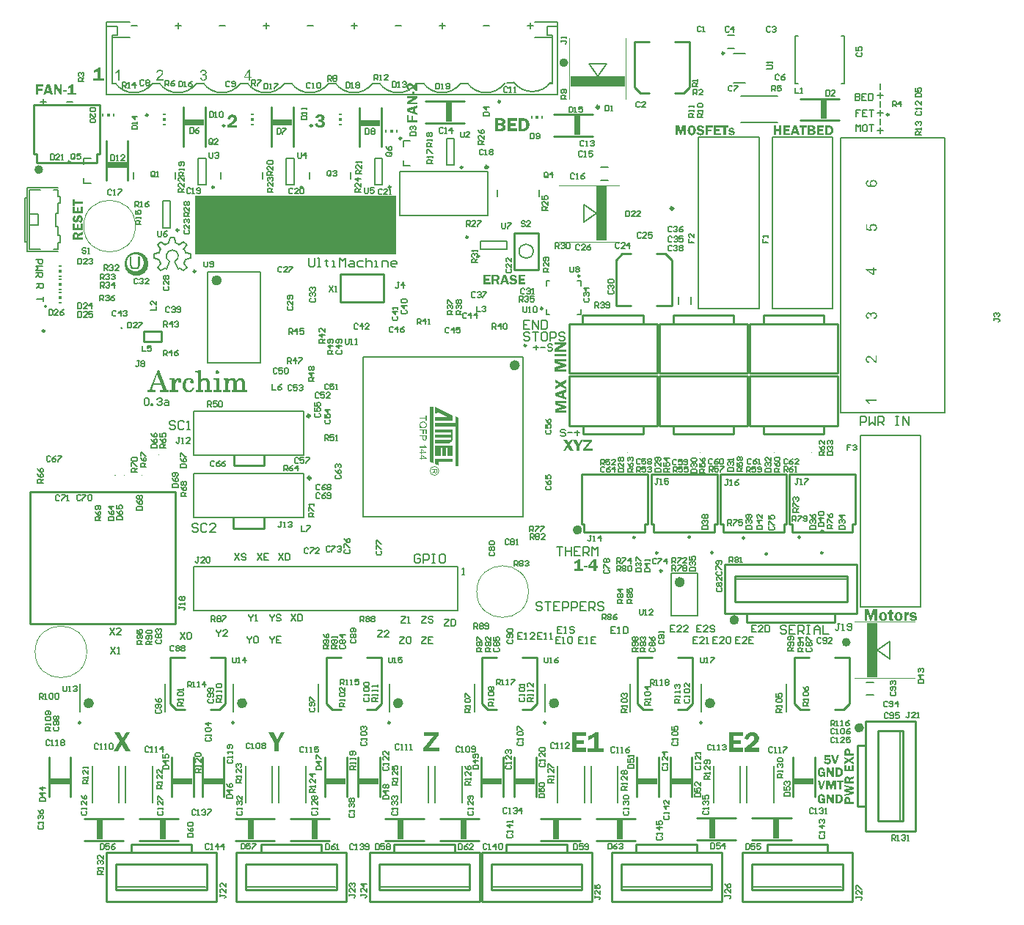
<source format=gto>
G04 Layer_Color=65535*
%FSLAX24Y24*%
%MOIN*%
G70*
G01*
G75*
%ADD68C,0.0200*%
%ADD69C,0.0080*%
%ADD70C,0.0070*%
%ADD72C,0.0100*%
%ADD73C,0.0240*%
%ADD75C,0.0120*%
%ADD124C,0.0039*%
%ADD125C,0.0060*%
%ADD126C,0.0098*%
%ADD127C,0.0050*%
%ADD128C,0.0010*%
%ADD129C,0.0236*%
%ADD130C,0.0098*%
%ADD131C,0.0040*%
%ADD132C,0.0060*%
%ADD133C,0.0079*%
%ADD134R,0.0295X0.0879*%
%ADD135R,0.0879X0.0295*%
%ADD136R,0.0120X0.0119*%
%ADD137R,0.0120X0.0060*%
%ADD138R,0.0120X0.0059*%
%ADD139R,0.0119X0.0120*%
%ADD140R,0.0060X0.0120*%
%ADD141R,0.0059X0.0120*%
%ADD142R,0.2450X0.0492*%
%ADD143R,0.0492X0.2450*%
%ADD144R,0.9183X0.2710*%
G36*
X30550Y35637D02*
X30559Y35636D01*
X30569Y35634D01*
X30581Y35632D01*
X30594Y35628D01*
X30608Y35624D01*
X30621Y35619D01*
X30635Y35612D01*
X30650Y35604D01*
X30663Y35593D01*
X30676Y35582D01*
X30687Y35568D01*
X30697Y35552D01*
X30705Y35533D01*
X30617Y35504D01*
Y35505D01*
X30616Y35506D01*
X30615Y35509D01*
X30613Y35512D01*
X30608Y35521D01*
X30601Y35530D01*
X30591Y35540D01*
X30584Y35544D01*
X30578Y35549D01*
X30570Y35552D01*
X30561Y35555D01*
X30552Y35556D01*
X30542Y35557D01*
X30536D01*
X30532Y35556D01*
X30523Y35555D01*
X30512Y35552D01*
X30500Y35547D01*
X30490Y35540D01*
X30487Y35536D01*
X30484Y35530D01*
X30482Y35524D01*
X30481Y35516D01*
Y35516D01*
Y35514D01*
X30482Y35511D01*
X30482Y35508D01*
X30484Y35503D01*
X30485Y35499D01*
X30488Y35495D01*
X30492Y35490D01*
X30493Y35489D01*
X30494Y35489D01*
X30498Y35486D01*
X30503Y35484D01*
X30509Y35481D01*
X30519Y35477D01*
X30530Y35474D01*
X30544Y35470D01*
X30545D01*
X30547Y35470D01*
X30550Y35469D01*
X30555Y35468D01*
X30560Y35467D01*
X30567Y35465D01*
X30581Y35462D01*
X30597Y35457D01*
X30613Y35453D01*
X30629Y35448D01*
X30635Y35445D01*
X30642Y35443D01*
X30643D01*
X30643Y35442D01*
X30647Y35440D01*
X30653Y35437D01*
X30660Y35432D01*
X30669Y35426D01*
X30678Y35418D01*
X30687Y35409D01*
X30695Y35398D01*
X30695Y35396D01*
X30698Y35393D01*
X30702Y35386D01*
X30706Y35378D01*
X30710Y35368D01*
X30713Y35356D01*
X30716Y35343D01*
X30717Y35329D01*
Y35328D01*
Y35326D01*
Y35323D01*
X30716Y35319D01*
X30715Y35314D01*
X30714Y35308D01*
X30711Y35294D01*
X30706Y35278D01*
X30702Y35270D01*
X30697Y35261D01*
X30692Y35252D01*
X30686Y35243D01*
X30679Y35235D01*
X30670Y35227D01*
X30670Y35226D01*
X30668Y35224D01*
X30665Y35223D01*
X30662Y35220D01*
X30657Y35216D01*
X30651Y35213D01*
X30644Y35209D01*
X30636Y35205D01*
X30627Y35201D01*
X30617Y35197D01*
X30606Y35194D01*
X30594Y35190D01*
X30580Y35187D01*
X30566Y35186D01*
X30550Y35184D01*
X30534Y35183D01*
X30528D01*
X30523Y35184D01*
X30518D01*
X30510Y35185D01*
X30503Y35186D01*
X30495Y35187D01*
X30477Y35191D01*
X30457Y35197D01*
X30438Y35204D01*
X30419Y35214D01*
X30419Y35215D01*
X30417Y35216D01*
X30415Y35217D01*
X30412Y35220D01*
X30403Y35227D01*
X30394Y35237D01*
X30384Y35250D01*
X30373Y35265D01*
X30364Y35284D01*
X30360Y35295D01*
X30357Y35306D01*
X30453Y35328D01*
Y35327D01*
X30454Y35325D01*
X30455Y35322D01*
X30457Y35318D01*
X30459Y35313D01*
X30462Y35308D01*
X30466Y35302D01*
X30470Y35297D01*
X30475Y35291D01*
X30482Y35285D01*
X30489Y35280D01*
X30497Y35275D01*
X30507Y35271D01*
X30517Y35268D01*
X30529Y35266D01*
X30542Y35265D01*
X30548D01*
X30553Y35266D01*
X30561Y35267D01*
X30570Y35268D01*
X30579Y35271D01*
X30587Y35274D01*
X30594Y35279D01*
X30595Y35279D01*
X30597Y35281D01*
X30600Y35284D01*
X30603Y35288D01*
X30606Y35292D01*
X30609Y35298D01*
X30611Y35305D01*
X30612Y35312D01*
Y35312D01*
Y35314D01*
X30611Y35318D01*
X30610Y35322D01*
X30608Y35328D01*
X30605Y35333D01*
X30601Y35337D01*
X30596Y35342D01*
X30595Y35342D01*
X30593Y35344D01*
X30589Y35345D01*
X30582Y35348D01*
X30574Y35351D01*
X30564Y35355D01*
X30550Y35358D01*
X30535Y35361D01*
X30534D01*
X30531Y35362D01*
X30527Y35363D01*
X30521Y35364D01*
X30515Y35366D01*
X30507Y35369D01*
X30498Y35371D01*
X30488Y35374D01*
X30468Y35380D01*
X30449Y35389D01*
X30439Y35394D01*
X30430Y35398D01*
X30422Y35404D01*
X30415Y35409D01*
X30414Y35410D01*
X30414Y35410D01*
X30410Y35415D01*
X30404Y35421D01*
X30397Y35432D01*
X30391Y35444D01*
X30386Y35459D01*
X30381Y35477D01*
X30381Y35487D01*
X30380Y35497D01*
Y35498D01*
Y35500D01*
Y35503D01*
X30381Y35507D01*
X30381Y35512D01*
X30382Y35518D01*
X30385Y35532D01*
X30390Y35547D01*
X30394Y35555D01*
X30398Y35564D01*
X30403Y35572D01*
X30408Y35580D01*
X30415Y35588D01*
X30422Y35596D01*
X30423Y35597D01*
X30425Y35598D01*
X30427Y35600D01*
X30430Y35603D01*
X30435Y35606D01*
X30440Y35609D01*
X30446Y35613D01*
X30453Y35617D01*
X30460Y35620D01*
X30469Y35624D01*
X30479Y35628D01*
X30489Y35631D01*
X30500Y35634D01*
X30512Y35636D01*
X30525Y35637D01*
X30538Y35637D01*
X30544D01*
X30550Y35637D01*
D02*
G37*
G36*
X31973Y35522D02*
X31978D01*
X31990Y35521D01*
X32003Y35518D01*
X32017Y35514D01*
X32030Y35509D01*
X32042Y35503D01*
X32044Y35502D01*
X32047Y35499D01*
X32053Y35494D01*
X32060Y35486D01*
X32067Y35478D01*
X32075Y35467D01*
X32083Y35453D01*
X32090Y35437D01*
X32020Y35419D01*
Y35420D01*
X32019Y35421D01*
X32018Y35424D01*
X32017Y35426D01*
X32013Y35433D01*
X32007Y35441D01*
X31998Y35449D01*
X31993Y35453D01*
X31987Y35456D01*
X31981Y35459D01*
X31973Y35461D01*
X31965Y35462D01*
X31956Y35463D01*
X31951D01*
X31949Y35462D01*
X31941Y35462D01*
X31932Y35459D01*
X31924Y35456D01*
X31916Y35451D01*
X31913Y35447D01*
X31911Y35443D01*
X31909Y35438D01*
X31908Y35433D01*
Y35432D01*
Y35431D01*
X31910Y35426D01*
X31912Y35420D01*
X31914Y35417D01*
X31917Y35414D01*
X31918D01*
X31919Y35413D01*
X31922Y35412D01*
X31926Y35410D01*
X31932Y35408D01*
X31941Y35407D01*
X31951Y35404D01*
X31963Y35403D01*
X31965D01*
X31968Y35402D01*
X31972Y35402D01*
X31977Y35401D01*
X31982Y35400D01*
X31995Y35398D01*
X32008Y35396D01*
X32021Y35393D01*
X32034Y35390D01*
X32045Y35386D01*
X32047Y35385D01*
X32050Y35385D01*
X32055Y35382D01*
X32061Y35379D01*
X32067Y35374D01*
X32074Y35369D01*
X32082Y35361D01*
X32088Y35353D01*
X32088Y35352D01*
X32090Y35349D01*
X32093Y35344D01*
X32096Y35338D01*
X32099Y35330D01*
X32102Y35320D01*
X32103Y35309D01*
X32104Y35297D01*
Y35296D01*
Y35295D01*
Y35292D01*
X32103Y35289D01*
X32102Y35284D01*
X32102Y35279D01*
X32099Y35268D01*
X32094Y35254D01*
X32088Y35241D01*
X32083Y35234D01*
X32078Y35227D01*
X32072Y35221D01*
X32065Y35215D01*
X32064D01*
X32064Y35213D01*
X32061Y35212D01*
X32058Y35210D01*
X32054Y35208D01*
X32050Y35205D01*
X32044Y35202D01*
X32037Y35200D01*
X32030Y35197D01*
X32023Y35194D01*
X32014Y35191D01*
X32004Y35189D01*
X31993Y35186D01*
X31982Y35185D01*
X31971Y35184D01*
X31958Y35183D01*
X31953D01*
X31946Y35184D01*
X31938Y35185D01*
X31929Y35186D01*
X31918Y35189D01*
X31906Y35191D01*
X31893Y35195D01*
X31881Y35200D01*
X31867Y35207D01*
X31856Y35215D01*
X31844Y35224D01*
X31833Y35235D01*
X31823Y35248D01*
X31816Y35262D01*
X31810Y35279D01*
X31891Y35292D01*
Y35291D01*
X31892Y35290D01*
X31893Y35287D01*
X31894Y35285D01*
X31898Y35278D01*
X31904Y35270D01*
X31908Y35265D01*
X31913Y35262D01*
X31919Y35258D01*
X31926Y35254D01*
X31933Y35252D01*
X31942Y35250D01*
X31952Y35249D01*
X31963Y35248D01*
X31967D01*
X31971Y35249D01*
X31977D01*
X31983Y35250D01*
X31990Y35251D01*
X31996Y35253D01*
X32003Y35256D01*
X32003Y35257D01*
X32006Y35257D01*
X32008Y35260D01*
X32012Y35262D01*
X32014Y35265D01*
X32017Y35270D01*
X32019Y35274D01*
X32020Y35279D01*
Y35280D01*
X32019Y35283D01*
X32017Y35287D01*
X32015Y35291D01*
X32011Y35296D01*
X32004Y35301D01*
X32000Y35302D01*
X31995Y35304D01*
X31990Y35306D01*
X31983Y35306D01*
X31982D01*
X31979Y35307D01*
X31973Y35308D01*
X31967Y35309D01*
X31959Y35310D01*
X31950Y35312D01*
X31941Y35313D01*
X31930Y35315D01*
X31908Y35321D01*
X31886Y35327D01*
X31877Y35331D01*
X31868Y35335D01*
X31860Y35339D01*
X31853Y35344D01*
X31852Y35345D01*
X31848Y35348D01*
X31844Y35354D01*
X31838Y35362D01*
X31832Y35372D01*
X31828Y35385D01*
X31824Y35399D01*
X31823Y35415D01*
Y35416D01*
Y35418D01*
Y35420D01*
X31823Y35424D01*
X31825Y35432D01*
X31827Y35443D01*
X31831Y35455D01*
X31838Y35467D01*
X31842Y35474D01*
X31847Y35481D01*
X31852Y35486D01*
X31859Y35492D01*
X31859Y35493D01*
X31860Y35494D01*
X31862Y35495D01*
X31865Y35497D01*
X31869Y35500D01*
X31873Y35502D01*
X31878Y35505D01*
X31885Y35508D01*
X31891Y35511D01*
X31899Y35514D01*
X31908Y35516D01*
X31916Y35518D01*
X31937Y35522D01*
X31960Y35523D01*
X31968D01*
X31973Y35522D01*
D02*
G37*
G36*
X29890Y35190D02*
X29786D01*
Y35549D01*
X29675Y35190D01*
X29604D01*
X29496Y35549D01*
Y35190D01*
X29410D01*
Y35631D01*
X29570D01*
X29647Y35366D01*
X29728Y35631D01*
X29890D01*
Y35190D01*
D02*
G37*
G36*
X34624Y35546D02*
X34414D01*
Y35456D01*
X34580D01*
Y35374D01*
X34414D01*
Y35277D01*
X34624D01*
Y35190D01*
X34309D01*
Y35631D01*
X34624D01*
Y35546D01*
D02*
G37*
G36*
X35630Y35630D02*
X35635D01*
X35647Y35629D01*
X35661Y35627D01*
X35674Y35625D01*
X35687Y35621D01*
X35699Y35617D01*
X35700Y35616D01*
X35703Y35615D01*
X35709Y35611D01*
X35715Y35607D01*
X35722Y35601D01*
X35731Y35594D01*
X35738Y35586D01*
X35745Y35577D01*
X35746Y35576D01*
X35748Y35573D01*
X35751Y35568D01*
X35755Y35560D01*
X35758Y35552D01*
X35761Y35541D01*
X35763Y35530D01*
X35763Y35516D01*
Y35516D01*
Y35514D01*
X35763Y35510D01*
X35762Y35505D01*
X35761Y35499D01*
X35759Y35492D01*
X35757Y35485D01*
X35753Y35477D01*
X35750Y35469D01*
X35744Y35460D01*
X35738Y35452D01*
X35730Y35444D01*
X35721Y35437D01*
X35710Y35430D01*
X35698Y35424D01*
X35684Y35418D01*
X35684D01*
X35686Y35418D01*
X35688Y35417D01*
X35691Y35416D01*
X35700Y35413D01*
X35709Y35410D01*
X35721Y35404D01*
X35732Y35397D01*
X35743Y35388D01*
X35752Y35377D01*
X35753Y35376D01*
X35756Y35372D01*
X35760Y35366D01*
X35764Y35358D01*
X35769Y35347D01*
X35772Y35336D01*
X35775Y35324D01*
X35776Y35311D01*
Y35310D01*
Y35309D01*
Y35306D01*
X35775Y35303D01*
X35774Y35298D01*
X35774Y35293D01*
X35771Y35282D01*
X35766Y35268D01*
X35760Y35254D01*
X35755Y35247D01*
X35750Y35240D01*
X35744Y35232D01*
X35738Y35226D01*
X35737Y35225D01*
X35736Y35224D01*
X35734Y35223D01*
X35731Y35220D01*
X35727Y35218D01*
X35722Y35215D01*
X35716Y35211D01*
X35709Y35208D01*
X35700Y35205D01*
X35692Y35202D01*
X35681Y35198D01*
X35670Y35196D01*
X35659Y35194D01*
X35646Y35191D01*
X35632Y35191D01*
X35616Y35190D01*
X35411D01*
Y35631D01*
X35625D01*
X35630Y35630D01*
D02*
G37*
G36*
X35367Y35544D02*
X35258D01*
Y35190D01*
X35154D01*
Y35544D01*
X35044D01*
Y35631D01*
X35367D01*
Y35544D01*
D02*
G37*
G36*
X35041Y35190D02*
X34930D01*
X34903Y35281D01*
X34760D01*
X34732Y35190D01*
X34642D01*
X34783Y35631D01*
X34903D01*
X35041Y35190D01*
D02*
G37*
G36*
X31807Y35544D02*
X31697D01*
Y35190D01*
X31593D01*
Y35544D01*
X31483D01*
Y35631D01*
X31807D01*
Y35544D01*
D02*
G37*
G36*
X17529Y37007D02*
X17454D01*
Y37171D01*
X17529D01*
Y37007D01*
D02*
G37*
G36*
X17670Y36857D02*
X17353Y36673D01*
X17365D01*
X17369Y36674D01*
X17371D01*
X17376Y36674D01*
X17383Y36675D01*
X17670D01*
Y36589D01*
X17200D01*
Y36707D01*
X17478Y36869D01*
X17475D01*
X17471Y36868D01*
X17466D01*
X17455Y36867D01*
X17451Y36867D01*
X17200D01*
Y36952D01*
X17670D01*
Y36857D01*
D02*
G37*
G36*
Y36421D02*
X17573Y36392D01*
Y36239D01*
X17670Y36210D01*
Y36114D01*
X17200Y36264D01*
Y36392D01*
X17670Y36539D01*
Y36421D01*
D02*
G37*
G36*
Y37555D02*
Y37202D01*
X17579D01*
X17578Y37203D01*
X17576Y37205D01*
X17573Y37210D01*
X17568Y37216D01*
X17563Y37223D01*
X17556Y37234D01*
X17548Y37245D01*
X17538Y37259D01*
X17537Y37259D01*
X17535Y37262D01*
X17531Y37268D01*
X17526Y37274D01*
X17521Y37283D01*
X17514Y37291D01*
X17506Y37302D01*
X17498Y37312D01*
X17480Y37336D01*
X17461Y37359D01*
X17452Y37370D01*
X17443Y37381D01*
X17433Y37391D01*
X17425Y37400D01*
X17424Y37401D01*
X17422Y37402D01*
X17420Y37404D01*
X17417Y37407D01*
X17408Y37414D01*
X17398Y37423D01*
X17386Y37430D01*
X17372Y37437D01*
X17365Y37441D01*
X17358Y37443D01*
X17351Y37444D01*
X17344Y37444D01*
X17339D01*
X17334Y37444D01*
X17328Y37442D01*
X17320Y37440D01*
X17313Y37437D01*
X17305Y37433D01*
X17298Y37427D01*
X17297Y37426D01*
X17295Y37423D01*
X17293Y37419D01*
X17289Y37414D01*
X17286Y37407D01*
X17283Y37399D01*
X17281Y37390D01*
X17280Y37379D01*
Y37378D01*
Y37376D01*
X17281Y37373D01*
X17282Y37368D01*
X17283Y37362D01*
X17285Y37356D01*
X17288Y37350D01*
X17291Y37343D01*
X17296Y37336D01*
X17302Y37329D01*
X17309Y37322D01*
X17318Y37316D01*
X17329Y37310D01*
X17340Y37305D01*
X17354Y37301D01*
X17370Y37298D01*
X17349Y37202D01*
X17348D01*
X17347Y37203D01*
X17345D01*
X17342Y37204D01*
X17335Y37206D01*
X17325Y37209D01*
X17313Y37214D01*
X17300Y37220D01*
X17286Y37228D01*
X17271Y37237D01*
X17256Y37248D01*
X17242Y37261D01*
X17229Y37276D01*
X17217Y37292D01*
X17207Y37312D01*
X17200Y37333D01*
X17197Y37345D01*
X17194Y37357D01*
X17194Y37370D01*
X17193Y37384D01*
Y37384D01*
Y37387D01*
Y37391D01*
X17194Y37398D01*
X17194Y37405D01*
X17195Y37412D01*
X17197Y37421D01*
X17198Y37431D01*
X17204Y37451D01*
X17212Y37473D01*
X17216Y37484D01*
X17222Y37494D01*
X17229Y37503D01*
X17237Y37512D01*
X17237Y37512D01*
X17239Y37514D01*
X17241Y37516D01*
X17244Y37519D01*
X17248Y37522D01*
X17254Y37526D01*
X17259Y37530D01*
X17266Y37534D01*
X17281Y37543D01*
X17299Y37550D01*
X17309Y37553D01*
X17319Y37555D01*
X17330Y37556D01*
X17341Y37557D01*
X17347D01*
X17351Y37556D01*
X17357Y37555D01*
X17364Y37555D01*
X17371Y37553D01*
X17379Y37551D01*
X17396Y37545D01*
X17405Y37542D01*
X17415Y37537D01*
X17424Y37532D01*
X17434Y37526D01*
X17444Y37519D01*
X17453Y37510D01*
X17454Y37509D01*
X17455Y37508D01*
X17458Y37505D01*
X17461Y37501D01*
X17466Y37495D01*
X17472Y37489D01*
X17479Y37480D01*
X17486Y37471D01*
X17495Y37460D01*
X17504Y37448D01*
X17515Y37434D01*
X17526Y37417D01*
X17537Y37400D01*
X17550Y37381D01*
X17563Y37360D01*
X17576Y37337D01*
Y37563D01*
X17670Y37555D01*
D02*
G37*
G36*
X31465Y35546D02*
X31255D01*
Y35456D01*
X31421D01*
Y35374D01*
X31255D01*
Y35277D01*
X31465D01*
Y35190D01*
X31150D01*
Y35631D01*
X31465D01*
Y35546D01*
D02*
G37*
G36*
X31097Y35544D02*
X30891D01*
Y35445D01*
X31054D01*
Y35363D01*
X30891D01*
Y35190D01*
X30784D01*
Y35631D01*
X31097D01*
Y35544D01*
D02*
G37*
G36*
X30156Y35637D02*
X30162D01*
X30170Y35635D01*
X30179Y35634D01*
X30188Y35631D01*
X30199Y35628D01*
X30210Y35625D01*
X30221Y35620D01*
X30233Y35615D01*
X30244Y35608D01*
X30255Y35600D01*
X30266Y35590D01*
X30276Y35580D01*
X30285Y35568D01*
X30286Y35567D01*
X30288Y35565D01*
X30290Y35561D01*
X30293Y35555D01*
X30296Y35549D01*
X30301Y35541D01*
X30305Y35533D01*
X30310Y35522D01*
X30314Y35511D01*
X30318Y35499D01*
X30322Y35486D01*
X30326Y35473D01*
X30329Y35458D01*
X30331Y35443D01*
X30332Y35426D01*
X30333Y35410D01*
Y35410D01*
Y35406D01*
Y35401D01*
X30332Y35394D01*
X30332Y35386D01*
X30331Y35377D01*
X30329Y35366D01*
X30327Y35354D01*
X30324Y35342D01*
X30321Y35329D01*
X30318Y35315D01*
X30313Y35302D01*
X30307Y35288D01*
X30301Y35274D01*
X30294Y35261D01*
X30285Y35249D01*
X30284Y35248D01*
X30283Y35246D01*
X30280Y35243D01*
X30276Y35238D01*
X30271Y35233D01*
X30264Y35228D01*
X30258Y35222D01*
X30249Y35216D01*
X30239Y35210D01*
X30229Y35204D01*
X30217Y35199D01*
X30205Y35194D01*
X30191Y35189D01*
X30176Y35186D01*
X30160Y35184D01*
X30143Y35183D01*
X30140D01*
X30135Y35184D01*
X30129D01*
X30122Y35186D01*
X30113Y35187D01*
X30103Y35189D01*
X30093Y35191D01*
X30082Y35195D01*
X30071Y35200D01*
X30059Y35205D01*
X30048Y35211D01*
X30037Y35219D01*
X30026Y35228D01*
X30015Y35238D01*
X30006Y35250D01*
X30005Y35251D01*
X30004Y35253D01*
X30001Y35257D01*
X29999Y35262D01*
X29995Y35268D01*
X29990Y35276D01*
X29986Y35285D01*
X29982Y35295D01*
X29977Y35306D01*
X29973Y35319D01*
X29969Y35332D01*
X29965Y35346D01*
X29962Y35361D01*
X29960Y35377D01*
X29958Y35394D01*
X29958Y35411D01*
Y35413D01*
Y35415D01*
Y35421D01*
X29958Y35427D01*
X29959Y35435D01*
X29960Y35445D01*
X29962Y35456D01*
X29963Y35467D01*
X29966Y35480D01*
X29969Y35493D01*
X29974Y35506D01*
X29978Y35520D01*
X29984Y35533D01*
X29990Y35546D01*
X29998Y35560D01*
X30007Y35572D01*
X30007Y35573D01*
X30009Y35575D01*
X30012Y35578D01*
X30015Y35582D01*
X30020Y35587D01*
X30027Y35593D01*
X30034Y35598D01*
X30042Y35605D01*
X30052Y35611D01*
X30062Y35617D01*
X30074Y35622D01*
X30086Y35627D01*
X30100Y35631D01*
X30115Y35634D01*
X30130Y35637D01*
X30147Y35637D01*
X30152D01*
X30156Y35637D01*
D02*
G37*
G36*
X36157Y35546D02*
X35946D01*
Y35456D01*
X36113D01*
Y35374D01*
X35946D01*
Y35277D01*
X36157D01*
Y35190D01*
X35842D01*
Y35631D01*
X36157D01*
Y35546D01*
D02*
G37*
G36*
X2035Y37104D02*
X2166D01*
Y37018D01*
X1785D01*
Y37104D01*
X1928D01*
Y37373D01*
X1927Y37372D01*
X1924Y37371D01*
X1920Y37368D01*
X1914Y37364D01*
X1906Y37361D01*
X1899Y37356D01*
X1889Y37350D01*
X1880Y37345D01*
X1859Y37333D01*
X1837Y37322D01*
X1815Y37311D01*
X1806Y37307D01*
X1796Y37303D01*
Y37400D01*
X1798Y37400D01*
X1802Y37401D01*
X1808Y37404D01*
X1816Y37406D01*
X1826Y37410D01*
X1837Y37414D01*
X1849Y37419D01*
X1862Y37425D01*
X1889Y37439D01*
X1915Y37454D01*
X1927Y37464D01*
X1938Y37474D01*
X1948Y37484D01*
X1956Y37495D01*
X2035D01*
Y37104D01*
D02*
G37*
G36*
X1114Y37018D02*
X995D01*
X966Y37115D01*
X814D01*
X784Y37018D01*
X688D01*
X838Y37488D01*
X967D01*
X1114Y37018D01*
D02*
G37*
G36*
X679Y37395D02*
X459D01*
Y37290D01*
X633D01*
Y37202D01*
X459D01*
Y37018D01*
X344D01*
Y37488D01*
X679D01*
Y37395D01*
D02*
G37*
G36*
X1746Y37159D02*
X1582D01*
Y37234D01*
X1746D01*
Y37159D01*
D02*
G37*
G36*
X37500Y5545D02*
Y5451D01*
X37228Y5383D01*
X37500Y5318D01*
Y5224D01*
X37089Y5119D01*
Y5216D01*
X37340Y5273D01*
X37341D01*
X37342Y5274D01*
X37346Y5275D01*
X37350Y5276D01*
X37353Y5277D01*
X37354D01*
X37357Y5277D01*
X37361Y5279D01*
X37366Y5280D01*
X37089Y5347D01*
Y5436D01*
X37366Y5505D01*
X37365D01*
X37365Y5505D01*
X37363D01*
X37360Y5506D01*
X37356Y5507D01*
X37352Y5508D01*
X37346Y5509D01*
X37340Y5511D01*
X37089Y5570D01*
Y5649D01*
X37500Y5545D01*
D02*
G37*
G36*
X37226Y5102D02*
X37234Y5101D01*
X37243Y5100D01*
X37253Y5097D01*
X37264Y5094D01*
X37275Y5090D01*
X37276Y5089D01*
X37279Y5088D01*
X37285Y5085D01*
X37291Y5081D01*
X37299Y5076D01*
X37306Y5070D01*
X37314Y5063D01*
X37320Y5056D01*
X37321Y5055D01*
X37323Y5053D01*
X37326Y5048D01*
X37329Y5042D01*
X37333Y5036D01*
X37337Y5029D01*
X37339Y5021D01*
X37342Y5013D01*
Y5012D01*
X37343Y5009D01*
X37344Y5004D01*
X37344Y4997D01*
X37346Y4988D01*
X37346Y4977D01*
X37347Y4964D01*
Y4949D01*
Y4881D01*
X37500D01*
Y4783D01*
X37089D01*
Y4945D01*
Y4946D01*
Y4948D01*
Y4951D01*
Y4954D01*
Y4959D01*
X37090Y4964D01*
X37090Y4976D01*
X37092Y4989D01*
X37094Y5003D01*
X37096Y5016D01*
X37100Y5028D01*
X37101Y5029D01*
X37102Y5033D01*
X37106Y5038D01*
X37110Y5045D01*
X37115Y5053D01*
X37123Y5061D01*
X37132Y5070D01*
X37142Y5079D01*
X37143Y5080D01*
X37148Y5083D01*
X37154Y5087D01*
X37163Y5091D01*
X37173Y5095D01*
X37186Y5099D01*
X37199Y5102D01*
X37215Y5102D01*
X37221D01*
X37226Y5102D01*
D02*
G37*
G36*
X1526Y37018D02*
X1432D01*
X1247Y37335D01*
Y37334D01*
Y37333D01*
Y37329D01*
Y37323D01*
X1248Y37319D01*
Y37318D01*
Y37317D01*
X1249Y37312D01*
X1250Y37305D01*
Y37299D01*
Y37018D01*
X1164D01*
Y37488D01*
X1282D01*
X1443Y37210D01*
Y37211D01*
Y37213D01*
X1443Y37217D01*
Y37222D01*
X1442Y37232D01*
X1441Y37237D01*
Y37242D01*
Y37488D01*
X1526D01*
Y37018D01*
D02*
G37*
G36*
X40004Y13499D02*
X40013Y13499D01*
Y13385D01*
X40007D01*
X40001Y13384D01*
X39993Y13384D01*
X39984Y13383D01*
X39975Y13381D01*
X39966Y13377D01*
X39958Y13374D01*
X39957Y13373D01*
X39954Y13372D01*
X39951Y13370D01*
X39947Y13365D01*
X39942Y13360D01*
X39937Y13353D01*
X39932Y13345D01*
X39926Y13335D01*
X39925Y13334D01*
X39925Y13330D01*
X39923Y13324D01*
X39920Y13315D01*
X39918Y13305D01*
X39916Y13291D01*
X39915Y13276D01*
X39914Y13259D01*
Y13100D01*
X39803D01*
Y13491D01*
X39908D01*
Y13420D01*
X39909Y13422D01*
X39911Y13427D01*
X39912Y13432D01*
X39915Y13438D01*
X39918Y13444D01*
X39927Y13460D01*
X39939Y13475D01*
X39946Y13481D01*
X39954Y13488D01*
X39962Y13492D01*
X39971Y13497D01*
X39982Y13499D01*
X39992Y13500D01*
X39997D01*
X40004Y13499D01*
D02*
G37*
G36*
X39230Y13491D02*
X39314D01*
Y13401D01*
X39230D01*
Y13235D01*
Y13233D01*
Y13230D01*
X39231Y13225D01*
Y13219D01*
X39234Y13204D01*
X39236Y13198D01*
X39239Y13193D01*
X39240D01*
X39241Y13191D01*
X39244Y13190D01*
X39248Y13189D01*
X39254Y13187D01*
X39262Y13185D01*
X39271Y13184D01*
X39283Y13183D01*
X39305D01*
X39320Y13184D01*
Y13100D01*
X39317D01*
X39315Y13099D01*
X39312Y13098D01*
X39302Y13097D01*
X39292Y13096D01*
X39279Y13094D01*
X39268Y13093D01*
X39256Y13091D01*
X39240D01*
X39235Y13092D01*
X39229D01*
X39222Y13093D01*
X39207Y13095D01*
X39191Y13098D01*
X39174Y13103D01*
X39158Y13110D01*
X39151Y13114D01*
X39145Y13118D01*
X39144Y13120D01*
X39141Y13124D01*
X39135Y13131D01*
X39130Y13141D01*
X39127Y13148D01*
X39125Y13155D01*
X39122Y13163D01*
X39119Y13173D01*
X39118Y13183D01*
X39116Y13194D01*
X39115Y13205D01*
Y13219D01*
Y13401D01*
X39053D01*
Y13491D01*
X39122D01*
X39132Y13606D01*
X39230Y13614D01*
Y13491D01*
D02*
G37*
G36*
X34221Y35190D02*
X34120D01*
Y35372D01*
X33981D01*
Y35190D01*
X33880D01*
Y35631D01*
X33981D01*
Y35459D01*
X34120D01*
Y35631D01*
X34221D01*
Y35190D01*
D02*
G37*
G36*
X36373Y35630D02*
X36381Y35629D01*
X36390Y35628D01*
X36399Y35628D01*
X36419Y35625D01*
X36440Y35621D01*
X36459Y35615D01*
X36468Y35612D01*
X36476Y35607D01*
X36476D01*
X36477Y35607D01*
X36479Y35605D01*
X36482Y35603D01*
X36490Y35598D01*
X36500Y35590D01*
X36511Y35579D01*
X36523Y35568D01*
X36536Y35552D01*
X36548Y35536D01*
X36549Y35535D01*
X36550Y35533D01*
X36551Y35530D01*
X36553Y35527D01*
X36555Y35522D01*
X36558Y35516D01*
X36561Y35509D01*
X36564Y35502D01*
X36567Y35493D01*
X36570Y35484D01*
X36573Y35473D01*
X36575Y35462D01*
X36577Y35451D01*
X36579Y35438D01*
X36580Y35425D01*
Y35411D01*
Y35410D01*
Y35407D01*
Y35402D01*
X36580Y35396D01*
X36579Y35387D01*
X36577Y35378D01*
X36576Y35367D01*
X36573Y35356D01*
X36570Y35344D01*
X36566Y35331D01*
X36562Y35318D01*
X36557Y35304D01*
X36550Y35291D01*
X36542Y35278D01*
X36534Y35265D01*
X36524Y35253D01*
X36523Y35252D01*
X36522Y35250D01*
X36518Y35247D01*
X36514Y35243D01*
X36508Y35238D01*
X36501Y35233D01*
X36493Y35227D01*
X36484Y35221D01*
X36473Y35216D01*
X36462Y35210D01*
X36449Y35205D01*
X36435Y35200D01*
X36421Y35196D01*
X36405Y35193D01*
X36388Y35191D01*
X36370Y35190D01*
X36219D01*
Y35631D01*
X36367D01*
X36373Y35630D01*
D02*
G37*
G36*
X38853Y13499D02*
X38860Y13498D01*
X38868Y13496D01*
X38878Y13494D01*
X38889Y13492D01*
X38911Y13485D01*
X38923Y13480D01*
X38934Y13475D01*
X38946Y13468D01*
X38957Y13460D01*
X38968Y13451D01*
X38977Y13441D01*
X38978Y13440D01*
X38979Y13438D01*
X38982Y13435D01*
X38985Y13430D01*
X38989Y13424D01*
X38993Y13418D01*
X38997Y13409D01*
X39003Y13400D01*
X39007Y13390D01*
X39011Y13379D01*
X39016Y13367D01*
X39019Y13354D01*
X39023Y13341D01*
X39025Y13326D01*
X39026Y13310D01*
X39027Y13294D01*
Y13293D01*
Y13291D01*
Y13285D01*
X39026Y13280D01*
X39025Y13272D01*
X39025Y13263D01*
X39023Y13254D01*
X39021Y13243D01*
X39014Y13220D01*
X39011Y13209D01*
X39005Y13197D01*
X38999Y13184D01*
X38992Y13172D01*
X38984Y13161D01*
X38975Y13149D01*
X38974Y13148D01*
X38972Y13147D01*
X38969Y13144D01*
X38965Y13140D01*
X38960Y13136D01*
X38954Y13131D01*
X38946Y13126D01*
X38938Y13121D01*
X38929Y13115D01*
X38918Y13111D01*
X38907Y13105D01*
X38895Y13101D01*
X38882Y13097D01*
X38867Y13095D01*
X38853Y13093D01*
X38837Y13092D01*
X38829D01*
X38823Y13093D01*
X38816Y13094D01*
X38808Y13095D01*
X38799Y13096D01*
X38788Y13099D01*
X38767Y13106D01*
X38757Y13111D01*
X38745Y13116D01*
X38734Y13123D01*
X38723Y13131D01*
X38713Y13140D01*
X38703Y13149D01*
X38702Y13150D01*
X38702Y13152D01*
X38699Y13155D01*
X38695Y13160D01*
X38692Y13165D01*
X38687Y13172D01*
X38683Y13180D01*
X38679Y13189D01*
X38674Y13199D01*
X38670Y13210D01*
X38666Y13222D01*
X38662Y13235D01*
X38658Y13249D01*
X38656Y13264D01*
X38655Y13279D01*
X38654Y13296D01*
Y13297D01*
Y13298D01*
Y13302D01*
Y13306D01*
X38655Y13312D01*
Y13318D01*
X38657Y13333D01*
X38659Y13349D01*
X38664Y13367D01*
X38669Y13384D01*
X38676Y13402D01*
Y13403D01*
X38677Y13404D01*
X38680Y13409D01*
X38686Y13417D01*
X38693Y13427D01*
X38702Y13439D01*
X38712Y13450D01*
X38724Y13462D01*
X38738Y13472D01*
X38739D01*
X38740Y13473D01*
X38745Y13477D01*
X38754Y13481D01*
X38766Y13486D01*
X38780Y13491D01*
X38797Y13495D01*
X38817Y13499D01*
X38838Y13499D01*
X38846D01*
X38853Y13499D01*
D02*
G37*
G36*
X40229D02*
X40235D01*
X40249Y13497D01*
X40265Y13493D01*
X40282Y13489D01*
X40298Y13483D01*
X40313Y13475D01*
X40314Y13474D01*
X40319Y13471D01*
X40326Y13464D01*
X40334Y13456D01*
X40342Y13445D01*
X40352Y13432D01*
X40362Y13415D01*
X40370Y13397D01*
X40285Y13375D01*
Y13376D01*
X40285Y13377D01*
X40284Y13380D01*
X40282Y13383D01*
X40278Y13391D01*
X40271Y13401D01*
X40260Y13411D01*
X40254Y13415D01*
X40247Y13420D01*
X40239Y13422D01*
X40230Y13425D01*
X40220Y13427D01*
X40209Y13427D01*
X40204D01*
X40200Y13427D01*
X40191Y13426D01*
X40181Y13423D01*
X40170Y13419D01*
X40161Y13413D01*
X40157Y13408D01*
X40155Y13404D01*
X40153Y13398D01*
X40152Y13391D01*
Y13391D01*
Y13389D01*
X40154Y13384D01*
X40156Y13376D01*
X40159Y13372D01*
X40163Y13369D01*
X40163D01*
X40165Y13368D01*
X40169Y13366D01*
X40173Y13364D01*
X40181Y13362D01*
X40191Y13360D01*
X40203Y13357D01*
X40218Y13355D01*
X40220D01*
X40224Y13355D01*
X40228Y13354D01*
X40235Y13353D01*
X40241Y13352D01*
X40256Y13349D01*
X40271Y13347D01*
X40287Y13343D01*
X40303Y13340D01*
X40316Y13335D01*
X40318Y13334D01*
X40321Y13334D01*
X40328Y13330D01*
X40335Y13327D01*
X40342Y13320D01*
X40351Y13314D01*
X40360Y13305D01*
X40367Y13296D01*
X40368Y13295D01*
X40370Y13291D01*
X40373Y13285D01*
X40377Y13277D01*
X40380Y13268D01*
X40384Y13255D01*
X40386Y13243D01*
X40386Y13228D01*
Y13227D01*
Y13226D01*
Y13222D01*
X40386Y13219D01*
X40385Y13213D01*
X40384Y13207D01*
X40380Y13193D01*
X40375Y13177D01*
X40367Y13161D01*
X40362Y13153D01*
X40356Y13145D01*
X40348Y13137D01*
X40340Y13130D01*
X40339D01*
X40338Y13128D01*
X40335Y13126D01*
X40331Y13124D01*
X40327Y13121D01*
X40321Y13118D01*
X40314Y13115D01*
X40307Y13111D01*
X40298Y13108D01*
X40289Y13104D01*
X40278Y13101D01*
X40267Y13098D01*
X40254Y13096D01*
X40241Y13094D01*
X40227Y13093D01*
X40212Y13092D01*
X40206D01*
X40198Y13093D01*
X40188Y13094D01*
X40177Y13096D01*
X40163Y13098D01*
X40149Y13102D01*
X40134Y13106D01*
X40119Y13112D01*
X40103Y13120D01*
X40089Y13130D01*
X40075Y13140D01*
X40062Y13154D01*
X40050Y13169D01*
X40041Y13187D01*
X40034Y13207D01*
X40132Y13222D01*
Y13221D01*
X40133Y13219D01*
X40134Y13217D01*
X40134Y13214D01*
X40140Y13205D01*
X40147Y13196D01*
X40152Y13190D01*
X40158Y13186D01*
X40165Y13182D01*
X40173Y13177D01*
X40182Y13175D01*
X40192Y13172D01*
X40205Y13170D01*
X40218Y13169D01*
X40222D01*
X40227Y13170D01*
X40235D01*
X40242Y13172D01*
X40249Y13174D01*
X40257Y13176D01*
X40265Y13179D01*
X40266Y13180D01*
X40269Y13181D01*
X40271Y13183D01*
X40276Y13187D01*
X40279Y13190D01*
X40282Y13196D01*
X40285Y13201D01*
X40285Y13207D01*
Y13208D01*
X40285Y13212D01*
X40283Y13216D01*
X40280Y13221D01*
X40275Y13227D01*
X40267Y13233D01*
X40262Y13234D01*
X40256Y13237D01*
X40249Y13239D01*
X40242Y13240D01*
X40241D01*
X40236Y13240D01*
X40230Y13241D01*
X40222Y13242D01*
X40213Y13244D01*
X40202Y13246D01*
X40191Y13247D01*
X40177Y13250D01*
X40151Y13257D01*
X40126Y13264D01*
X40114Y13269D01*
X40104Y13274D01*
X40094Y13279D01*
X40086Y13284D01*
X40084Y13286D01*
X40080Y13290D01*
X40075Y13297D01*
X40068Y13306D01*
X40061Y13319D01*
X40055Y13334D01*
X40051Y13351D01*
X40049Y13370D01*
Y13371D01*
Y13373D01*
Y13376D01*
X40050Y13380D01*
X40052Y13390D01*
X40055Y13403D01*
X40060Y13418D01*
X40068Y13433D01*
X40072Y13441D01*
X40078Y13449D01*
X40084Y13456D01*
X40092Y13463D01*
X40093Y13463D01*
X40094Y13464D01*
X40097Y13466D01*
X40100Y13469D01*
X40105Y13471D01*
X40110Y13474D01*
X40116Y13478D01*
X40124Y13481D01*
X40132Y13485D01*
X40141Y13488D01*
X40151Y13491D01*
X40162Y13493D01*
X40186Y13498D01*
X40213Y13499D01*
X40224D01*
X40229Y13499D01*
D02*
G37*
G36*
X38576Y13100D02*
X38451D01*
Y13530D01*
X38318Y13100D01*
X38233D01*
X38104Y13530D01*
Y13100D01*
X38000D01*
Y13629D01*
X38192D01*
X38284Y13312D01*
X38382Y13629D01*
X38576D01*
Y13100D01*
D02*
G37*
G36*
X39555Y13499D02*
X39562Y13498D01*
X39571Y13496D01*
X39580Y13494D01*
X39591Y13492D01*
X39614Y13485D01*
X39625Y13480D01*
X39637Y13475D01*
X39648Y13468D01*
X39659Y13460D01*
X39670Y13451D01*
X39680Y13441D01*
X39680Y13440D01*
X39681Y13438D01*
X39684Y13435D01*
X39688Y13430D01*
X39691Y13424D01*
X39695Y13418D01*
X39700Y13409D01*
X39705Y13400D01*
X39709Y13390D01*
X39714Y13379D01*
X39718Y13367D01*
X39722Y13354D01*
X39725Y13341D01*
X39728Y13326D01*
X39729Y13310D01*
X39730Y13294D01*
Y13293D01*
Y13291D01*
Y13285D01*
X39729Y13280D01*
X39728Y13272D01*
X39727Y13263D01*
X39725Y13254D01*
X39724Y13243D01*
X39716Y13220D01*
X39713Y13209D01*
X39708Y13197D01*
X39702Y13184D01*
X39695Y13172D01*
X39687Y13161D01*
X39677Y13149D01*
X39676Y13148D01*
X39674Y13147D01*
X39672Y13144D01*
X39667Y13140D01*
X39662Y13136D01*
X39656Y13131D01*
X39649Y13126D01*
X39640Y13121D01*
X39631Y13115D01*
X39621Y13111D01*
X39609Y13105D01*
X39597Y13101D01*
X39584Y13097D01*
X39570Y13095D01*
X39555Y13093D01*
X39539Y13092D01*
X39531D01*
X39525Y13093D01*
X39518Y13094D01*
X39510Y13095D01*
X39501Y13096D01*
X39491Y13099D01*
X39470Y13106D01*
X39459Y13111D01*
X39448Y13116D01*
X39436Y13123D01*
X39426Y13131D01*
X39415Y13140D01*
X39406Y13149D01*
X39405Y13150D01*
X39404Y13152D01*
X39401Y13155D01*
X39398Y13160D01*
X39394Y13165D01*
X39390Y13172D01*
X39385Y13180D01*
X39381Y13189D01*
X39377Y13199D01*
X39372Y13210D01*
X39368Y13222D01*
X39364Y13235D01*
X39361Y13249D01*
X39358Y13264D01*
X39357Y13279D01*
X39357Y13296D01*
Y13297D01*
Y13298D01*
Y13302D01*
Y13306D01*
X39357Y13312D01*
Y13318D01*
X39359Y13333D01*
X39362Y13349D01*
X39366Y13367D01*
X39371Y13384D01*
X39378Y13402D01*
Y13403D01*
X39379Y13404D01*
X39383Y13409D01*
X39388Y13417D01*
X39395Y13427D01*
X39404Y13439D01*
X39414Y13450D01*
X39427Y13462D01*
X39441Y13472D01*
X39442D01*
X39443Y13473D01*
X39448Y13477D01*
X39457Y13481D01*
X39468Y13486D01*
X39482Y13491D01*
X39500Y13495D01*
X39519Y13499D01*
X39540Y13499D01*
X39549D01*
X39555Y13499D01*
D02*
G37*
G36*
X17293Y35884D02*
X17398D01*
Y36058D01*
X17486D01*
Y35884D01*
X17670D01*
Y35770D01*
X17200D01*
Y36104D01*
X17293D01*
Y35884D01*
D02*
G37*
G36*
X18020Y21100D02*
X18021Y21099D01*
X18022Y21097D01*
X18023Y21095D01*
X18024Y21092D01*
X18026Y21088D01*
X18030Y21081D01*
X18036Y21072D01*
X18042Y21062D01*
X18049Y21053D01*
X18057Y21043D01*
X18057Y21043D01*
X18058Y21042D01*
X18061Y21040D01*
X18065Y21035D01*
X18070Y21030D01*
X18077Y21024D01*
X18084Y21018D01*
X18092Y21013D01*
X18100Y21009D01*
Y20983D01*
X17780D01*
Y21022D01*
X18029D01*
X18029Y21023D01*
X18027Y21025D01*
X18024Y21028D01*
X18021Y21032D01*
X18017Y21038D01*
X18012Y21044D01*
X18007Y21051D01*
X18002Y21059D01*
Y21060D01*
X18002Y21060D01*
X18000Y21063D01*
X17997Y21068D01*
X17994Y21073D01*
X17991Y21079D01*
X17988Y21086D01*
X17985Y21093D01*
X17982Y21100D01*
X18020D01*
Y21100D01*
D02*
G37*
G36*
X18098Y20751D02*
Y20719D01*
X17892D01*
Y20676D01*
X17856D01*
Y20719D01*
X17780D01*
Y20758D01*
X17856D01*
Y20896D01*
X17892D01*
X18098Y20751D01*
D02*
G37*
G36*
Y20504D02*
Y20472D01*
X17892D01*
Y20429D01*
X17856D01*
Y20472D01*
X17780D01*
Y20512D01*
X17856D01*
Y20649D01*
X17892D01*
X18098Y20504D01*
D02*
G37*
G36*
X18098Y21414D02*
Y21414D01*
Y21413D01*
Y21411D01*
Y21409D01*
Y21404D01*
X18098Y21396D01*
X18098Y21389D01*
X18097Y21380D01*
X18096Y21373D01*
X18095Y21366D01*
Y21365D01*
Y21365D01*
X18094Y21362D01*
X18093Y21358D01*
X18092Y21352D01*
X18090Y21346D01*
X18087Y21340D01*
X18084Y21333D01*
X18080Y21327D01*
X18080Y21326D01*
X18078Y21324D01*
X18076Y21321D01*
X18072Y21317D01*
X18068Y21314D01*
X18063Y21309D01*
X18057Y21305D01*
X18050Y21301D01*
X18049Y21300D01*
X18046Y21299D01*
X18042Y21298D01*
X18037Y21296D01*
X18031Y21294D01*
X18023Y21293D01*
X18015Y21292D01*
X18007Y21291D01*
X18003D01*
X18000Y21292D01*
X17996Y21292D01*
X17992Y21293D01*
X17988Y21293D01*
X17983Y21295D01*
X17972Y21298D01*
X17961Y21302D01*
X17955Y21305D01*
X17949Y21309D01*
X17943Y21313D01*
X17938Y21317D01*
X17937Y21318D01*
X17937Y21319D01*
X17935Y21320D01*
X17933Y21322D01*
X17931Y21326D01*
X17929Y21329D01*
X17927Y21333D01*
X17924Y21339D01*
X17921Y21344D01*
X17919Y21351D01*
X17917Y21359D01*
X17915Y21367D01*
X17913Y21377D01*
X17911Y21387D01*
X17911Y21398D01*
X17910Y21410D01*
Y21492D01*
X17780D01*
Y21534D01*
X18098D01*
Y21414D01*
D02*
G37*
G36*
Y22193D02*
X18061D01*
Y22298D01*
X17780D01*
Y22340D01*
X18061D01*
Y22445D01*
X18098D01*
Y22193D01*
D02*
G37*
G36*
X17947Y22165D02*
X17951D01*
X17956Y22164D01*
X17962Y22164D01*
X17967Y22163D01*
X17981Y22160D01*
X17995Y22158D01*
X18010Y22153D01*
X18024Y22146D01*
X18025D01*
X18026Y22145D01*
X18028Y22145D01*
X18031Y22143D01*
X18034Y22141D01*
X18038Y22139D01*
X18046Y22132D01*
X18056Y22125D01*
X18066Y22115D01*
X18075Y22105D01*
X18083Y22092D01*
X18084Y22092D01*
X18084Y22091D01*
X18085Y22089D01*
X18087Y22086D01*
X18088Y22083D01*
X18090Y22079D01*
X18092Y22074D01*
X18094Y22069D01*
X18096Y22064D01*
X18098Y22057D01*
X18100Y22044D01*
X18103Y22029D01*
X18104Y22014D01*
Y22013D01*
Y22012D01*
Y22009D01*
X18103Y22007D01*
Y22003D01*
X18103Y21998D01*
X18102Y21993D01*
X18101Y21987D01*
X18098Y21975D01*
X18095Y21962D01*
X18090Y21948D01*
X18086Y21941D01*
X18083Y21934D01*
Y21934D01*
X18082Y21933D01*
X18081Y21931D01*
X18079Y21929D01*
X18077Y21926D01*
X18074Y21922D01*
X18068Y21915D01*
X18059Y21906D01*
X18049Y21897D01*
X18038Y21888D01*
X18024Y21881D01*
X18023D01*
X18022Y21880D01*
X18020Y21879D01*
X18017Y21878D01*
X18014Y21876D01*
X18010Y21875D01*
X18005Y21873D01*
X17999Y21871D01*
X17993Y21870D01*
X17987Y21868D01*
X17973Y21865D01*
X17957Y21863D01*
X17939Y21862D01*
X17932D01*
X17929Y21862D01*
X17925D01*
X17921Y21863D01*
X17916Y21863D01*
X17905Y21865D01*
X17893Y21867D01*
X17881Y21870D01*
X17869Y21874D01*
X17868D01*
X17867Y21874D01*
X17866Y21875D01*
X17863Y21876D01*
X17861Y21877D01*
X17857Y21879D01*
X17850Y21883D01*
X17842Y21888D01*
X17833Y21894D01*
X17824Y21902D01*
X17814Y21910D01*
Y21910D01*
X17813Y21909D01*
X17812Y21907D01*
X17811Y21905D01*
X17810Y21903D01*
X17808Y21900D01*
X17803Y21892D01*
X17798Y21884D01*
X17794Y21875D01*
X17789Y21865D01*
X17785Y21856D01*
X17756Y21869D01*
Y21869D01*
X17757Y21870D01*
X17758Y21872D01*
X17759Y21874D01*
X17760Y21877D01*
X17762Y21881D01*
X17764Y21885D01*
X17765Y21890D01*
X17771Y21900D01*
X17778Y21912D01*
X17785Y21924D01*
X17795Y21937D01*
Y21937D01*
X17794Y21938D01*
X17793Y21940D01*
X17792Y21943D01*
X17790Y21947D01*
X17788Y21950D01*
X17787Y21955D01*
X17785Y21960D01*
X17783Y21965D01*
X17781Y21971D01*
X17778Y21985D01*
X17776Y21999D01*
X17775Y22015D01*
Y22015D01*
Y22017D01*
Y22019D01*
X17776Y22022D01*
Y22026D01*
X17776Y22030D01*
X17777Y22035D01*
X17778Y22040D01*
X17780Y22053D01*
X17784Y22066D01*
X17789Y22079D01*
X17795Y22093D01*
X17796Y22093D01*
X17796Y22094D01*
X17798Y22096D01*
X17799Y22099D01*
X17801Y22101D01*
X17804Y22105D01*
X17810Y22113D01*
X17819Y22121D01*
X17829Y22130D01*
X17841Y22139D01*
X17854Y22146D01*
X17855D01*
X17856Y22147D01*
X17858Y22148D01*
X17861Y22149D01*
X17864Y22151D01*
X17869Y22152D01*
X17873Y22154D01*
X17879Y22156D01*
X17885Y22158D01*
X17891Y22160D01*
X17906Y22162D01*
X17922Y22164D01*
X17939Y22165D01*
X17944D01*
X17947Y22165D01*
D02*
G37*
G36*
X18098Y21588D02*
X18061D01*
Y21761D01*
X17962D01*
Y21612D01*
X17925D01*
Y21761D01*
X17780D01*
Y21803D01*
X18098D01*
Y21588D01*
D02*
G37*
G36*
X9284Y36125D02*
X9293Y36124D01*
X9303Y36123D01*
X9313Y36121D01*
X9326Y36119D01*
X9351Y36113D01*
X9378Y36103D01*
X9391Y36097D01*
X9404Y36090D01*
X9416Y36081D01*
X9427Y36072D01*
X9427Y36071D01*
X9429Y36069D01*
X9431Y36066D01*
X9435Y36062D01*
X9439Y36057D01*
X9444Y36050D01*
X9450Y36043D01*
X9455Y36035D01*
X9466Y36016D01*
X9474Y35994D01*
X9478Y35981D01*
X9481Y35968D01*
X9482Y35955D01*
X9483Y35941D01*
Y35940D01*
Y35937D01*
Y35933D01*
X9482Y35928D01*
X9481Y35921D01*
X9480Y35913D01*
X9478Y35904D01*
X9476Y35894D01*
X9468Y35873D01*
X9465Y35861D01*
X9459Y35849D01*
X9452Y35837D01*
X9444Y35825D01*
X9435Y35813D01*
X9425Y35801D01*
X9424Y35800D01*
X9422Y35798D01*
X9418Y35795D01*
X9413Y35791D01*
X9406Y35785D01*
X9398Y35777D01*
X9387Y35768D01*
X9376Y35759D01*
X9362Y35749D01*
X9346Y35737D01*
X9329Y35724D01*
X9308Y35711D01*
X9287Y35696D01*
X9263Y35680D01*
X9237Y35664D01*
X9209Y35647D01*
X9491D01*
X9480Y35530D01*
X9040D01*
Y35644D01*
X9041Y35645D01*
X9044Y35647D01*
X9050Y35651D01*
X9057Y35657D01*
X9066Y35664D01*
X9079Y35673D01*
X9094Y35682D01*
X9110Y35695D01*
X9111Y35696D01*
X9115Y35699D01*
X9122Y35704D01*
X9130Y35710D01*
X9141Y35716D01*
X9151Y35725D01*
X9164Y35735D01*
X9178Y35745D01*
X9207Y35767D01*
X9236Y35791D01*
X9250Y35802D01*
X9263Y35814D01*
X9276Y35826D01*
X9287Y35836D01*
X9288Y35837D01*
X9289Y35839D01*
X9292Y35842D01*
X9296Y35846D01*
X9305Y35857D01*
X9315Y35870D01*
X9325Y35885D01*
X9334Y35903D01*
X9338Y35912D01*
X9341Y35920D01*
X9342Y35929D01*
X9343Y35938D01*
Y35940D01*
Y35944D01*
X9342Y35950D01*
X9340Y35957D01*
X9337Y35967D01*
X9333Y35976D01*
X9328Y35986D01*
X9320Y35995D01*
X9319Y35996D01*
X9316Y35998D01*
X9311Y36001D01*
X9305Y36006D01*
X9296Y36010D01*
X9286Y36013D01*
X9274Y36016D01*
X9261Y36017D01*
X9257D01*
X9253Y36016D01*
X9247Y36015D01*
X9240Y36014D01*
X9232Y36011D01*
X9224Y36007D01*
X9216Y36003D01*
X9207Y35998D01*
X9198Y35990D01*
X9189Y35981D01*
X9182Y35970D01*
X9175Y35957D01*
X9168Y35942D01*
X9163Y35924D01*
X9160Y35905D01*
X9040Y35931D01*
Y35932D01*
X9041Y35933D01*
Y35936D01*
X9042Y35940D01*
X9045Y35949D01*
X9049Y35961D01*
X9055Y35976D01*
X9062Y35993D01*
X9072Y36010D01*
X9083Y36029D01*
X9097Y36047D01*
X9113Y36065D01*
X9132Y36081D01*
X9152Y36096D01*
X9177Y36109D01*
X9203Y36118D01*
X9218Y36121D01*
X9233Y36124D01*
X9250Y36125D01*
X9266Y36126D01*
X9276D01*
X9284Y36125D01*
D02*
G37*
G36*
X36055Y6430D02*
X36060Y6430D01*
X36067Y6429D01*
X36074Y6428D01*
X36083Y6426D01*
X36100Y6422D01*
X36109Y6419D01*
X36119Y6415D01*
X36128Y6410D01*
X36137Y6405D01*
X36145Y6399D01*
X36154Y6392D01*
X36154Y6391D01*
X36156Y6390D01*
X36158Y6388D01*
X36161Y6385D01*
X36164Y6381D01*
X36167Y6376D01*
X36171Y6371D01*
X36176Y6365D01*
X36180Y6358D01*
X36185Y6350D01*
X36189Y6342D01*
X36193Y6333D01*
X36201Y6312D01*
X36204Y6301D01*
X36206Y6290D01*
X36114Y6278D01*
Y6279D01*
X36113Y6282D01*
X36113Y6285D01*
X36111Y6290D01*
X36109Y6295D01*
X36107Y6302D01*
X36105Y6308D01*
X36101Y6316D01*
X36096Y6323D01*
X36092Y6329D01*
X36086Y6335D01*
X36079Y6341D01*
X36072Y6346D01*
X36063Y6349D01*
X36054Y6352D01*
X36043Y6353D01*
X36040D01*
X36037Y6352D01*
X36029Y6350D01*
X36021Y6348D01*
X36012Y6344D01*
X36002Y6338D01*
X35997Y6333D01*
X35993Y6329D01*
X35988Y6323D01*
X35984Y6317D01*
Y6316D01*
X35984Y6316D01*
X35982Y6314D01*
X35982Y6310D01*
X35980Y6307D01*
X35978Y6303D01*
X35976Y6297D01*
X35975Y6291D01*
X35973Y6284D01*
X35971Y6277D01*
X35969Y6269D01*
X35968Y6260D01*
X35967Y6249D01*
X35965Y6239D01*
X35964Y6228D01*
Y6216D01*
Y6215D01*
Y6213D01*
Y6210D01*
X35965Y6206D01*
Y6200D01*
X35966Y6194D01*
X35967Y6180D01*
X35970Y6164D01*
X35973Y6148D01*
X35979Y6133D01*
X35982Y6126D01*
X35986Y6119D01*
Y6118D01*
X35987Y6118D01*
X35990Y6114D01*
X35995Y6109D01*
X36001Y6103D01*
X36010Y6096D01*
X36021Y6092D01*
X36033Y6088D01*
X36040Y6087D01*
X36047Y6086D01*
X36051D01*
X36057Y6087D01*
X36063Y6088D01*
X36070Y6090D01*
X36078Y6093D01*
X36085Y6097D01*
X36094Y6103D01*
X36094Y6103D01*
X36097Y6106D01*
X36100Y6110D01*
X36104Y6116D01*
X36108Y6124D01*
X36111Y6133D01*
X36113Y6144D01*
X36114Y6157D01*
X36037D01*
Y6234D01*
X36206D01*
Y6014D01*
X36162D01*
Y6015D01*
X36161Y6018D01*
X36160Y6023D01*
X36158Y6028D01*
X36156Y6036D01*
X36154Y6043D01*
X36148Y6061D01*
X36147Y6060D01*
X36145Y6059D01*
X36143Y6056D01*
X36139Y6053D01*
X36135Y6049D01*
X36130Y6044D01*
X36124Y6039D01*
X36117Y6034D01*
X36109Y6029D01*
X36101Y6025D01*
X36092Y6020D01*
X36082Y6016D01*
X36071Y6012D01*
X36060Y6010D01*
X36048Y6008D01*
X36036Y6008D01*
X36032D01*
X36028Y6008D01*
X36023D01*
X36016Y6010D01*
X36008Y6010D01*
X35999Y6012D01*
X35990Y6015D01*
X35980Y6018D01*
X35969Y6022D01*
X35959Y6026D01*
X35949Y6032D01*
X35939Y6038D01*
X35929Y6046D01*
X35919Y6055D01*
X35911Y6065D01*
X35910Y6066D01*
X35908Y6068D01*
X35906Y6071D01*
X35904Y6075D01*
X35900Y6081D01*
X35896Y6088D01*
X35893Y6096D01*
X35889Y6105D01*
X35884Y6116D01*
X35880Y6126D01*
X35876Y6139D01*
X35873Y6152D01*
X35870Y6166D01*
X35868Y6181D01*
X35867Y6197D01*
X35866Y6213D01*
Y6215D01*
Y6217D01*
Y6223D01*
X35867Y6230D01*
X35868Y6238D01*
X35869Y6247D01*
X35870Y6258D01*
X35872Y6270D01*
X35874Y6282D01*
X35878Y6295D01*
X35881Y6308D01*
X35886Y6321D01*
X35891Y6334D01*
X35898Y6347D01*
X35905Y6359D01*
X35913Y6371D01*
X35914Y6372D01*
X35915Y6374D01*
X35918Y6376D01*
X35922Y6381D01*
X35927Y6385D01*
X35933Y6390D01*
X35940Y6396D01*
X35947Y6401D01*
X35956Y6406D01*
X35966Y6412D01*
X35977Y6417D01*
X35988Y6422D01*
X36001Y6426D01*
X36014Y6428D01*
X36028Y6430D01*
X36043Y6431D01*
X36050D01*
X36055Y6430D01*
D02*
G37*
G36*
X36598Y6014D02*
X36516D01*
X36354Y6291D01*
Y6290D01*
Y6290D01*
Y6286D01*
Y6281D01*
X36355Y6277D01*
Y6277D01*
Y6275D01*
X36356Y6271D01*
X36357Y6265D01*
Y6260D01*
Y6014D01*
X36281D01*
Y6425D01*
X36385D01*
X36526Y6182D01*
Y6182D01*
Y6185D01*
X36525Y6188D01*
Y6192D01*
X36525Y6202D01*
X36524Y6206D01*
Y6210D01*
Y6425D01*
X36598D01*
Y6014D01*
D02*
G37*
G36*
X36824Y6424D02*
X36832Y6424D01*
X36840Y6423D01*
X36848Y6422D01*
X36867Y6419D01*
X36887Y6416D01*
X36904Y6411D01*
X36913Y6407D01*
X36920Y6403D01*
X36921D01*
X36921Y6402D01*
X36923Y6401D01*
X36926Y6399D01*
X36934Y6394D01*
X36943Y6387D01*
X36953Y6377D01*
X36964Y6366D01*
X36976Y6352D01*
X36988Y6336D01*
X36988Y6335D01*
X36989Y6334D01*
X36990Y6331D01*
X36992Y6328D01*
X36994Y6323D01*
X36997Y6318D01*
X37000Y6312D01*
X37003Y6305D01*
X37005Y6297D01*
X37008Y6288D01*
X37011Y6278D01*
X37013Y6268D01*
X37015Y6257D01*
X37016Y6245D01*
X37018Y6233D01*
Y6220D01*
Y6219D01*
Y6216D01*
Y6212D01*
X37017Y6206D01*
X37016Y6198D01*
X37015Y6189D01*
X37014Y6179D01*
X37011Y6169D01*
X37008Y6157D01*
X37005Y6146D01*
X37001Y6133D01*
X36996Y6120D01*
X36990Y6108D01*
X36982Y6096D01*
X36975Y6084D01*
X36965Y6073D01*
X36964Y6072D01*
X36963Y6070D01*
X36960Y6067D01*
X36956Y6064D01*
X36950Y6059D01*
X36944Y6054D01*
X36936Y6049D01*
X36928Y6043D01*
X36918Y6038D01*
X36907Y6032D01*
X36895Y6027D01*
X36882Y6023D01*
X36869Y6019D01*
X36854Y6017D01*
X36838Y6014D01*
X36822Y6014D01*
X36680D01*
Y6425D01*
X36818D01*
X36824Y6424D01*
D02*
G37*
G36*
X21501Y35958D02*
X21508D01*
X21524Y35957D01*
X21542Y35954D01*
X21560Y35952D01*
X21577Y35947D01*
X21593Y35941D01*
X21595Y35940D01*
X21599Y35938D01*
X21606Y35933D01*
X21614Y35927D01*
X21624Y35919D01*
X21635Y35911D01*
X21645Y35900D01*
X21654Y35888D01*
X21655Y35886D01*
X21658Y35882D01*
X21662Y35875D01*
X21667Y35866D01*
X21671Y35854D01*
X21675Y35840D01*
X21678Y35825D01*
X21679Y35807D01*
Y35806D01*
Y35803D01*
X21678Y35798D01*
X21677Y35791D01*
X21676Y35784D01*
X21673Y35775D01*
X21670Y35765D01*
X21665Y35754D01*
X21660Y35744D01*
X21652Y35732D01*
X21645Y35721D01*
X21634Y35710D01*
X21622Y35701D01*
X21607Y35692D01*
X21591Y35683D01*
X21572Y35676D01*
X21573D01*
X21575Y35675D01*
X21578Y35674D01*
X21582Y35673D01*
X21594Y35669D01*
X21606Y35665D01*
X21622Y35657D01*
X21637Y35648D01*
X21651Y35635D01*
X21664Y35622D01*
X21665Y35620D01*
X21669Y35615D01*
X21674Y35606D01*
X21680Y35595D01*
X21686Y35582D01*
X21690Y35567D01*
X21694Y35550D01*
X21695Y35533D01*
Y35532D01*
Y35530D01*
Y35527D01*
X21694Y35522D01*
X21693Y35516D01*
X21692Y35509D01*
X21689Y35494D01*
X21683Y35476D01*
X21674Y35458D01*
X21668Y35448D01*
X21661Y35438D01*
X21653Y35428D01*
X21645Y35420D01*
X21644Y35419D01*
X21643Y35418D01*
X21640Y35416D01*
X21635Y35412D01*
X21630Y35409D01*
X21623Y35405D01*
X21615Y35400D01*
X21606Y35396D01*
X21595Y35391D01*
X21583Y35387D01*
X21569Y35383D01*
X21555Y35380D01*
X21539Y35377D01*
X21522Y35374D01*
X21503Y35373D01*
X21483Y35372D01*
X21209D01*
Y35959D01*
X21494D01*
X21501Y35958D01*
D02*
G37*
G36*
X13268Y36135D02*
X13276D01*
X13284Y36134D01*
X13294Y36132D01*
X13305Y36131D01*
X13328Y36126D01*
X13354Y36118D01*
X13379Y36108D01*
X13391Y36101D01*
X13403Y36093D01*
X13404D01*
X13406Y36091D01*
X13408Y36089D01*
X13412Y36086D01*
X13422Y36076D01*
X13433Y36063D01*
X13444Y36047D01*
X13453Y36027D01*
X13457Y36016D01*
X13460Y36005D01*
X13462Y35992D01*
X13463Y35978D01*
Y35977D01*
Y35974D01*
X13462Y35969D01*
X13461Y35963D01*
X13460Y35955D01*
X13458Y35946D01*
X13454Y35936D01*
X13450Y35926D01*
X13446Y35915D01*
X13439Y35904D01*
X13430Y35892D01*
X13420Y35882D01*
X13408Y35872D01*
X13395Y35862D01*
X13379Y35853D01*
X13362Y35846D01*
X13363D01*
X13366Y35845D01*
X13372Y35843D01*
X13380Y35840D01*
X13389Y35836D01*
X13400Y35831D01*
X13410Y35825D01*
X13421Y35817D01*
X13432Y35808D01*
X13443Y35799D01*
X13453Y35788D01*
X13462Y35775D01*
X13470Y35761D01*
X13476Y35745D01*
X13480Y35727D01*
X13481Y35708D01*
Y35707D01*
Y35704D01*
Y35700D01*
X13480Y35695D01*
X13479Y35688D01*
X13478Y35681D01*
X13473Y35663D01*
X13466Y35642D01*
X13461Y35632D01*
X13455Y35621D01*
X13448Y35610D01*
X13440Y35600D01*
X13431Y35590D01*
X13420Y35580D01*
X13419Y35579D01*
X13417Y35578D01*
X13414Y35575D01*
X13409Y35572D01*
X13403Y35568D01*
X13396Y35564D01*
X13387Y35561D01*
X13376Y35556D01*
X13365Y35551D01*
X13353Y35547D01*
X13339Y35543D01*
X13325Y35539D01*
X13308Y35536D01*
X13291Y35533D01*
X13273Y35532D01*
X13253Y35531D01*
X13243D01*
X13237Y35532D01*
X13228Y35533D01*
X13218Y35534D01*
X13206Y35535D01*
X13195Y35538D01*
X13168Y35544D01*
X13142Y35553D01*
X13128Y35559D01*
X13116Y35565D01*
X13103Y35573D01*
X13091Y35582D01*
X13090Y35583D01*
X13088Y35584D01*
X13085Y35587D01*
X13081Y35591D01*
X13078Y35596D01*
X13072Y35602D01*
X13060Y35617D01*
X13047Y35636D01*
X13037Y35657D01*
X13027Y35682D01*
X13023Y35695D01*
X13020Y35709D01*
X13145Y35727D01*
Y35726D01*
X13146Y35723D01*
X13147Y35719D01*
X13149Y35714D01*
X13152Y35706D01*
X13155Y35699D01*
X13160Y35690D01*
X13164Y35682D01*
X13171Y35674D01*
X13178Y35665D01*
X13187Y35658D01*
X13197Y35651D01*
X13207Y35645D01*
X13220Y35641D01*
X13234Y35638D01*
X13249Y35637D01*
X13256D01*
X13264Y35638D01*
X13273Y35640D01*
X13284Y35642D01*
X13294Y35645D01*
X13306Y35650D01*
X13316Y35657D01*
X13317Y35658D01*
X13320Y35661D01*
X13324Y35666D01*
X13328Y35673D01*
X13333Y35681D01*
X13337Y35690D01*
X13340Y35702D01*
X13341Y35715D01*
Y35717D01*
Y35721D01*
X13340Y35727D01*
X13338Y35736D01*
X13335Y35745D01*
X13331Y35755D01*
X13325Y35763D01*
X13318Y35771D01*
X13317Y35772D01*
X13313Y35774D01*
X13307Y35777D01*
X13298Y35781D01*
X13286Y35785D01*
X13271Y35788D01*
X13252Y35790D01*
X13230Y35791D01*
X13176D01*
Y35894D01*
X13246D01*
X13255Y35895D01*
X13266Y35897D01*
X13279Y35899D01*
X13290Y35903D01*
X13300Y35909D01*
X13309Y35916D01*
X13310Y35917D01*
X13312Y35920D01*
X13315Y35925D01*
X13319Y35930D01*
X13323Y35937D01*
X13325Y35945D01*
X13327Y35954D01*
X13328Y35963D01*
Y35964D01*
Y35967D01*
X13327Y35972D01*
X13325Y35979D01*
X13324Y35987D01*
X13320Y35996D01*
X13314Y36005D01*
X13307Y36012D01*
X13306Y36013D01*
X13303Y36016D01*
X13298Y36019D01*
X13292Y36024D01*
X13284Y36028D01*
X13274Y36031D01*
X13262Y36034D01*
X13249Y36035D01*
X13243D01*
X13238Y36034D01*
X13226Y36031D01*
X13211Y36025D01*
X13203Y36021D01*
X13196Y36016D01*
X13188Y36010D01*
X13181Y36004D01*
X13174Y35995D01*
X13168Y35984D01*
X13163Y35973D01*
X13160Y35960D01*
X13038Y35978D01*
Y35979D01*
X13039Y35981D01*
X13040Y35985D01*
X13040Y35990D01*
X13042Y35996D01*
X13045Y36003D01*
X13052Y36018D01*
X13062Y36036D01*
X13075Y36055D01*
X13090Y36074D01*
X13099Y36083D01*
X13110Y36091D01*
X13111Y36092D01*
X13113Y36093D01*
X13116Y36095D01*
X13121Y36098D01*
X13126Y36102D01*
X13133Y36106D01*
X13141Y36110D01*
X13150Y36114D01*
X13160Y36118D01*
X13170Y36122D01*
X13195Y36130D01*
X13223Y36134D01*
X13238Y36136D01*
X13262D01*
X13268Y36135D01*
D02*
G37*
G36*
X22492Y35958D02*
X22502Y35957D01*
X22514Y35956D01*
X22526Y35955D01*
X22553Y35952D01*
X22581Y35947D01*
X22606Y35939D01*
X22618Y35934D01*
X22628Y35928D01*
X22629D01*
X22630Y35927D01*
X22633Y35925D01*
X22637Y35922D01*
X22648Y35915D01*
X22661Y35905D01*
X22675Y35891D01*
X22692Y35875D01*
X22708Y35855D01*
X22725Y35832D01*
X22726Y35832D01*
X22727Y35830D01*
X22729Y35826D01*
X22732Y35821D01*
X22735Y35814D01*
X22739Y35806D01*
X22743Y35797D01*
X22746Y35788D01*
X22750Y35776D01*
X22754Y35763D01*
X22758Y35750D01*
X22761Y35735D01*
X22764Y35719D01*
X22766Y35703D01*
X22768Y35685D01*
Y35667D01*
Y35666D01*
Y35661D01*
Y35655D01*
X22767Y35646D01*
X22766Y35634D01*
X22764Y35623D01*
X22762Y35608D01*
X22758Y35593D01*
X22754Y35577D01*
X22749Y35560D01*
X22744Y35543D01*
X22737Y35524D01*
X22728Y35506D01*
X22717Y35489D01*
X22706Y35472D01*
X22693Y35456D01*
X22692Y35455D01*
X22690Y35452D01*
X22685Y35448D01*
X22679Y35443D01*
X22671Y35436D01*
X22663Y35429D01*
X22652Y35422D01*
X22639Y35414D01*
X22625Y35406D01*
X22610Y35398D01*
X22593Y35391D01*
X22575Y35385D01*
X22555Y35380D01*
X22535Y35376D01*
X22511Y35373D01*
X22488Y35372D01*
X22286D01*
Y35959D01*
X22483D01*
X22492Y35958D01*
D02*
G37*
G36*
X22204Y35847D02*
X21923D01*
Y35727D01*
X22144D01*
Y35617D01*
X21923D01*
Y35488D01*
X22204D01*
Y35372D01*
X21783D01*
Y35959D01*
X22204D01*
Y35847D01*
D02*
G37*
G36*
X18574Y19893D02*
Y19892D01*
Y19891D01*
Y19890D01*
Y19888D01*
X18574Y19885D01*
Y19882D01*
X18573Y19875D01*
X18573Y19867D01*
X18571Y19859D01*
X18570Y19851D01*
X18569Y19848D01*
X18568Y19844D01*
Y19844D01*
X18567Y19844D01*
X18566Y19841D01*
X18565Y19839D01*
X18562Y19835D01*
X18559Y19831D01*
X18555Y19826D01*
X18551Y19822D01*
X18545Y19818D01*
X18544Y19818D01*
X18542Y19816D01*
X18539Y19815D01*
X18534Y19813D01*
X18529Y19811D01*
X18523Y19809D01*
X18516Y19808D01*
X18509Y19808D01*
X18506D01*
X18504Y19808D01*
X18502D01*
X18500Y19808D01*
X18494Y19810D01*
X18487Y19812D01*
X18480Y19815D01*
X18473Y19819D01*
X18469Y19822D01*
X18466Y19824D01*
X18465Y19825D01*
X18464Y19826D01*
X18463Y19827D01*
X18462Y19829D01*
X18460Y19831D01*
X18459Y19834D01*
X18457Y19837D01*
X18455Y19840D01*
X18453Y19844D01*
X18451Y19848D01*
X18450Y19853D01*
X18448Y19857D01*
X18446Y19863D01*
X18445Y19869D01*
X18444Y19875D01*
X18444Y19874D01*
X18443Y19873D01*
X18442Y19871D01*
X18441Y19868D01*
X18437Y19862D01*
X18434Y19859D01*
X18432Y19856D01*
X18431Y19855D01*
X18430Y19853D01*
X18427Y19851D01*
X18423Y19848D01*
X18419Y19844D01*
X18413Y19839D01*
X18407Y19835D01*
X18400Y19830D01*
X18336Y19788D01*
Y19828D01*
X18385Y19860D01*
X18385D01*
X18386Y19860D01*
X18387Y19861D01*
X18389Y19862D01*
X18392Y19864D01*
X18397Y19868D01*
X18402Y19871D01*
X18408Y19875D01*
X18413Y19879D01*
X18418Y19883D01*
X18418Y19883D01*
X18419Y19884D01*
X18422Y19886D01*
X18424Y19888D01*
X18429Y19893D01*
X18432Y19896D01*
X18434Y19898D01*
X18434Y19899D01*
X18434Y19900D01*
X18435Y19901D01*
X18436Y19903D01*
X18438Y19907D01*
X18440Y19913D01*
Y19913D01*
X18441Y19914D01*
Y19915D01*
X18441Y19917D01*
X18441Y19920D01*
Y19922D01*
X18442Y19926D01*
Y19930D01*
Y19967D01*
X18336D01*
Y19998D01*
X18574D01*
Y19893D01*
D02*
G37*
G36*
X24430Y25652D02*
X24074Y25444D01*
X24087D01*
X24091Y25445D01*
X24094D01*
X24099Y25446D01*
X24107Y25447D01*
X24430D01*
Y25350D01*
X23901D01*
Y25483D01*
X24214Y25665D01*
X24211D01*
X24206Y25664D01*
X24201D01*
X24189Y25663D01*
X24183Y25662D01*
X23901D01*
Y25758D01*
X24430D01*
Y25652D01*
D02*
G37*
G36*
Y25121D02*
X23901D01*
Y25245D01*
X24430D01*
Y25121D01*
D02*
G37*
G36*
Y24891D02*
X24000D01*
X24430Y24758D01*
Y24673D01*
X24000Y24544D01*
X24430D01*
Y24440D01*
X23901D01*
Y24632D01*
X24218Y24724D01*
X23901Y24822D01*
Y25016D01*
X24430D01*
Y24891D01*
D02*
G37*
G36*
X24450Y22991D02*
X24039D01*
X24450Y22864D01*
Y22782D01*
X24039Y22659D01*
X24450D01*
Y22560D01*
X23945D01*
Y22744D01*
X24248Y22832D01*
X23945Y22925D01*
Y23110D01*
X24450D01*
Y22991D01*
D02*
G37*
G36*
X3273Y37767D02*
X3436D01*
Y37660D01*
X2960D01*
Y37767D01*
X3139D01*
Y38104D01*
X3138Y38103D01*
X3134Y38101D01*
X3129Y38098D01*
X3121Y38093D01*
X3112Y38088D01*
X3103Y38083D01*
X3091Y38076D01*
X3079Y38069D01*
X3053Y38054D01*
X3025Y38040D01*
X2998Y38027D01*
X2986Y38021D01*
X2975Y38016D01*
Y38137D01*
X2977Y38138D01*
X2981Y38139D01*
X2989Y38142D01*
X2999Y38145D01*
X3012Y38150D01*
X3025Y38155D01*
X3041Y38162D01*
X3057Y38168D01*
X3090Y38186D01*
X3123Y38206D01*
X3138Y38217D01*
X3151Y38230D01*
X3164Y38243D01*
X3174Y38256D01*
X3273D01*
Y37767D01*
D02*
G37*
G36*
X24450Y23935D02*
X24269Y23834D01*
X24450Y23734D01*
Y23622D01*
X24182Y23778D01*
X23945Y23640D01*
Y23777D01*
X24098Y23860D01*
X23945Y23945D01*
Y24055D01*
X24181Y23918D01*
X24450Y24074D01*
Y23935D01*
D02*
G37*
G36*
Y23490D02*
X24346Y23459D01*
Y23296D01*
X24450Y23264D01*
Y23161D01*
X23945Y23322D01*
Y23460D01*
X24450Y23618D01*
Y23490D01*
D02*
G37*
G36*
X4383Y7625D02*
X4656Y7156D01*
X4414D01*
X4238Y7472D01*
X4063Y7156D01*
X3868D01*
X4140Y7623D01*
X3899Y8037D01*
X4139D01*
X4282Y7769D01*
X4432Y8037D01*
X4624D01*
X4383Y7625D01*
D02*
G37*
G36*
X32905Y8039D02*
X32918Y8037D01*
X32933Y8036D01*
X32949Y8033D01*
X32968Y8030D01*
X33006Y8020D01*
X33046Y8005D01*
X33066Y7996D01*
X33085Y7986D01*
X33103Y7973D01*
X33119Y7958D01*
X33120Y7957D01*
X33123Y7954D01*
X33126Y7949D01*
X33132Y7944D01*
X33138Y7936D01*
X33145Y7926D01*
X33154Y7916D01*
X33161Y7903D01*
X33178Y7875D01*
X33191Y7841D01*
X33197Y7822D01*
X33201Y7803D01*
X33202Y7783D01*
X33204Y7762D01*
Y7761D01*
Y7756D01*
Y7750D01*
X33202Y7743D01*
X33201Y7733D01*
X33200Y7720D01*
X33197Y7706D01*
X33194Y7692D01*
X33182Y7660D01*
X33176Y7642D01*
X33167Y7624D01*
X33157Y7607D01*
X33145Y7588D01*
X33132Y7570D01*
X33116Y7553D01*
X33115Y7551D01*
X33112Y7548D01*
X33106Y7544D01*
X33099Y7537D01*
X33088Y7528D01*
X33077Y7516D01*
X33060Y7503D01*
X33043Y7490D01*
X33022Y7474D01*
X32999Y7456D01*
X32973Y7437D01*
X32942Y7417D01*
X32910Y7395D01*
X32875Y7371D01*
X32835Y7346D01*
X32793Y7321D01*
X33216D01*
X33200Y7146D01*
X32539D01*
Y7317D01*
X32541Y7318D01*
X32545Y7321D01*
X32554Y7327D01*
X32564Y7336D01*
X32579Y7346D01*
X32598Y7359D01*
X32620Y7374D01*
X32645Y7393D01*
X32646Y7395D01*
X32652Y7399D01*
X32662Y7406D01*
X32674Y7415D01*
X32690Y7425D01*
X32706Y7438D01*
X32725Y7453D01*
X32746Y7468D01*
X32790Y7501D01*
X32834Y7537D01*
X32854Y7554D01*
X32875Y7572D01*
X32894Y7589D01*
X32910Y7605D01*
X32911Y7607D01*
X32913Y7610D01*
X32917Y7614D01*
X32923Y7620D01*
X32936Y7636D01*
X32952Y7655D01*
X32967Y7679D01*
X32980Y7705D01*
X32986Y7718D01*
X32990Y7731D01*
X32992Y7744D01*
X32993Y7758D01*
Y7761D01*
Y7766D01*
X32992Y7775D01*
X32989Y7787D01*
X32984Y7802D01*
X32978Y7815D01*
X32971Y7829D01*
X32959Y7843D01*
X32958Y7844D01*
X32954Y7848D01*
X32946Y7853D01*
X32936Y7860D01*
X32923Y7866D01*
X32908Y7870D01*
X32891Y7875D01*
X32870Y7876D01*
X32864D01*
X32858Y7875D01*
X32850Y7873D01*
X32839Y7872D01*
X32828Y7867D01*
X32816Y7862D01*
X32803Y7856D01*
X32790Y7847D01*
X32776Y7835D01*
X32763Y7822D01*
X32752Y7806D01*
X32741Y7785D01*
X32731Y7763D01*
X32724Y7737D01*
X32719Y7708D01*
X32539Y7747D01*
Y7749D01*
X32541Y7750D01*
Y7755D01*
X32542Y7761D01*
X32547Y7774D01*
X32552Y7793D01*
X32561Y7815D01*
X32573Y7840D01*
X32588Y7866D01*
X32604Y7894D01*
X32624Y7922D01*
X32649Y7948D01*
X32677Y7973D01*
X32708Y7995D01*
X32744Y8014D01*
X32784Y8027D01*
X32806Y8033D01*
X32829Y8037D01*
X32854Y8039D01*
X32879Y8040D01*
X32894D01*
X32905Y8039D01*
D02*
G37*
G36*
X32462Y7859D02*
X32040D01*
Y7679D01*
X32372D01*
Y7513D01*
X32040D01*
Y7320D01*
X32462D01*
Y7146D01*
X31831D01*
Y8027D01*
X32462D01*
Y7859D01*
D02*
G37*
G36*
X5069Y29338D02*
Y29337D01*
Y29334D01*
Y29330D01*
Y29324D01*
X5068Y29316D01*
Y29308D01*
X5067Y29298D01*
X5067Y29288D01*
X5064Y29266D01*
X5060Y29243D01*
X5056Y29220D01*
X5049Y29200D01*
Y29199D01*
X5048Y29197D01*
X5047Y29195D01*
X5045Y29191D01*
X5040Y29182D01*
X5033Y29170D01*
X5024Y29157D01*
X5011Y29143D01*
X4995Y29130D01*
X4978Y29116D01*
X4977D01*
X4975Y29115D01*
X4973Y29114D01*
X4968Y29111D01*
X4964Y29109D01*
X4958Y29107D01*
X4950Y29103D01*
X4942Y29101D01*
X4933Y29098D01*
X4923Y29094D01*
X4912Y29092D01*
X4900Y29090D01*
X4873Y29087D01*
X4844Y29085D01*
X4836D01*
X4830Y29086D01*
X4823D01*
X4815Y29087D01*
X4807Y29087D01*
X4797Y29088D01*
X4776Y29092D01*
X4754Y29096D01*
X4731Y29103D01*
X4711Y29112D01*
X4710D01*
X4708Y29114D01*
X4707Y29115D01*
X4703Y29117D01*
X4693Y29123D01*
X4683Y29133D01*
X4671Y29145D01*
X4659Y29158D01*
X4648Y29174D01*
X4638Y29193D01*
Y29194D01*
X4637Y29195D01*
X4636Y29198D01*
X4635Y29202D01*
X4633Y29208D01*
X4631Y29215D01*
X4629Y29223D01*
X4628Y29231D01*
X4625Y29241D01*
X4623Y29252D01*
X4621Y29264D01*
X4620Y29276D01*
X4618Y29290D01*
X4617Y29305D01*
X4616Y29321D01*
Y29338D01*
Y29671D01*
X4693D01*
Y29338D01*
Y29337D01*
Y29334D01*
Y29331D01*
Y29325D01*
Y29319D01*
X4693Y29312D01*
X4694Y29296D01*
X4696Y29278D01*
X4698Y29260D01*
X4701Y29242D01*
X4703Y29234D01*
X4706Y29227D01*
X4707Y29225D01*
X4708Y29221D01*
X4712Y29215D01*
X4717Y29207D01*
X4723Y29198D01*
X4732Y29188D01*
X4742Y29180D01*
X4754Y29172D01*
X4756Y29171D01*
X4760Y29169D01*
X4767Y29166D01*
X4777Y29163D01*
X4789Y29159D01*
X4803Y29156D01*
X4819Y29154D01*
X4837Y29153D01*
X4844D01*
X4851Y29154D01*
X4858D01*
X4865Y29155D01*
X4883Y29158D01*
X4903Y29163D01*
X4923Y29169D01*
X4941Y29179D01*
X4950Y29184D01*
X4957Y29191D01*
Y29192D01*
X4959Y29193D01*
X4960Y29195D01*
X4962Y29199D01*
X4966Y29203D01*
X4968Y29209D01*
X4972Y29216D01*
X4975Y29224D01*
X4978Y29233D01*
X4981Y29244D01*
X4985Y29255D01*
X4988Y29269D01*
X4989Y29284D01*
X4991Y29300D01*
X4993Y29318D01*
Y29338D01*
Y29671D01*
X5069D01*
Y29338D01*
D02*
G37*
G36*
X25336Y7859D02*
X24914D01*
Y7679D01*
X25246D01*
Y7513D01*
X24914D01*
Y7320D01*
X25336D01*
Y7146D01*
X24705D01*
Y8027D01*
X25336D01*
Y7859D01*
D02*
G37*
G36*
X11379Y7526D02*
Y7156D01*
X11172D01*
Y7526D01*
X10896Y8037D01*
X11134D01*
X11303Y7705D01*
X11470Y8037D01*
X11655D01*
X11379Y7526D01*
D02*
G37*
G36*
X18650Y7885D02*
X18205Y7324D01*
X18664D01*
Y7156D01*
X17953D01*
Y7305D01*
X18396Y7870D01*
X17982D01*
Y8037D01*
X18650D01*
Y7885D01*
D02*
G37*
G36*
X25898Y7307D02*
X26142D01*
Y7146D01*
X25428D01*
Y7307D01*
X25696D01*
Y7812D01*
X25694Y7810D01*
X25689Y7807D01*
X25681Y7803D01*
X25670Y7796D01*
X25656Y7788D01*
X25642Y7780D01*
X25624Y7769D01*
X25607Y7759D01*
X25567Y7737D01*
X25526Y7715D01*
X25485Y7696D01*
X25467Y7687D01*
X25450Y7680D01*
Y7862D01*
X25453Y7863D01*
X25460Y7864D01*
X25472Y7869D01*
X25487Y7873D01*
X25506Y7881D01*
X25526Y7888D01*
X25549Y7898D01*
X25573Y7908D01*
X25623Y7935D01*
X25672Y7964D01*
X25694Y7982D01*
X25715Y8001D01*
X25734Y8020D01*
X25749Y8040D01*
X25898D01*
Y7307D01*
D02*
G37*
G36*
X2462Y30671D02*
X2288Y30602D01*
Y30529D01*
X2462D01*
Y30425D01*
X2022D01*
Y30618D01*
Y30619D01*
Y30621D01*
Y30624D01*
Y30627D01*
Y30632D01*
X2022Y30637D01*
X2023Y30650D01*
X2024Y30663D01*
X2027Y30678D01*
X2030Y30692D01*
X2034Y30705D01*
Y30706D01*
X2035Y30706D01*
X2036Y30710D01*
X2040Y30716D01*
X2044Y30724D01*
X2051Y30732D01*
X2059Y30741D01*
X2068Y30750D01*
X2080Y30758D01*
X2082Y30759D01*
X2086Y30762D01*
X2093Y30766D01*
X2101Y30769D01*
X2112Y30774D01*
X2125Y30777D01*
X2139Y30779D01*
X2154Y30780D01*
X2158D01*
X2161Y30779D01*
X2167Y30779D01*
X2174Y30778D01*
X2181Y30776D01*
X2189Y30774D01*
X2198Y30771D01*
X2207Y30766D01*
X2217Y30761D01*
X2227Y30755D01*
X2236Y30748D01*
X2245Y30739D01*
X2254Y30729D01*
X2261Y30717D01*
X2268Y30703D01*
X2462Y30785D01*
Y30671D01*
D02*
G37*
G36*
Y30859D02*
X2022D01*
Y31175D01*
X2106D01*
Y30964D01*
X2196D01*
Y31130D01*
X2278D01*
Y30964D01*
X2375D01*
Y31175D01*
X2462D01*
Y30859D01*
D02*
G37*
G36*
X22592Y28756D02*
X22381D01*
Y28666D01*
X22547D01*
Y28584D01*
X22381D01*
Y28487D01*
X22592D01*
Y28400D01*
X22276D01*
Y28841D01*
X22592D01*
Y28756D01*
D02*
G37*
G36*
X22043Y28847D02*
X22051Y28846D01*
X22062Y28844D01*
X22074Y28842D01*
X22086Y28838D01*
X22100Y28834D01*
X22114Y28829D01*
X22128Y28822D01*
X22143Y28814D01*
X22156Y28803D01*
X22168Y28792D01*
X22180Y28778D01*
X22189Y28762D01*
X22197Y28743D01*
X22110Y28714D01*
Y28715D01*
X22109Y28716D01*
X22107Y28719D01*
X22106Y28722D01*
X22101Y28731D01*
X22093Y28740D01*
X22083Y28750D01*
X22077Y28754D01*
X22070Y28759D01*
X22063Y28762D01*
X22054Y28765D01*
X22044Y28766D01*
X22034Y28767D01*
X22028D01*
X22025Y28766D01*
X22015Y28765D01*
X22004Y28762D01*
X21992Y28757D01*
X21983Y28750D01*
X21979Y28746D01*
X21976Y28740D01*
X21974Y28734D01*
X21973Y28726D01*
Y28726D01*
Y28724D01*
X21974Y28721D01*
X21975Y28718D01*
X21976Y28713D01*
X21978Y28709D01*
X21981Y28705D01*
X21984Y28700D01*
X21985Y28699D01*
X21987Y28699D01*
X21990Y28696D01*
X21995Y28694D01*
X22002Y28691D01*
X22012Y28687D01*
X22022Y28684D01*
X22036Y28680D01*
X22037D01*
X22039Y28680D01*
X22043Y28679D01*
X22047Y28678D01*
X22053Y28677D01*
X22059Y28675D01*
X22074Y28672D01*
X22090Y28667D01*
X22106Y28663D01*
X22121Y28658D01*
X22128Y28655D01*
X22134Y28653D01*
X22135D01*
X22136Y28652D01*
X22140Y28650D01*
X22145Y28647D01*
X22153Y28642D01*
X22162Y28636D01*
X22170Y28628D01*
X22179Y28619D01*
X22187Y28608D01*
X22188Y28606D01*
X22191Y28603D01*
X22195Y28596D01*
X22198Y28588D01*
X22203Y28578D01*
X22205Y28566D01*
X22208Y28553D01*
X22209Y28539D01*
Y28538D01*
Y28536D01*
Y28533D01*
X22208Y28529D01*
X22208Y28524D01*
X22207Y28518D01*
X22203Y28504D01*
X22198Y28488D01*
X22195Y28480D01*
X22189Y28471D01*
X22184Y28462D01*
X22178Y28453D01*
X22171Y28445D01*
X22163Y28437D01*
X22162Y28436D01*
X22161Y28434D01*
X22158Y28433D01*
X22154Y28430D01*
X22150Y28426D01*
X22144Y28423D01*
X22137Y28419D01*
X22129Y28415D01*
X22120Y28411D01*
X22110Y28407D01*
X22099Y28404D01*
X22086Y28400D01*
X22073Y28397D01*
X22058Y28396D01*
X22043Y28394D01*
X22027Y28393D01*
X22020D01*
X22016Y28394D01*
X22010D01*
X22003Y28395D01*
X21995Y28396D01*
X21987Y28397D01*
X21969Y28401D01*
X21950Y28407D01*
X21930Y28414D01*
X21912Y28424D01*
X21911Y28425D01*
X21910Y28426D01*
X21908Y28427D01*
X21905Y28430D01*
X21896Y28437D01*
X21886Y28447D01*
X21876Y28460D01*
X21866Y28475D01*
X21856Y28494D01*
X21853Y28505D01*
X21850Y28516D01*
X21946Y28538D01*
Y28537D01*
X21946Y28535D01*
X21948Y28532D01*
X21949Y28528D01*
X21951Y28523D01*
X21954Y28518D01*
X21958Y28512D01*
X21962Y28507D01*
X21968Y28501D01*
X21974Y28495D01*
X21981Y28490D01*
X21990Y28485D01*
X21999Y28481D01*
X22009Y28478D01*
X22021Y28476D01*
X22034Y28475D01*
X22040D01*
X22046Y28476D01*
X22054Y28477D01*
X22063Y28478D01*
X22072Y28481D01*
X22080Y28484D01*
X22087Y28489D01*
X22088Y28489D01*
X22090Y28491D01*
X22093Y28494D01*
X22096Y28498D01*
X22099Y28502D01*
X22102Y28508D01*
X22104Y28515D01*
X22104Y28522D01*
Y28522D01*
Y28524D01*
X22104Y28528D01*
X22102Y28532D01*
X22101Y28538D01*
X22098Y28543D01*
X22093Y28547D01*
X22088Y28552D01*
X22088Y28552D01*
X22085Y28554D01*
X22081Y28555D01*
X22074Y28558D01*
X22066Y28561D01*
X22056Y28565D01*
X22043Y28568D01*
X22028Y28571D01*
X22027D01*
X22024Y28572D01*
X22020Y28573D01*
X22014Y28574D01*
X22007Y28576D01*
X21999Y28579D01*
X21990Y28581D01*
X21981Y28584D01*
X21961Y28590D01*
X21941Y28599D01*
X21932Y28603D01*
X21923Y28608D01*
X21915Y28614D01*
X21908Y28619D01*
X21907Y28620D01*
X21906Y28620D01*
X21902Y28625D01*
X21897Y28631D01*
X21890Y28642D01*
X21883Y28654D01*
X21878Y28669D01*
X21874Y28687D01*
X21873Y28697D01*
X21872Y28707D01*
Y28708D01*
Y28710D01*
Y28713D01*
X21873Y28717D01*
X21874Y28722D01*
X21875Y28728D01*
X21878Y28742D01*
X21883Y28757D01*
X21886Y28765D01*
X21891Y28774D01*
X21895Y28782D01*
X21901Y28790D01*
X21908Y28798D01*
X21915Y28806D01*
X21916Y28807D01*
X21917Y28808D01*
X21919Y28810D01*
X21923Y28813D01*
X21927Y28816D01*
X21932Y28819D01*
X21938Y28823D01*
X21946Y28827D01*
X21953Y28830D01*
X21962Y28834D01*
X21971Y28838D01*
X21981Y28841D01*
X21992Y28844D01*
X22005Y28846D01*
X22017Y28847D01*
X22031Y28847D01*
X22036D01*
X22043Y28847D01*
D02*
G37*
G36*
X2109Y32167D02*
X2462D01*
Y32063D01*
X2109D01*
Y31953D01*
X2022D01*
Y32276D01*
X2109D01*
Y32167D01*
D02*
G37*
G36*
X10077Y37845D02*
X10144D01*
Y37789D01*
X10077D01*
Y37670D01*
X10015D01*
Y37789D01*
X9800D01*
Y37845D01*
X10027Y38166D01*
X10077D01*
Y37845D01*
D02*
G37*
G36*
X2333Y31552D02*
X2339Y31551D01*
X2344Y31550D01*
X2358Y31547D01*
X2374Y31542D01*
X2382Y31538D01*
X2391Y31533D01*
X2400Y31528D01*
X2409Y31522D01*
X2418Y31514D01*
X2426Y31506D01*
X2426Y31506D01*
X2428Y31504D01*
X2429Y31501D01*
X2432Y31498D01*
X2436Y31493D01*
X2440Y31487D01*
X2443Y31480D01*
X2447Y31472D01*
X2451Y31463D01*
X2455Y31453D01*
X2459Y31442D01*
X2462Y31430D01*
X2465Y31416D01*
X2467Y31402D01*
X2468Y31386D01*
X2469Y31370D01*
Y31369D01*
Y31367D01*
Y31364D01*
X2468Y31359D01*
Y31353D01*
X2467Y31346D01*
X2466Y31339D01*
X2465Y31331D01*
X2461Y31312D01*
X2456Y31293D01*
X2448Y31274D01*
X2438Y31255D01*
X2437Y31255D01*
X2437Y31253D01*
X2435Y31251D01*
X2432Y31248D01*
X2425Y31239D01*
X2415Y31230D01*
X2402Y31219D01*
X2387Y31209D01*
X2368Y31200D01*
X2358Y31196D01*
X2347Y31193D01*
X2325Y31289D01*
X2325D01*
X2328Y31290D01*
X2330Y31291D01*
X2334Y31293D01*
X2339Y31295D01*
X2344Y31298D01*
X2350Y31301D01*
X2355Y31306D01*
X2361Y31311D01*
X2367Y31318D01*
X2372Y31325D01*
X2377Y31333D01*
X2381Y31342D01*
X2384Y31353D01*
X2386Y31364D01*
X2387Y31378D01*
Y31378D01*
Y31379D01*
Y31383D01*
X2386Y31389D01*
X2385Y31397D01*
X2384Y31406D01*
X2381Y31415D01*
X2378Y31423D01*
X2374Y31430D01*
X2373Y31431D01*
X2371Y31433D01*
X2369Y31436D01*
X2364Y31439D01*
X2360Y31442D01*
X2354Y31445D01*
X2347Y31447D01*
X2341Y31448D01*
X2338D01*
X2334Y31447D01*
X2330Y31446D01*
X2325Y31444D01*
X2319Y31441D01*
X2315Y31437D01*
X2311Y31432D01*
X2310Y31431D01*
X2308Y31429D01*
X2307Y31424D01*
X2304Y31418D01*
X2301Y31410D01*
X2298Y31399D01*
X2295Y31386D01*
X2291Y31371D01*
Y31370D01*
X2290Y31367D01*
X2289Y31363D01*
X2288Y31357D01*
X2286Y31350D01*
X2284Y31342D01*
X2281Y31334D01*
X2278Y31324D01*
X2272Y31304D01*
X2263Y31285D01*
X2259Y31275D01*
X2254Y31266D01*
X2248Y31258D01*
X2243Y31251D01*
X2243Y31250D01*
X2242Y31249D01*
X2237Y31246D01*
X2231Y31240D01*
X2221Y31233D01*
X2208Y31227D01*
X2193Y31222D01*
X2175Y31217D01*
X2165Y31216D01*
X2155Y31216D01*
X2149D01*
X2145Y31216D01*
X2140Y31217D01*
X2134Y31218D01*
X2120Y31221D01*
X2105Y31226D01*
X2097Y31230D01*
X2088Y31234D01*
X2080Y31238D01*
X2072Y31244D01*
X2064Y31251D01*
X2056Y31258D01*
X2055Y31259D01*
X2054Y31260D01*
X2052Y31263D01*
X2049Y31266D01*
X2046Y31271D01*
X2043Y31276D01*
X2039Y31282D01*
X2035Y31289D01*
X2032Y31296D01*
X2028Y31305D01*
X2024Y31315D01*
X2022Y31325D01*
X2019Y31336D01*
X2016Y31348D01*
X2016Y31361D01*
X2015Y31374D01*
Y31375D01*
Y31375D01*
Y31380D01*
X2016Y31386D01*
X2016Y31394D01*
X2018Y31405D01*
X2020Y31417D01*
X2024Y31430D01*
X2028Y31443D01*
X2033Y31457D01*
X2041Y31471D01*
X2049Y31486D01*
X2059Y31499D01*
X2071Y31511D01*
X2084Y31523D01*
X2101Y31533D01*
X2119Y31541D01*
X2148Y31453D01*
X2147D01*
X2146Y31452D01*
X2143Y31451D01*
X2140Y31449D01*
X2131Y31444D01*
X2122Y31437D01*
X2112Y31427D01*
X2108Y31420D01*
X2104Y31413D01*
X2101Y31406D01*
X2098Y31397D01*
X2096Y31388D01*
X2095Y31378D01*
Y31377D01*
Y31375D01*
Y31372D01*
X2096Y31368D01*
X2098Y31358D01*
X2101Y31348D01*
X2105Y31336D01*
X2112Y31326D01*
X2117Y31323D01*
X2123Y31320D01*
X2128Y31318D01*
X2136Y31317D01*
X2138D01*
X2141Y31318D01*
X2145Y31318D01*
X2149Y31320D01*
X2153Y31321D01*
X2158Y31324D01*
X2162Y31328D01*
X2163Y31328D01*
X2164Y31330D01*
X2166Y31334D01*
X2169Y31339D01*
X2172Y31345D01*
X2175Y31355D01*
X2178Y31366D01*
X2182Y31380D01*
Y31380D01*
X2183Y31383D01*
X2183Y31386D01*
X2184Y31391D01*
X2186Y31396D01*
X2187Y31402D01*
X2191Y31417D01*
X2195Y31433D01*
X2199Y31449D01*
X2205Y31465D01*
X2207Y31471D01*
X2210Y31478D01*
Y31479D01*
X2210Y31479D01*
X2213Y31483D01*
X2216Y31489D01*
X2221Y31496D01*
X2227Y31505D01*
X2235Y31514D01*
X2243Y31522D01*
X2254Y31531D01*
X2256Y31531D01*
X2259Y31534D01*
X2266Y31538D01*
X2274Y31542D01*
X2284Y31546D01*
X2296Y31549D01*
X2309Y31552D01*
X2323Y31552D01*
X2329D01*
X2333Y31552D01*
D02*
G37*
G36*
X2462Y31620D02*
X2022D01*
Y31935D01*
X2106D01*
Y31725D01*
X2196D01*
Y31891D01*
X2278D01*
Y31725D01*
X2375D01*
Y31935D01*
X2462D01*
Y31620D01*
D02*
G37*
G36*
X7340Y24147D02*
X7362Y24144D01*
X7385Y24138D01*
X7412Y24129D01*
X7437Y24114D01*
X7462Y24097D01*
X7465Y24096D01*
X7471Y24088D01*
X7482Y24077D01*
X7493Y24063D01*
X7504Y24046D01*
X7515Y24027D01*
X7521Y24005D01*
X7524Y23982D01*
Y23980D01*
Y23975D01*
X7523Y23968D01*
X7521Y23958D01*
X7518Y23947D01*
X7513Y23936D01*
X7507Y23924D01*
X7498Y23913D01*
X7496Y23911D01*
X7493Y23908D01*
X7488Y23905D01*
X7481Y23900D01*
X7471Y23894D01*
X7462Y23891D01*
X7449Y23888D01*
X7437Y23886D01*
X7431D01*
X7424Y23888D01*
X7417Y23890D01*
X7407Y23893D01*
X7396Y23896D01*
X7387Y23902D01*
X7377Y23910D01*
X7376Y23911D01*
X7374Y23915D01*
X7370Y23919D01*
X7367Y23925D01*
X7357Y23944D01*
X7356Y23954D01*
X7354Y23966D01*
Y23968D01*
Y23972D01*
X7356Y23979D01*
X7357Y23986D01*
X7360Y23996D01*
X7365Y24007D01*
X7371Y24018D01*
X7381Y24029D01*
X7382Y24030D01*
X7385Y24033D01*
X7387Y24036D01*
X7388Y24040D01*
Y24041D01*
X7385Y24046D01*
X7381Y24054D01*
X7374Y24058D01*
X7368Y24063D01*
X7367D01*
X7365Y24066D01*
X7360Y24068D01*
X7352Y24071D01*
X7345Y24074D01*
X7335Y24075D01*
X7323Y24079D01*
X7306D01*
X7298Y24077D01*
X7284Y24075D01*
X7268Y24071D01*
X7249Y24065D01*
X7229Y24054D01*
X7210Y24040D01*
X7192Y24021D01*
Y24019D01*
X7190Y24018D01*
X7187Y24013D01*
X7185Y24008D01*
X7182Y24000D01*
X7178Y23991D01*
X7170Y23969D01*
X7162Y23941D01*
X7154Y23907D01*
X7149Y23866D01*
X7148Y23821D01*
Y23819D01*
Y23816D01*
Y23808D01*
X7149Y23801D01*
Y23791D01*
X7151Y23779D01*
X7154Y23752D01*
X7159Y23722D01*
X7168Y23691D01*
X7179Y23662D01*
X7195Y23637D01*
X7196Y23633D01*
X7203Y23627D01*
X7213Y23618D01*
X7228Y23607D01*
X7245Y23594D01*
X7265Y23585D01*
X7288Y23579D01*
X7315Y23576D01*
X7320D01*
X7324Y23577D01*
X7331D01*
X7349Y23583D01*
X7360Y23588D01*
X7371Y23593D01*
X7384Y23601D01*
X7396Y23610D01*
X7409Y23621D01*
X7421Y23635D01*
X7434Y23651D01*
X7446Y23669D01*
X7457Y23691D01*
X7468Y23716D01*
X7532Y23697D01*
Y23696D01*
X7529Y23688D01*
X7526Y23679D01*
X7521Y23666D01*
X7513Y23651D01*
X7506Y23633D01*
X7495Y23615D01*
X7482Y23596D01*
X7468Y23576D01*
X7451Y23557D01*
X7432Y23540D01*
X7410Y23526D01*
X7387Y23512D01*
X7359Y23502D01*
X7331Y23496D01*
X7298Y23493D01*
X7285D01*
X7276Y23494D01*
X7265Y23496D01*
X7253Y23498D01*
X7223Y23504D01*
X7188Y23513D01*
X7154Y23529D01*
X7135Y23540D01*
X7118Y23551D01*
X7101Y23563D01*
X7085Y23579D01*
X7084Y23580D01*
X7082Y23583D01*
X7078Y23588D01*
X7073Y23594D01*
X7067Y23604D01*
X7059Y23613D01*
X7051Y23626D01*
X7045Y23640D01*
X7037Y23655D01*
X7029Y23672D01*
X7021Y23691D01*
X7015Y23712D01*
X7006Y23757D01*
X7004Y23780D01*
X7003Y23807D01*
Y23808D01*
Y23815D01*
Y23822D01*
X7004Y23833D01*
X7006Y23847D01*
X7007Y23863D01*
X7010Y23880D01*
X7014Y23899D01*
X7024Y23940D01*
X7032Y23961D01*
X7040Y23982D01*
X7051Y24004D01*
X7062Y24022D01*
X7076Y24043D01*
X7092Y24060D01*
X7093Y24061D01*
X7096Y24065D01*
X7101Y24068D01*
X7107Y24074D01*
X7117Y24080D01*
X7128Y24088D01*
X7139Y24097D01*
X7153Y24105D01*
X7184Y24122D01*
X7221Y24136D01*
X7242Y24143D01*
X7262Y24147D01*
X7284Y24149D01*
X7307Y24150D01*
X7323D01*
X7340Y24147D01*
D02*
G37*
G36*
X6646Y23908D02*
X6648Y23915D01*
Y23922D01*
X6650Y23932D01*
X6651Y23943D01*
X6656Y23968D01*
X6664Y23996D01*
X6673Y24024D01*
X6687Y24052D01*
X6704Y24079D01*
X6707Y24082D01*
X6714Y24090D01*
X6725Y24099D01*
X6740Y24111D01*
X6759Y24124D01*
X6781Y24133D01*
X6806Y24141D01*
X6834Y24144D01*
X6843D01*
X6853Y24143D01*
X6865Y24139D01*
X6879Y24136D01*
X6893Y24130D01*
X6909Y24121D01*
X6921Y24110D01*
X6923Y24108D01*
X6926Y24104D01*
X6932Y24096D01*
X6939Y24086D01*
X6945Y24074D01*
X6951Y24058D01*
X6954Y24041D01*
X6956Y24022D01*
Y24021D01*
Y24015D01*
X6954Y24007D01*
X6953Y23996D01*
X6949Y23985D01*
X6946Y23972D01*
X6940Y23961D01*
X6932Y23950D01*
X6931Y23949D01*
X6928Y23946D01*
X6923Y23943D01*
X6917Y23938D01*
X6907Y23932D01*
X6898Y23929D01*
X6885Y23925D01*
X6873Y23924D01*
X6867D01*
X6860Y23925D01*
X6853Y23927D01*
X6835Y23933D01*
X6826Y23938D01*
X6817Y23946D01*
X6815Y23947D01*
X6814Y23950D01*
X6810Y23955D01*
X6807Y23963D01*
X6803Y23971D01*
X6800Y23982D01*
X6798Y23994D01*
X6796Y24008D01*
Y24010D01*
Y24013D01*
Y24018D01*
X6798Y24024D01*
X6801Y24038D01*
X6809Y24057D01*
X6810Y24058D01*
X6812Y24061D01*
X6812Y24063D01*
X6809Y24061D01*
X6803Y24060D01*
X6796Y24057D01*
X6787Y24050D01*
X6778Y24044D01*
X6767Y24035D01*
X6765Y24033D01*
X6759Y24027D01*
X6751Y24019D01*
X6742Y24007D01*
X6731Y23991D01*
X6720Y23972D01*
X6709Y23949D01*
X6700Y23924D01*
Y23922D01*
X6698Y23919D01*
X6696Y23913D01*
X6693Y23905D01*
X6692Y23896D01*
X6689Y23885D01*
X6682Y23860D01*
X6675Y23830D01*
X6670Y23801D01*
X6665Y23771D01*
X6664Y23744D01*
Y23616D01*
Y23613D01*
X6665Y23607D01*
X6668Y23599D01*
X6673Y23593D01*
X6675Y23591D01*
X6682Y23590D01*
X6689Y23588D01*
X6696Y23587D01*
X6706Y23585D01*
X6807D01*
Y23510D01*
X6407D01*
Y23585D01*
X6486D01*
X6495Y23587D01*
X6506Y23588D01*
X6517Y23593D01*
X6518Y23594D01*
X6523Y23597D01*
X6526Y23604D01*
X6528Y23612D01*
Y23991D01*
Y23993D01*
Y23997D01*
Y24004D01*
X6526Y24011D01*
X6522Y24030D01*
X6517Y24038D01*
X6512Y24044D01*
Y24046D01*
X6509Y24047D01*
X6501Y24054D01*
X6489Y24058D01*
X6479Y24061D01*
X6404D01*
Y24132D01*
X6646Y24146D01*
Y23908D01*
D02*
G37*
G36*
X8668Y23615D02*
Y23612D01*
Y23607D01*
X8669Y23599D01*
X8672Y23594D01*
X8674Y23593D01*
X8680Y23590D01*
X8690Y23587D01*
X8701Y23585D01*
X8782D01*
Y23510D01*
X8415D01*
Y23585D01*
X8494D01*
X8504Y23587D01*
X8513Y23590D01*
X8522Y23594D01*
X8524Y23596D01*
X8527Y23602D01*
X8530Y23612D01*
X8532Y23626D01*
Y24000D01*
Y24002D01*
Y24005D01*
X8530Y24011D01*
Y24018D01*
X8524Y24032D01*
X8521Y24038D01*
X8515Y24044D01*
X8511Y24047D01*
X8508Y24049D01*
X8502Y24052D01*
X8496Y24055D01*
X8487Y24057D01*
X8477Y24060D01*
X8402D01*
Y24133D01*
X8668Y24143D01*
Y23615D01*
D02*
G37*
G36*
X9066Y24144D02*
Y24143D01*
X9069Y24133D01*
X9071Y24118D01*
X9074Y24100D01*
X9077Y24080D01*
X9080Y24058D01*
X9083Y24036D01*
X9085Y24018D01*
X9086Y24021D01*
X9089Y24029D01*
X9096Y24040D01*
X9105Y24054D01*
X9116Y24069D01*
X9128Y24085D01*
X9144Y24100D01*
X9163Y24113D01*
X9166Y24114D01*
X9172Y24118D01*
X9183Y24122D01*
X9197Y24129D01*
X9213Y24135D01*
X9233Y24139D01*
X9253Y24143D01*
X9277Y24144D01*
X9288D01*
X9300Y24143D01*
X9316Y24139D01*
X9333Y24135D01*
X9350Y24129D01*
X9369Y24121D01*
X9386Y24108D01*
X9388Y24107D01*
X9394Y24102D01*
X9400Y24094D01*
X9410Y24082D01*
X9419Y24068D01*
X9428Y24050D01*
X9438Y24030D01*
X9444Y24007D01*
X9446Y24010D01*
X9449Y24018D01*
X9457Y24029D01*
X9464Y24043D01*
X9477Y24060D01*
X9491Y24075D01*
X9508Y24093D01*
X9527Y24107D01*
X9530Y24108D01*
X9536Y24113D01*
X9547Y24119D01*
X9563Y24125D01*
X9580Y24132D01*
X9602Y24138D01*
X9624Y24143D01*
X9649Y24144D01*
X9656D01*
X9663Y24143D01*
X9678Y24141D01*
X9699Y24138D01*
X9720Y24130D01*
X9742Y24121D01*
X9764Y24107D01*
X9783Y24088D01*
X9786Y24085D01*
X9792Y24075D01*
X9800Y24061D01*
X9811Y24043D01*
X9820Y24018D01*
X9830Y23988D01*
X9836Y23955D01*
X9838Y23918D01*
Y23622D01*
Y23621D01*
Y23619D01*
X9839Y23612D01*
X9841Y23602D01*
X9845Y23596D01*
X9849Y23594D01*
X9856Y23591D01*
X9870Y23587D01*
X9889Y23585D01*
X9934D01*
Y23510D01*
X9606D01*
Y23585D01*
X9661D01*
X9667Y23587D01*
X9681Y23588D01*
X9688Y23590D01*
X9692Y23593D01*
X9694Y23594D01*
X9699Y23601D01*
X9703Y23610D01*
X9705Y23622D01*
Y23919D01*
Y23922D01*
Y23929D01*
X9703Y23940D01*
X9702Y23954D01*
X9697Y23969D01*
X9692Y23983D01*
X9685Y23999D01*
X9675Y24011D01*
X9674Y24013D01*
X9671Y24016D01*
X9664Y24022D01*
X9655Y24029D01*
X9644Y24033D01*
X9631Y24040D01*
X9617Y24043D01*
X9600Y24044D01*
X9594D01*
X9588Y24043D01*
X9578Y24041D01*
X9558Y24036D01*
X9546Y24030D01*
X9535Y24024D01*
X9533Y24022D01*
X9530Y24021D01*
X9525Y24016D01*
X9519Y24010D01*
X9511Y24002D01*
X9503Y23993D01*
X9496Y23982D01*
X9489Y23969D01*
X9488Y23968D01*
X9486Y23960D01*
X9482Y23950D01*
X9477Y23938D01*
X9472Y23924D01*
X9469Y23908D01*
X9466Y23893D01*
X9464Y23879D01*
Y23622D01*
Y23621D01*
Y23619D01*
X9466Y23612D01*
X9469Y23602D01*
X9474Y23593D01*
X9475Y23591D01*
X9482Y23590D01*
X9491Y23587D01*
X9506Y23585D01*
X9563D01*
Y23510D01*
X9230D01*
Y23585D01*
X9286D01*
X9293Y23587D01*
X9305Y23588D01*
X9311Y23590D01*
X9316Y23593D01*
X9317Y23594D01*
X9322Y23599D01*
X9327Y23607D01*
X9328Y23616D01*
Y23891D01*
Y23893D01*
Y23894D01*
Y23905D01*
X9327Y23919D01*
X9325Y23936D01*
X9322Y23957D01*
X9316Y23975D01*
X9310Y23993D01*
X9300Y24008D01*
X9299Y24010D01*
X9296Y24015D01*
X9289Y24019D01*
X9282Y24027D01*
X9271Y24033D01*
X9258Y24038D01*
X9244Y24043D01*
X9228Y24044D01*
X9219D01*
X9208Y24043D01*
X9194Y24040D01*
X9178Y24035D01*
X9163Y24027D01*
X9149Y24018D01*
X9135Y24004D01*
X9133Y24000D01*
X9127Y23993D01*
X9121Y23980D01*
X9111Y23963D01*
X9104Y23941D01*
X9096Y23918D01*
X9089Y23890D01*
X9088Y23860D01*
Y23622D01*
Y23621D01*
Y23619D01*
X9089Y23610D01*
X9091Y23601D01*
X9096Y23593D01*
X9099Y23591D01*
X9107Y23590D01*
X9111Y23588D01*
X9119Y23587D01*
X9128Y23585D01*
X9185D01*
Y23510D01*
X8854D01*
Y23585D01*
X8916D01*
X8924Y23587D01*
X8933Y23588D01*
X8941Y23593D01*
X8943Y23594D01*
X8947Y23599D01*
X8950Y23607D01*
X8952Y23616D01*
Y24008D01*
Y24010D01*
Y24013D01*
X8950Y24022D01*
X8946Y24035D01*
X8938Y24046D01*
X8935Y24047D01*
X8932Y24050D01*
X8925Y24052D01*
X8916Y24055D01*
X8904Y24058D01*
X8888Y24061D01*
X8869Y24063D01*
Y24132D01*
X9066Y24146D01*
Y24144D01*
D02*
G37*
G36*
X21269Y28840D02*
X21282Y28839D01*
X21295Y28838D01*
X21310Y28836D01*
X21323Y28833D01*
X21337Y28828D01*
X21337D01*
X21338Y28827D01*
X21342Y28826D01*
X21348Y28822D01*
X21356Y28818D01*
X21364Y28811D01*
X21372Y28803D01*
X21382Y28794D01*
X21390Y28782D01*
X21391Y28781D01*
X21394Y28776D01*
X21397Y28770D01*
X21401Y28761D01*
X21405Y28750D01*
X21408Y28737D01*
X21411Y28723D01*
X21412Y28708D01*
Y28707D01*
Y28705D01*
X21411Y28701D01*
X21411Y28695D01*
X21410Y28688D01*
X21408Y28681D01*
X21405Y28673D01*
X21402Y28664D01*
X21398Y28655D01*
X21393Y28645D01*
X21387Y28636D01*
X21380Y28626D01*
X21371Y28617D01*
X21361Y28609D01*
X21349Y28601D01*
X21335Y28594D01*
X21417Y28400D01*
X21303D01*
X21234Y28574D01*
X21161D01*
Y28400D01*
X21057D01*
Y28841D01*
X21264D01*
X21269Y28840D01*
D02*
G37*
G36*
X21846Y28400D02*
X21735D01*
X21708Y28491D01*
X21565D01*
X21537Y28400D01*
X21447D01*
X21588Y28841D01*
X21708D01*
X21846Y28400D01*
D02*
G37*
G36*
X8593Y24489D02*
X8602Y24488D01*
X8611Y24485D01*
X8621Y24480D01*
X8632Y24474D01*
X8641Y24464D01*
X8643Y24463D01*
X8646Y24460D01*
X8649Y24455D01*
X8655Y24447D01*
X8660Y24439D01*
X8663Y24428D01*
X8666Y24418D01*
X8668Y24405D01*
Y24403D01*
Y24399D01*
X8666Y24393D01*
X8665Y24385D01*
X8661Y24375D01*
X8657Y24366D01*
X8651Y24355D01*
X8641Y24346D01*
X8640Y24344D01*
X8636Y24343D01*
X8632Y24338D01*
X8624Y24333D01*
X8616Y24328D01*
X8605Y24325D01*
X8594Y24322D01*
X8582Y24321D01*
X8576D01*
X8569Y24322D01*
X8561Y24324D01*
X8551Y24327D01*
X8541Y24332D01*
X8530Y24338D01*
X8521Y24346D01*
X8519Y24347D01*
X8518Y24350D01*
X8513Y24355D01*
X8508Y24363D01*
X8504Y24371D01*
X8501Y24382D01*
X8497Y24393D01*
X8496Y24405D01*
Y24407D01*
Y24411D01*
X8497Y24418D01*
X8499Y24425D01*
X8502Y24435D01*
X8507Y24444D01*
X8513Y24455D01*
X8521Y24464D01*
X8522Y24466D01*
X8526Y24469D01*
X8530Y24472D01*
X8538Y24478D01*
X8546Y24483D01*
X8557Y24486D01*
X8568Y24489D01*
X8580Y24491D01*
X8586D01*
X8593Y24489D01*
D02*
G37*
G36*
X20995Y28756D02*
X20785D01*
Y28666D01*
X20951D01*
Y28584D01*
X20785D01*
Y28487D01*
X20995D01*
Y28400D01*
X20680D01*
Y28841D01*
X20995D01*
Y28756D01*
D02*
G37*
G36*
X19287Y20318D02*
X18651D01*
Y20158D01*
X18493Y20238D01*
Y20468D01*
X19287D01*
Y20318D01*
D02*
G37*
G36*
X18414Y20278D02*
X18257Y20348D01*
Y22838D01*
X18414D01*
Y20278D01*
D02*
G37*
G36*
X38556Y23097D02*
X38168D01*
X38168Y23096D01*
X38172Y23093D01*
X38175Y23087D01*
X38181Y23081D01*
X38187Y23072D01*
X38194Y23063D01*
X38202Y23051D01*
X38210Y23038D01*
Y23038D01*
X38211Y23037D01*
X38214Y23032D01*
X38218Y23025D01*
X38222Y23017D01*
X38227Y23007D01*
X38232Y22997D01*
X38237Y22985D01*
X38242Y22975D01*
X38182D01*
Y22976D01*
X38181Y22977D01*
X38180Y22980D01*
X38178Y22983D01*
X38175Y22988D01*
X38173Y22993D01*
X38166Y23005D01*
X38158Y23019D01*
X38148Y23034D01*
X38137Y23049D01*
X38125Y23063D01*
X38124Y23064D01*
X38123Y23065D01*
X38119Y23069D01*
X38112Y23076D01*
X38103Y23084D01*
X38093Y23093D01*
X38082Y23103D01*
X38069Y23111D01*
X38057Y23118D01*
Y23158D01*
X38556D01*
Y23097D01*
D02*
G37*
G36*
X19557Y22327D02*
Y20118D01*
X19407D01*
Y21933D01*
X18493D01*
Y22090D01*
X19407D01*
Y22405D01*
X19557Y22327D01*
D02*
G37*
G36*
X19287Y22445D02*
Y22208D01*
X18493D01*
Y22366D01*
X19047D01*
X18572Y22602D01*
Y22523D01*
X18493D01*
Y22838D01*
X19287Y22445D01*
D02*
G37*
G36*
X5064Y29813D02*
X5159Y29773D01*
X5245Y29716D01*
X5281Y29680D01*
X5314Y29646D01*
X5366Y29568D01*
X5402Y29482D01*
X5421Y29389D01*
Y29343D01*
Y29290D01*
X5400Y29187D01*
X5360Y29090D01*
X5301Y29002D01*
X5264Y28965D01*
Y28965D01*
X5250Y28951D01*
X5219Y28920D01*
X5145Y28870D01*
X5063Y28836D01*
X4976Y28819D01*
X4877D01*
X4772Y28840D01*
X4672Y28881D01*
X4583Y28941D01*
X4545Y28979D01*
X4512Y29011D01*
X4462Y29087D01*
X4427Y29171D01*
X4409Y29260D01*
Y29305D01*
X4449Y29266D01*
X4451Y29264D01*
X4455Y29258D01*
X4457Y29252D01*
X4459Y29245D01*
Y29242D01*
X4459Y29228D01*
X4465Y29201D01*
X4475Y29175D01*
X4491Y29152D01*
X4500Y29141D01*
X4536Y29106D01*
X4571Y29074D01*
X4648Y29023D01*
X4734Y28987D01*
X4825Y28969D01*
X4872Y28967D01*
X4912Y28968D01*
X4989Y28984D01*
X5062Y29014D01*
X5128Y29058D01*
X5158Y29085D01*
X5184Y29114D01*
X5228Y29180D01*
X5258Y29253D01*
X5274Y29330D01*
X5276Y29370D01*
X5274Y29413D01*
X5256Y29499D01*
X5223Y29580D01*
X5174Y29653D01*
X5145Y29685D01*
X5145Y29685D01*
X4911Y29833D01*
X4963D01*
X5064Y29813D01*
D02*
G37*
G36*
X19287Y20588D02*
X19047D01*
Y20978D01*
X18967D01*
Y20588D01*
X18817D01*
Y20978D01*
X18729D01*
Y20588D01*
X18493D01*
Y21058D01*
X19287D01*
Y20588D01*
D02*
G37*
G36*
Y21342D02*
X19247Y21258D01*
X19207Y21218D01*
X19127Y21178D01*
X18493D01*
Y21342D01*
X19207D01*
Y21421D01*
X18493D01*
Y21579D01*
X19207D01*
Y21657D01*
X18493D01*
Y21815D01*
X19287D01*
Y21342D01*
D02*
G37*
G36*
X4133Y37670D02*
X4072D01*
Y38059D01*
X4071Y38058D01*
X4068Y38055D01*
X4063Y38051D01*
X4056Y38046D01*
X4048Y38039D01*
X4038Y38032D01*
X4026Y38024D01*
X4013Y38016D01*
X4013D01*
X4012Y38015D01*
X4007Y38012D01*
X4001Y38009D01*
X3992Y38004D01*
X3983Y37999D01*
X3972Y37994D01*
X3961Y37989D01*
X3950Y37984D01*
Y38044D01*
X3951D01*
X3952Y38045D01*
X3955Y38046D01*
X3958Y38049D01*
X3963Y38051D01*
X3968Y38053D01*
X3980Y38060D01*
X3994Y38068D01*
X4009Y38078D01*
X4024Y38090D01*
X4038Y38102D01*
X4039Y38102D01*
X4040Y38103D01*
X4044Y38108D01*
X4051Y38115D01*
X4060Y38123D01*
X4069Y38133D01*
X4078Y38145D01*
X4086Y38157D01*
X4093Y38169D01*
X4133D01*
Y37670D01*
D02*
G37*
G36*
X38400Y31153D02*
X38406Y31152D01*
X38413Y31151D01*
X38420Y31151D01*
X38429Y31149D01*
X38447Y31144D01*
X38466Y31137D01*
X38476Y31132D01*
X38486Y31127D01*
X38496Y31121D01*
X38505Y31114D01*
X38506Y31114D01*
X38507Y31112D01*
X38510Y31109D01*
X38514Y31105D01*
X38519Y31101D01*
X38524Y31095D01*
X38529Y31088D01*
X38534Y31080D01*
X38540Y31071D01*
X38546Y31061D01*
X38551Y31050D01*
X38556Y31039D01*
X38559Y31026D01*
X38562Y31013D01*
X38564Y30999D01*
X38565Y30984D01*
Y30983D01*
Y30981D01*
Y30977D01*
X38564Y30972D01*
X38563Y30967D01*
X38562Y30960D01*
X38562Y30953D01*
X38560Y30944D01*
X38556Y30927D01*
X38549Y30909D01*
X38544Y30900D01*
X38539Y30891D01*
X38534Y30882D01*
X38527Y30873D01*
X38526Y30872D01*
X38525Y30872D01*
X38523Y30869D01*
X38520Y30866D01*
X38516Y30863D01*
X38512Y30860D01*
X38506Y30856D01*
X38500Y30851D01*
X38486Y30843D01*
X38469Y30835D01*
X38449Y30829D01*
X38438Y30826D01*
X38426Y30825D01*
X38422Y30889D01*
X38424D01*
X38426Y30890D01*
X38429Y30891D01*
X38438Y30893D01*
X38448Y30896D01*
X38460Y30900D01*
X38471Y30906D01*
X38482Y30912D01*
X38492Y30922D01*
X38493Y30923D01*
X38496Y30926D01*
X38499Y30931D01*
X38503Y30939D01*
X38507Y30948D01*
X38511Y30959D01*
X38514Y30971D01*
X38515Y30984D01*
Y30984D01*
Y30986D01*
Y30988D01*
X38514Y30991D01*
X38513Y30999D01*
X38511Y31010D01*
X38506Y31021D01*
X38501Y31034D01*
X38493Y31046D01*
X38488Y31052D01*
X38482Y31058D01*
X38481D01*
X38481Y31060D01*
X38476Y31063D01*
X38469Y31068D01*
X38459Y31074D01*
X38446Y31079D01*
X38431Y31084D01*
X38413Y31087D01*
X38394Y31089D01*
X38388D01*
X38385Y31088D01*
X38381D01*
X38376Y31087D01*
X38364Y31085D01*
X38351Y31082D01*
X38337Y31077D01*
X38323Y31069D01*
X38311Y31059D01*
X38310Y31058D01*
X38307Y31054D01*
X38302Y31048D01*
X38296Y31039D01*
X38291Y31028D01*
X38286Y31015D01*
X38283Y30999D01*
X38281Y30983D01*
Y30981D01*
Y30978D01*
X38282Y30972D01*
X38283Y30965D01*
X38285Y30956D01*
X38287Y30947D01*
X38291Y30938D01*
X38295Y30929D01*
X38296Y30928D01*
X38298Y30925D01*
X38301Y30921D01*
X38305Y30916D01*
X38310Y30910D01*
X38316Y30904D01*
X38323Y30898D01*
X38330Y30893D01*
X38322Y30835D01*
X38067Y30884D01*
Y31130D01*
X38125D01*
Y30932D01*
X38259Y30905D01*
X38258Y30906D01*
X38258Y30907D01*
X38256Y30909D01*
X38254Y30912D01*
X38252Y30917D01*
X38249Y30922D01*
X38243Y30934D01*
X38237Y30947D01*
X38233Y30963D01*
X38229Y30981D01*
X38227Y30999D01*
Y30999D01*
Y31002D01*
Y31005D01*
X38228Y31009D01*
X38229Y31015D01*
X38230Y31021D01*
X38231Y31029D01*
X38233Y31036D01*
X38239Y31054D01*
X38242Y31063D01*
X38246Y31072D01*
X38252Y31082D01*
X38258Y31091D01*
X38264Y31100D01*
X38273Y31108D01*
X38274Y31109D01*
X38275Y31111D01*
X38277Y31113D01*
X38281Y31115D01*
X38286Y31119D01*
X38291Y31123D01*
X38297Y31126D01*
X38304Y31131D01*
X38312Y31136D01*
X38320Y31139D01*
X38330Y31143D01*
X38340Y31147D01*
X38351Y31149D01*
X38363Y31151D01*
X38376Y31153D01*
X38388Y31154D01*
X38395D01*
X38400Y31153D01*
D02*
G37*
G36*
X7969Y38168D02*
X7979Y38167D01*
X7991Y38164D01*
X8003Y38161D01*
X8016Y38157D01*
X8029Y38151D01*
X8030D01*
X8031Y38150D01*
X8035Y38148D01*
X8041Y38144D01*
X8049Y38139D01*
X8057Y38132D01*
X8066Y38124D01*
X8074Y38114D01*
X8082Y38103D01*
X8083Y38102D01*
X8085Y38098D01*
X8088Y38092D01*
X8091Y38084D01*
X8094Y38074D01*
X8097Y38064D01*
X8099Y38053D01*
X8100Y38040D01*
Y38038D01*
Y38034D01*
X8099Y38028D01*
X8098Y38021D01*
X8096Y38012D01*
X8093Y38002D01*
X8089Y37991D01*
X8083Y37981D01*
X8082Y37980D01*
X8080Y37977D01*
X8075Y37972D01*
X8070Y37966D01*
X8062Y37960D01*
X8054Y37953D01*
X8043Y37945D01*
X8031Y37939D01*
X8032D01*
X8034Y37938D01*
X8036D01*
X8039Y37937D01*
X8046Y37935D01*
X8056Y37930D01*
X8067Y37925D01*
X8078Y37917D01*
X8090Y37908D01*
X8099Y37897D01*
X8100Y37895D01*
X8103Y37891D01*
X8107Y37884D01*
X8112Y37875D01*
X8117Y37864D01*
X8121Y37850D01*
X8124Y37834D01*
X8124Y37817D01*
Y37816D01*
Y37814D01*
Y37811D01*
X8124Y37806D01*
X8123Y37800D01*
X8122Y37794D01*
X8121Y37786D01*
X8118Y37779D01*
X8113Y37761D01*
X8109Y37752D01*
X8104Y37743D01*
X8099Y37734D01*
X8093Y37724D01*
X8085Y37715D01*
X8077Y37706D01*
X8076Y37706D01*
X8074Y37704D01*
X8072Y37703D01*
X8068Y37699D01*
X8064Y37696D01*
X8058Y37692D01*
X8051Y37688D01*
X8044Y37684D01*
X8036Y37680D01*
X8027Y37676D01*
X8017Y37672D01*
X8006Y37668D01*
X7995Y37665D01*
X7983Y37664D01*
X7970Y37662D01*
X7957Y37662D01*
X7951D01*
X7947Y37662D01*
X7941Y37663D01*
X7935Y37664D01*
X7927Y37665D01*
X7919Y37666D01*
X7902Y37671D01*
X7884Y37678D01*
X7875Y37682D01*
X7867Y37687D01*
X7857Y37693D01*
X7849Y37700D01*
X7848Y37701D01*
X7848Y37702D01*
X7845Y37704D01*
X7842Y37707D01*
X7839Y37712D01*
X7836Y37716D01*
X7831Y37721D01*
X7827Y37727D01*
X7818Y37743D01*
X7811Y37760D01*
X7804Y37780D01*
X7802Y37790D01*
X7800Y37802D01*
X7861Y37810D01*
Y37809D01*
X7862Y37808D01*
Y37805D01*
X7864Y37802D01*
X7866Y37792D01*
X7870Y37781D01*
X7874Y37769D01*
X7880Y37756D01*
X7888Y37745D01*
X7896Y37735D01*
X7898Y37734D01*
X7901Y37731D01*
X7906Y37728D01*
X7913Y37724D01*
X7922Y37720D01*
X7932Y37716D01*
X7944Y37713D01*
X7957Y37712D01*
X7962D01*
X7965Y37713D01*
X7972Y37714D01*
X7982Y37716D01*
X7994Y37720D01*
X8006Y37724D01*
X8018Y37732D01*
X8030Y37742D01*
X8031Y37743D01*
X8034Y37747D01*
X8039Y37753D01*
X8045Y37762D01*
X8050Y37773D01*
X8055Y37786D01*
X8058Y37800D01*
X8059Y37816D01*
Y37817D01*
Y37817D01*
Y37820D01*
X8059Y37823D01*
X8058Y37830D01*
X8056Y37840D01*
X8052Y37851D01*
X8047Y37863D01*
X8040Y37874D01*
X8031Y37885D01*
X8030Y37886D01*
X8027Y37889D01*
X8021Y37893D01*
X8012Y37898D01*
X8003Y37904D01*
X7991Y37907D01*
X7978Y37910D01*
X7963Y37912D01*
X7956D01*
X7950Y37911D01*
X7944Y37910D01*
X7937Y37910D01*
X7929Y37908D01*
X7919Y37906D01*
X7926Y37960D01*
X7930D01*
X7933Y37959D01*
X7943D01*
X7950Y37960D01*
X7960Y37961D01*
X7970Y37963D01*
X7981Y37967D01*
X7994Y37972D01*
X8006Y37978D01*
X8007Y37979D01*
X8011Y37982D01*
X8015Y37988D01*
X8022Y37994D01*
X8028Y38003D01*
X8032Y38013D01*
X8036Y38026D01*
X8037Y38041D01*
Y38042D01*
Y38043D01*
Y38046D01*
X8036Y38053D01*
X8034Y38061D01*
X8032Y38069D01*
X8028Y38078D01*
X8022Y38088D01*
X8015Y38096D01*
X8014Y38097D01*
X8011Y38100D01*
X8006Y38104D01*
X7999Y38108D01*
X7991Y38112D01*
X7981Y38115D01*
X7969Y38118D01*
X7956Y38119D01*
X7950D01*
X7944Y38118D01*
X7936Y38116D01*
X7926Y38114D01*
X7916Y38109D01*
X7907Y38104D01*
X7897Y38096D01*
X7896Y38096D01*
X7893Y38093D01*
X7889Y38087D01*
X7885Y38080D01*
X7879Y38071D01*
X7875Y38059D01*
X7870Y38046D01*
X7867Y38030D01*
X7806Y38040D01*
Y38041D01*
X7807Y38043D01*
X7808Y38046D01*
X7808Y38050D01*
X7810Y38056D01*
X7811Y38062D01*
X7817Y38075D01*
X7823Y38090D01*
X7832Y38106D01*
X7842Y38121D01*
X7856Y38135D01*
X7857Y38136D01*
X7857Y38136D01*
X7860Y38138D01*
X7864Y38140D01*
X7867Y38142D01*
X7872Y38146D01*
X7883Y38152D01*
X7898Y38158D01*
X7915Y38164D01*
X7934Y38167D01*
X7944Y38169D01*
X7962D01*
X7969Y38168D01*
D02*
G37*
G36*
X5985D02*
X5991Y38167D01*
X5998Y38167D01*
X6006Y38166D01*
X6014Y38164D01*
X6032Y38159D01*
X6051Y38152D01*
X6061Y38148D01*
X6070Y38142D01*
X6078Y38136D01*
X6087Y38129D01*
X6087Y38128D01*
X6088Y38127D01*
X6090Y38125D01*
X6093Y38122D01*
X6096Y38118D01*
X6100Y38113D01*
X6108Y38102D01*
X6115Y38087D01*
X6122Y38071D01*
X6127Y38052D01*
X6128Y38041D01*
X6129Y38031D01*
Y38029D01*
Y38025D01*
X6128Y38019D01*
X6127Y38012D01*
X6126Y38003D01*
X6124Y37993D01*
X6121Y37982D01*
X6116Y37972D01*
X6115Y37970D01*
X6114Y37966D01*
X6111Y37961D01*
X6106Y37954D01*
X6101Y37944D01*
X6094Y37934D01*
X6085Y37923D01*
X6075Y37911D01*
X6074Y37910D01*
X6070Y37905D01*
X6063Y37898D01*
X6059Y37894D01*
X6053Y37888D01*
X6047Y37882D01*
X6040Y37876D01*
X6032Y37869D01*
X6024Y37861D01*
X6015Y37852D01*
X6004Y37843D01*
X5994Y37834D01*
X5981Y37823D01*
X5981Y37823D01*
X5979Y37821D01*
X5976Y37819D01*
X5972Y37816D01*
X5963Y37808D01*
X5952Y37799D01*
X5941Y37788D01*
X5929Y37777D01*
X5919Y37768D01*
X5915Y37764D01*
X5911Y37761D01*
X5910Y37760D01*
X5909Y37758D01*
X5906Y37755D01*
X5902Y37750D01*
X5894Y37740D01*
X5885Y37728D01*
X6130D01*
Y37670D01*
X5801D01*
Y37671D01*
Y37674D01*
Y37678D01*
X5802Y37684D01*
X5802Y37690D01*
X5803Y37696D01*
X5805Y37704D01*
X5808Y37712D01*
Y37712D01*
X5808Y37713D01*
X5810Y37718D01*
X5813Y37724D01*
X5817Y37733D01*
X5823Y37743D01*
X5830Y37754D01*
X5838Y37765D01*
X5848Y37777D01*
Y37778D01*
X5849Y37779D01*
X5853Y37783D01*
X5859Y37790D01*
X5868Y37799D01*
X5879Y37810D01*
X5893Y37823D01*
X5910Y37837D01*
X5928Y37853D01*
X5929Y37854D01*
X5932Y37856D01*
X5935Y37859D01*
X5941Y37864D01*
X5947Y37870D01*
X5955Y37876D01*
X5972Y37891D01*
X5990Y37908D01*
X6008Y37926D01*
X6017Y37934D01*
X6025Y37942D01*
X6031Y37950D01*
X6037Y37958D01*
Y37959D01*
X6039Y37960D01*
X6040Y37962D01*
X6042Y37965D01*
X6046Y37972D01*
X6052Y37982D01*
X6057Y37994D01*
X6062Y38006D01*
X6065Y38019D01*
X6066Y38032D01*
Y38033D01*
Y38034D01*
X6065Y38038D01*
X6065Y38045D01*
X6063Y38053D01*
X6059Y38063D01*
X6055Y38073D01*
X6049Y38084D01*
X6040Y38093D01*
X6038Y38094D01*
X6035Y38097D01*
X6029Y38101D01*
X6022Y38106D01*
X6012Y38111D01*
X6000Y38115D01*
X5987Y38118D01*
X5972Y38118D01*
X5967D01*
X5964Y38118D01*
X5956Y38117D01*
X5947Y38115D01*
X5935Y38112D01*
X5923Y38107D01*
X5912Y38100D01*
X5901Y38091D01*
X5901Y38090D01*
X5898Y38087D01*
X5893Y38081D01*
X5888Y38072D01*
X5883Y38062D01*
X5879Y38050D01*
X5876Y38035D01*
X5875Y38019D01*
X5812Y38025D01*
Y38026D01*
Y38028D01*
X5813Y38032D01*
X5814Y38037D01*
X5815Y38043D01*
X5816Y38050D01*
X5820Y38065D01*
X5826Y38082D01*
X5835Y38099D01*
X5846Y38117D01*
X5852Y38124D01*
X5860Y38132D01*
X5860Y38133D01*
X5862Y38133D01*
X5864Y38136D01*
X5867Y38138D01*
X5872Y38140D01*
X5877Y38144D01*
X5883Y38147D01*
X5890Y38151D01*
X5898Y38154D01*
X5906Y38158D01*
X5916Y38161D01*
X5925Y38163D01*
X5948Y38167D01*
X5960Y38168D01*
X5973Y38169D01*
X5980D01*
X5985Y38168D01*
D02*
G37*
G36*
X38420Y27148D02*
X38426Y27148D01*
X38432Y27147D01*
X38440Y27145D01*
X38447Y27143D01*
X38465Y27138D01*
X38475Y27134D01*
X38484Y27129D01*
X38493Y27123D01*
X38502Y27117D01*
X38511Y27110D01*
X38520Y27102D01*
X38521Y27101D01*
X38522Y27099D01*
X38524Y27097D01*
X38527Y27093D01*
X38531Y27089D01*
X38534Y27083D01*
X38538Y27076D01*
X38542Y27069D01*
X38546Y27061D01*
X38550Y27052D01*
X38554Y27042D01*
X38558Y27031D01*
X38561Y27020D01*
X38562Y27008D01*
X38564Y26995D01*
X38565Y26982D01*
Y26981D01*
Y26979D01*
Y26976D01*
X38564Y26971D01*
X38563Y26965D01*
X38562Y26959D01*
X38562Y26952D01*
X38560Y26944D01*
X38556Y26927D01*
X38548Y26909D01*
X38544Y26900D01*
X38539Y26891D01*
X38533Y26882D01*
X38526Y26874D01*
X38525Y26873D01*
X38525Y26872D01*
X38522Y26870D01*
X38519Y26867D01*
X38515Y26864D01*
X38510Y26860D01*
X38505Y26856D01*
X38499Y26852D01*
X38484Y26843D01*
X38466Y26835D01*
X38447Y26829D01*
X38436Y26826D01*
X38425Y26825D01*
X38416Y26886D01*
X38417D01*
X38419Y26887D01*
X38422D01*
X38425Y26888D01*
X38434Y26891D01*
X38445Y26894D01*
X38457Y26899D01*
X38470Y26905D01*
X38481Y26913D01*
X38491Y26921D01*
X38492Y26922D01*
X38495Y26925D01*
X38498Y26931D01*
X38503Y26938D01*
X38506Y26947D01*
X38510Y26957D01*
X38513Y26969D01*
X38514Y26982D01*
Y26983D01*
Y26984D01*
Y26987D01*
X38513Y26990D01*
X38512Y26997D01*
X38510Y27007D01*
X38506Y27019D01*
X38502Y27031D01*
X38494Y27043D01*
X38484Y27055D01*
X38483Y27056D01*
X38479Y27059D01*
X38473Y27064D01*
X38464Y27070D01*
X38453Y27075D01*
X38441Y27080D01*
X38426Y27083D01*
X38410Y27084D01*
X38407D01*
X38404Y27083D01*
X38396Y27083D01*
X38386Y27080D01*
X38376Y27077D01*
X38364Y27072D01*
X38352Y27065D01*
X38342Y27056D01*
X38340Y27055D01*
X38337Y27052D01*
X38333Y27046D01*
X38328Y27037D01*
X38323Y27027D01*
X38319Y27015D01*
X38316Y27002D01*
X38314Y26987D01*
Y26987D01*
Y26984D01*
Y26981D01*
X38315Y26975D01*
X38316Y26969D01*
X38317Y26962D01*
X38318Y26953D01*
X38320Y26944D01*
X38267Y26951D01*
Y26952D01*
Y26955D01*
X38268Y26958D01*
Y26961D01*
Y26962D01*
Y26962D01*
Y26965D01*
Y26968D01*
X38267Y26974D01*
X38265Y26984D01*
X38263Y26995D01*
X38259Y27006D01*
X38255Y27018D01*
X38248Y27030D01*
X38247Y27032D01*
X38244Y27036D01*
X38239Y27040D01*
X38232Y27046D01*
X38224Y27052D01*
X38213Y27057D01*
X38200Y27061D01*
X38185Y27062D01*
X38180D01*
X38174Y27061D01*
X38165Y27059D01*
X38157Y27057D01*
X38148Y27052D01*
X38138Y27047D01*
X38130Y27039D01*
X38129Y27039D01*
X38126Y27036D01*
X38122Y27030D01*
X38119Y27024D01*
X38114Y27015D01*
X38111Y27005D01*
X38108Y26994D01*
X38107Y26981D01*
Y26981D01*
Y26980D01*
Y26975D01*
X38109Y26968D01*
X38110Y26961D01*
X38113Y26951D01*
X38117Y26941D01*
X38122Y26931D01*
X38130Y26922D01*
X38131Y26921D01*
X38134Y26918D01*
X38139Y26914D01*
X38147Y26909D01*
X38156Y26904D01*
X38167Y26900D01*
X38181Y26895D01*
X38196Y26892D01*
X38186Y26831D01*
X38185D01*
X38183Y26832D01*
X38180Y26832D01*
X38176Y26833D01*
X38171Y26835D01*
X38165Y26836D01*
X38151Y26841D01*
X38136Y26847D01*
X38120Y26857D01*
X38105Y26867D01*
X38091Y26881D01*
X38091Y26881D01*
X38090Y26882D01*
X38088Y26885D01*
X38086Y26888D01*
X38084Y26892D01*
X38081Y26897D01*
X38074Y26908D01*
X38068Y26922D01*
X38063Y26940D01*
X38059Y26959D01*
X38057Y26969D01*
Y26980D01*
Y26981D01*
Y26981D01*
Y26984D01*
Y26987D01*
X38058Y26994D01*
X38060Y27004D01*
X38062Y27015D01*
X38065Y27028D01*
X38069Y27041D01*
X38075Y27054D01*
Y27055D01*
X38076Y27055D01*
X38079Y27060D01*
X38082Y27066D01*
X38088Y27074D01*
X38094Y27082D01*
X38103Y27091D01*
X38113Y27099D01*
X38123Y27107D01*
X38125Y27108D01*
X38128Y27110D01*
X38134Y27113D01*
X38142Y27116D01*
X38152Y27119D01*
X38162Y27122D01*
X38174Y27124D01*
X38187Y27125D01*
X38192D01*
X38198Y27124D01*
X38206Y27123D01*
X38215Y27120D01*
X38224Y27117D01*
X38235Y27114D01*
X38245Y27108D01*
X38246Y27107D01*
X38249Y27105D01*
X38254Y27100D01*
X38260Y27095D01*
X38267Y27087D01*
X38274Y27079D01*
X38281Y27068D01*
X38287Y27056D01*
Y27057D01*
X38288Y27058D01*
Y27061D01*
X38289Y27064D01*
X38292Y27071D01*
X38296Y27081D01*
X38302Y27092D01*
X38309Y27103D01*
X38318Y27114D01*
X38330Y27124D01*
X38331Y27125D01*
X38336Y27128D01*
X38342Y27132D01*
X38351Y27137D01*
X38363Y27142D01*
X38376Y27145D01*
X38392Y27148D01*
X38410Y27149D01*
X38416D01*
X38420Y27148D01*
D02*
G37*
G36*
X38556Y24826D02*
X38548D01*
X38543Y24826D01*
X38537Y24827D01*
X38530Y24828D01*
X38522Y24830D01*
X38515Y24832D01*
X38514D01*
X38513Y24833D01*
X38509Y24835D01*
X38503Y24838D01*
X38494Y24842D01*
X38484Y24847D01*
X38472Y24855D01*
X38461Y24863D01*
X38449Y24872D01*
X38448D01*
X38447Y24874D01*
X38443Y24878D01*
X38436Y24884D01*
X38427Y24893D01*
X38416Y24904D01*
X38404Y24918D01*
X38389Y24934D01*
X38373Y24953D01*
X38373Y24953D01*
X38370Y24956D01*
X38367Y24960D01*
X38362Y24965D01*
X38357Y24972D01*
X38350Y24980D01*
X38336Y24996D01*
X38318Y25015D01*
X38301Y25033D01*
X38292Y25042D01*
X38284Y25049D01*
X38276Y25056D01*
X38268Y25062D01*
X38268D01*
X38267Y25064D01*
X38264Y25065D01*
X38261Y25067D01*
X38254Y25071D01*
X38244Y25077D01*
X38233Y25082D01*
X38221Y25086D01*
X38207Y25089D01*
X38194Y25091D01*
X38193D01*
X38188Y25090D01*
X38181Y25089D01*
X38173Y25088D01*
X38163Y25084D01*
X38153Y25080D01*
X38143Y25074D01*
X38133Y25064D01*
X38132Y25063D01*
X38129Y25060D01*
X38125Y25054D01*
X38120Y25046D01*
X38116Y25036D01*
X38112Y25025D01*
X38109Y25012D01*
X38108Y24996D01*
Y24996D01*
Y24994D01*
Y24992D01*
X38109Y24989D01*
X38110Y24981D01*
X38111Y24971D01*
X38115Y24960D01*
X38119Y24948D01*
X38126Y24937D01*
X38135Y24926D01*
X38137Y24925D01*
X38140Y24922D01*
X38146Y24918D01*
X38154Y24913D01*
X38165Y24908D01*
X38177Y24904D01*
X38191Y24901D01*
X38208Y24900D01*
X38201Y24837D01*
X38198D01*
X38194Y24838D01*
X38190Y24838D01*
X38184Y24840D01*
X38177Y24841D01*
X38162Y24845D01*
X38144Y24851D01*
X38127Y24860D01*
X38110Y24871D01*
X38102Y24877D01*
X38094Y24885D01*
X38094Y24885D01*
X38093Y24887D01*
X38091Y24889D01*
X38088Y24892D01*
X38086Y24897D01*
X38082Y24902D01*
X38079Y24908D01*
X38075Y24915D01*
X38072Y24922D01*
X38069Y24931D01*
X38066Y24940D01*
X38063Y24950D01*
X38059Y24973D01*
X38058Y24985D01*
X38057Y24998D01*
Y24999D01*
Y25001D01*
Y25005D01*
X38058Y25010D01*
X38059Y25016D01*
X38060Y25023D01*
X38060Y25030D01*
X38063Y25039D01*
X38067Y25057D01*
X38074Y25076D01*
X38079Y25086D01*
X38084Y25095D01*
X38091Y25103D01*
X38097Y25111D01*
X38098Y25112D01*
X38099Y25113D01*
X38101Y25115D01*
X38104Y25118D01*
X38109Y25121D01*
X38113Y25125D01*
X38125Y25132D01*
X38139Y25140D01*
X38156Y25147D01*
X38175Y25152D01*
X38185Y25153D01*
X38196Y25154D01*
X38201D01*
X38207Y25153D01*
X38215Y25152D01*
X38224Y25151D01*
X38233Y25148D01*
X38244Y25145D01*
X38255Y25141D01*
X38256Y25140D01*
X38260Y25139D01*
X38265Y25136D01*
X38273Y25131D01*
X38282Y25126D01*
X38292Y25119D01*
X38303Y25110D01*
X38315Y25100D01*
X38317Y25098D01*
X38321Y25095D01*
X38328Y25088D01*
X38333Y25083D01*
X38338Y25078D01*
X38344Y25072D01*
X38351Y25064D01*
X38357Y25057D01*
X38366Y25049D01*
X38374Y25040D01*
X38383Y25029D01*
X38392Y25018D01*
X38403Y25006D01*
X38404Y25005D01*
X38405Y25004D01*
X38407Y25001D01*
X38410Y24997D01*
X38418Y24988D01*
X38428Y24977D01*
X38438Y24965D01*
X38449Y24953D01*
X38458Y24943D01*
X38462Y24940D01*
X38466Y24936D01*
X38466Y24935D01*
X38469Y24934D01*
X38472Y24931D01*
X38476Y24927D01*
X38486Y24919D01*
X38498Y24910D01*
Y25154D01*
X38556D01*
Y24826D01*
D02*
G37*
G36*
X38407Y33152D02*
X38412D01*
X38424Y33151D01*
X38437Y33148D01*
X38452Y33145D01*
X38467Y33139D01*
X38482Y33132D01*
X38483D01*
X38484Y33132D01*
X38486Y33130D01*
X38489Y33129D01*
X38496Y33124D01*
X38505Y33118D01*
X38515Y33110D01*
X38525Y33100D01*
X38534Y33089D01*
X38543Y33077D01*
X38544Y33075D01*
X38546Y33070D01*
X38550Y33063D01*
X38554Y33054D01*
X38558Y33042D01*
X38562Y33028D01*
X38564Y33013D01*
X38565Y32997D01*
Y32996D01*
Y32994D01*
X38564Y32990D01*
Y32984D01*
X38563Y32978D01*
X38562Y32971D01*
X38560Y32962D01*
X38558Y32953D01*
X38555Y32943D01*
X38551Y32933D01*
X38546Y32923D01*
X38541Y32912D01*
X38534Y32902D01*
X38527Y32891D01*
X38519Y32882D01*
X38509Y32872D01*
X38508Y32872D01*
X38506Y32870D01*
X38503Y32868D01*
X38498Y32865D01*
X38492Y32861D01*
X38484Y32857D01*
X38475Y32853D01*
X38465Y32849D01*
X38453Y32844D01*
X38439Y32840D01*
X38424Y32836D01*
X38407Y32832D01*
X38389Y32829D01*
X38369Y32827D01*
X38348Y32826D01*
X38324Y32825D01*
X38311D01*
X38301Y32826D01*
X38289Y32826D01*
X38275Y32828D01*
X38260Y32829D01*
X38244Y32832D01*
X38227Y32834D01*
X38209Y32838D01*
X38192Y32842D01*
X38175Y32847D01*
X38158Y32854D01*
X38143Y32860D01*
X38128Y32869D01*
X38115Y32878D01*
X38114Y32878D01*
X38113Y32880D01*
X38110Y32882D01*
X38106Y32886D01*
X38101Y32891D01*
X38097Y32897D01*
X38091Y32903D01*
X38086Y32911D01*
X38081Y32919D01*
X38075Y32929D01*
X38071Y32939D01*
X38066Y32950D01*
X38063Y32962D01*
X38060Y32975D01*
X38058Y32989D01*
X38057Y33003D01*
Y33004D01*
Y33005D01*
Y33009D01*
X38058Y33013D01*
Y33018D01*
X38059Y33024D01*
X38061Y33037D01*
X38066Y33052D01*
X38072Y33068D01*
X38079Y33084D01*
X38085Y33092D01*
X38091Y33099D01*
Y33100D01*
X38092Y33101D01*
X38097Y33105D01*
X38104Y33111D01*
X38114Y33119D01*
X38127Y33127D01*
X38142Y33134D01*
X38160Y33141D01*
X38181Y33145D01*
X38185Y33084D01*
X38184D01*
X38179Y33083D01*
X38173Y33080D01*
X38165Y33078D01*
X38148Y33070D01*
X38140Y33066D01*
X38134Y33061D01*
X38132Y33060D01*
X38129Y33056D01*
X38125Y33051D01*
X38120Y33044D01*
X38116Y33035D01*
X38111Y33024D01*
X38108Y33012D01*
X38107Y32999D01*
Y32998D01*
Y32994D01*
X38108Y32989D01*
X38110Y32982D01*
X38111Y32974D01*
X38114Y32965D01*
X38119Y32956D01*
X38124Y32947D01*
X38125Y32946D01*
X38128Y32943D01*
X38133Y32937D01*
X38140Y32931D01*
X38148Y32924D01*
X38159Y32916D01*
X38172Y32909D01*
X38186Y32902D01*
X38187D01*
X38187Y32901D01*
X38190Y32900D01*
X38193Y32900D01*
X38197Y32898D01*
X38202Y32897D01*
X38209Y32895D01*
X38215Y32894D01*
X38223Y32892D01*
X38231Y32891D01*
X38241Y32889D01*
X38251Y32888D01*
X38262Y32887D01*
X38274Y32886D01*
X38287Y32885D01*
X38300D01*
X38299Y32886D01*
X38295Y32889D01*
X38289Y32894D01*
X38282Y32900D01*
X38274Y32908D01*
X38265Y32917D01*
X38258Y32928D01*
X38251Y32939D01*
X38250Y32940D01*
X38249Y32944D01*
X38246Y32951D01*
X38243Y32959D01*
X38240Y32969D01*
X38237Y32981D01*
X38235Y32993D01*
X38234Y33005D01*
Y33006D01*
Y33009D01*
Y33012D01*
X38235Y33016D01*
X38236Y33021D01*
X38237Y33027D01*
X38240Y33042D01*
X38246Y33058D01*
X38249Y33067D01*
X38253Y33075D01*
X38258Y33084D01*
X38264Y33093D01*
X38271Y33101D01*
X38280Y33110D01*
X38280Y33111D01*
X38282Y33111D01*
X38284Y33114D01*
X38288Y33117D01*
X38292Y33120D01*
X38298Y33123D01*
X38304Y33127D01*
X38311Y33132D01*
X38319Y33136D01*
X38327Y33139D01*
X38337Y33143D01*
X38347Y33146D01*
X38358Y33149D01*
X38370Y33151D01*
X38382Y33152D01*
X38395Y33153D01*
X38403D01*
X38407Y33152D01*
D02*
G37*
G36*
X38438Y29102D02*
X38556D01*
Y29040D01*
X38438D01*
Y28825D01*
X38382D01*
X38060Y29052D01*
Y29102D01*
X38382D01*
Y29169D01*
X38438D01*
Y29102D01*
D02*
G37*
G36*
X7837Y24030D02*
X7838Y24033D01*
X7841Y24040D01*
X7846Y24049D01*
X7855Y24063D01*
X7866Y24077D01*
X7879Y24091D01*
X7896Y24105D01*
X7916Y24118D01*
X7920Y24119D01*
X7926Y24122D01*
X7938Y24129D01*
X7954Y24135D01*
X7971Y24139D01*
X7993Y24146D01*
X8015Y24149D01*
X8038Y24150D01*
X8049D01*
X8060Y24149D01*
X8076Y24147D01*
X8093Y24143D01*
X8110Y24138D01*
X8130Y24130D01*
X8149Y24121D01*
X8151Y24119D01*
X8155Y24116D01*
X8163Y24110D01*
X8173Y24100D01*
X8182Y24090D01*
X8193Y24075D01*
X8204Y24058D01*
X8215Y24038D01*
X8216Y24035D01*
X8219Y24029D01*
X8224Y24016D01*
X8229Y24000D01*
X8233Y23982D01*
X8238Y23958D01*
X8241Y23933D01*
X8243Y23907D01*
Y23624D01*
Y23622D01*
Y23621D01*
X8244Y23612D01*
X8248Y23602D01*
X8252Y23593D01*
X8254Y23591D01*
X8260Y23590D01*
X8271Y23587D01*
X8287Y23585D01*
X8352D01*
Y23510D01*
X8001D01*
Y23585D01*
X8062D01*
X8068Y23587D01*
X8084Y23590D01*
X8091Y23591D01*
X8096Y23594D01*
X8098Y23596D01*
X8102Y23602D01*
X8107Y23612D01*
X8109Y23624D01*
Y23907D01*
Y23908D01*
Y23910D01*
Y23918D01*
X8107Y23930D01*
X8104Y23946D01*
X8101Y23963D01*
X8094Y23980D01*
X8087Y23997D01*
X8076Y24013D01*
X8074Y24015D01*
X8069Y24019D01*
X8063Y24025D01*
X8054Y24032D01*
X8041Y24038D01*
X8027Y24044D01*
X8010Y24049D01*
X7993Y24050D01*
X7987D01*
X7979Y24049D01*
X7969Y24047D01*
X7959Y24046D01*
X7946Y24041D01*
X7932Y24036D01*
X7920Y24029D01*
X7918Y24027D01*
X7913Y24024D01*
X7907Y24019D01*
X7899Y24011D01*
X7890Y24002D01*
X7880Y23991D01*
X7870Y23977D01*
X7860Y23961D01*
X7859Y23960D01*
X7857Y23954D01*
X7852Y23944D01*
X7849Y23933D01*
X7845Y23919D01*
X7840Y23904D01*
X7838Y23886D01*
X7837Y23868D01*
Y23630D01*
Y23629D01*
Y23626D01*
X7838Y23616D01*
X7841Y23604D01*
X7843Y23599D01*
X7846Y23594D01*
X7848Y23593D01*
X7854Y23590D01*
X7863Y23587D01*
X7879Y23585D01*
X7944D01*
Y23510D01*
X7601D01*
Y23585D01*
X7660D01*
X7666Y23587D01*
X7681Y23590D01*
X7687Y23591D01*
X7691Y23594D01*
X7693Y23596D01*
X7698Y23604D01*
X7702Y23615D01*
X7704Y23630D01*
Y24341D01*
Y24343D01*
Y24346D01*
X7702Y24352D01*
Y24360D01*
X7696Y24375D01*
X7693Y24382D01*
X7687Y24388D01*
X7684Y24391D01*
X7674Y24396D01*
X7668Y24399D01*
X7660Y24400D01*
X7649Y24403D01*
X7582D01*
Y24477D01*
X7837Y24491D01*
Y24030D01*
D02*
G37*
G36*
X36702Y5423D02*
X36605D01*
Y5758D01*
X36501Y5423D01*
X36435D01*
X36335Y5758D01*
Y5423D01*
X36254D01*
Y5834D01*
X36404D01*
X36475Y5588D01*
X36551Y5834D01*
X36702D01*
Y5423D01*
D02*
G37*
G36*
X36093D02*
X35988D01*
X35866Y5834D01*
X35969D01*
X36051Y5540D01*
X36137Y5834D01*
X36217D01*
X36093Y5423D01*
D02*
G37*
G36*
X37045Y5753D02*
X36943D01*
Y5423D01*
X36846D01*
Y5753D01*
X36743D01*
Y5834D01*
X37045D01*
Y5753D01*
D02*
G37*
G36*
X36055Y5220D02*
X36060Y5219D01*
X36067Y5218D01*
X36074Y5217D01*
X36083Y5216D01*
X36100Y5211D01*
X36109Y5208D01*
X36119Y5204D01*
X36128Y5199D01*
X36137Y5195D01*
X36145Y5188D01*
X36154Y5182D01*
X36154Y5181D01*
X36156Y5179D01*
X36158Y5177D01*
X36161Y5175D01*
X36164Y5171D01*
X36167Y5166D01*
X36171Y5160D01*
X36176Y5154D01*
X36180Y5147D01*
X36185Y5140D01*
X36189Y5131D01*
X36193Y5122D01*
X36201Y5102D01*
X36204Y5091D01*
X36206Y5079D01*
X36114Y5067D01*
Y5068D01*
X36113Y5071D01*
X36113Y5074D01*
X36111Y5079D01*
X36109Y5085D01*
X36107Y5091D01*
X36105Y5098D01*
X36101Y5105D01*
X36096Y5112D01*
X36092Y5119D01*
X36086Y5125D01*
X36079Y5130D01*
X36072Y5135D01*
X36063Y5138D01*
X36054Y5141D01*
X36043Y5142D01*
X36040D01*
X36037Y5141D01*
X36029Y5140D01*
X36021Y5138D01*
X36012Y5133D01*
X36002Y5127D01*
X35997Y5123D01*
X35993Y5118D01*
X35988Y5113D01*
X35984Y5106D01*
Y5106D01*
X35984Y5105D01*
X35982Y5103D01*
X35982Y5100D01*
X35980Y5096D01*
X35978Y5092D01*
X35976Y5087D01*
X35975Y5080D01*
X35973Y5074D01*
X35971Y5066D01*
X35969Y5058D01*
X35968Y5049D01*
X35967Y5039D01*
X35965Y5029D01*
X35964Y5018D01*
Y5005D01*
Y5005D01*
Y5003D01*
Y4999D01*
X35965Y4995D01*
Y4990D01*
X35966Y4983D01*
X35967Y4969D01*
X35970Y4953D01*
X35973Y4938D01*
X35979Y4922D01*
X35982Y4915D01*
X35986Y4908D01*
Y4908D01*
X35987Y4907D01*
X35990Y4904D01*
X35995Y4898D01*
X36001Y4892D01*
X36010Y4886D01*
X36021Y4881D01*
X36033Y4877D01*
X36040Y4876D01*
X36047Y4876D01*
X36051D01*
X36057Y4876D01*
X36063Y4878D01*
X36070Y4880D01*
X36078Y4882D01*
X36085Y4886D01*
X36094Y4892D01*
X36094Y4893D01*
X36097Y4895D01*
X36100Y4899D01*
X36104Y4905D01*
X36108Y4913D01*
X36111Y4922D01*
X36113Y4934D01*
X36114Y4947D01*
X36037D01*
Y5023D01*
X36206D01*
Y4803D01*
X36162D01*
Y4805D01*
X36161Y4807D01*
X36160Y4812D01*
X36158Y4817D01*
X36156Y4825D01*
X36154Y4833D01*
X36148Y4850D01*
X36147Y4850D01*
X36145Y4848D01*
X36143Y4845D01*
X36139Y4842D01*
X36135Y4838D01*
X36130Y4833D01*
X36124Y4828D01*
X36117Y4824D01*
X36109Y4819D01*
X36101Y4814D01*
X36092Y4809D01*
X36082Y4805D01*
X36071Y4802D01*
X36060Y4799D01*
X36048Y4798D01*
X36036Y4797D01*
X36032D01*
X36028Y4798D01*
X36023D01*
X36016Y4799D01*
X36008Y4800D01*
X35999Y4802D01*
X35990Y4805D01*
X35980Y4807D01*
X35969Y4811D01*
X35959Y4815D01*
X35949Y4821D01*
X35939Y4828D01*
X35929Y4835D01*
X35919Y4844D01*
X35911Y4854D01*
X35910Y4855D01*
X35908Y4857D01*
X35906Y4861D01*
X35904Y4865D01*
X35900Y4871D01*
X35896Y4878D01*
X35893Y4885D01*
X35889Y4895D01*
X35884Y4905D01*
X35880Y4916D01*
X35876Y4928D01*
X35873Y4941D01*
X35870Y4955D01*
X35868Y4970D01*
X35867Y4986D01*
X35866Y5003D01*
Y5004D01*
Y5007D01*
Y5012D01*
X35867Y5019D01*
X35868Y5027D01*
X35869Y5037D01*
X35870Y5048D01*
X35872Y5059D01*
X35874Y5072D01*
X35878Y5085D01*
X35881Y5098D01*
X35886Y5110D01*
X35891Y5123D01*
X35898Y5136D01*
X35905Y5149D01*
X35913Y5160D01*
X35914Y5161D01*
X35915Y5163D01*
X35918Y5166D01*
X35922Y5170D01*
X35927Y5174D01*
X35933Y5179D01*
X35940Y5185D01*
X35947Y5190D01*
X35956Y5196D01*
X35966Y5201D01*
X35977Y5207D01*
X35988Y5211D01*
X36001Y5215D01*
X36014Y5218D01*
X36028Y5220D01*
X36043Y5220D01*
X36050D01*
X36055Y5220D01*
D02*
G37*
G36*
X36598Y4803D02*
X36516D01*
X36354Y5080D01*
Y5080D01*
Y5079D01*
Y5075D01*
Y5070D01*
X36355Y5067D01*
Y5066D01*
Y5065D01*
X36356Y5061D01*
X36357Y5054D01*
Y5049D01*
Y4803D01*
X36281D01*
Y5214D01*
X36385D01*
X36526Y4971D01*
Y4972D01*
Y4974D01*
X36525Y4977D01*
Y4981D01*
X36525Y4991D01*
X36524Y4995D01*
Y4999D01*
Y5214D01*
X36598D01*
Y4803D01*
D02*
G37*
G36*
X36824Y5214D02*
X36832Y5213D01*
X36840Y5212D01*
X36848Y5212D01*
X36867Y5209D01*
X36887Y5205D01*
X36904Y5200D01*
X36913Y5197D01*
X36920Y5192D01*
X36921D01*
X36921Y5192D01*
X36923Y5190D01*
X36926Y5188D01*
X36934Y5184D01*
X36943Y5176D01*
X36953Y5167D01*
X36964Y5156D01*
X36976Y5141D01*
X36988Y5126D01*
X36988Y5125D01*
X36989Y5123D01*
X36990Y5121D01*
X36992Y5117D01*
X36994Y5113D01*
X36997Y5107D01*
X37000Y5101D01*
X37003Y5094D01*
X37005Y5086D01*
X37008Y5077D01*
X37011Y5067D01*
X37013Y5057D01*
X37015Y5046D01*
X37016Y5035D01*
X37018Y5022D01*
Y5009D01*
Y5009D01*
Y5005D01*
Y5001D01*
X37017Y4995D01*
X37016Y4987D01*
X37015Y4979D01*
X37014Y4968D01*
X37011Y4958D01*
X37008Y4947D01*
X37005Y4935D01*
X37001Y4923D01*
X36996Y4910D01*
X36990Y4897D01*
X36982Y4885D01*
X36975Y4873D01*
X36965Y4862D01*
X36964Y4861D01*
X36963Y4859D01*
X36960Y4856D01*
X36956Y4853D01*
X36950Y4848D01*
X36944Y4843D01*
X36936Y4838D01*
X36928Y4833D01*
X36918Y4827D01*
X36907Y4822D01*
X36895Y4817D01*
X36882Y4812D01*
X36869Y4809D01*
X36854Y4806D01*
X36838Y4804D01*
X36822Y4803D01*
X36680D01*
Y5214D01*
X36818D01*
X36824Y5214D01*
D02*
G37*
G36*
X37500Y6819D02*
X37352Y6738D01*
X37500Y6656D01*
Y6565D01*
X37282Y6692D01*
X37089Y6579D01*
Y6691D01*
X37214Y6758D01*
X37089Y6828D01*
Y6917D01*
X37281Y6805D01*
X37500Y6932D01*
Y6819D01*
D02*
G37*
G36*
Y6253D02*
X37089D01*
Y6548D01*
X37167D01*
Y6351D01*
X37251D01*
Y6506D01*
X37329D01*
Y6351D01*
X37419D01*
Y6548D01*
X37500D01*
Y6253D01*
D02*
G37*
G36*
Y5923D02*
X37337Y5859D01*
Y5791D01*
X37500D01*
Y5694D01*
X37089D01*
Y5874D01*
Y5875D01*
Y5876D01*
Y5879D01*
Y5882D01*
Y5887D01*
X37090Y5892D01*
X37090Y5904D01*
X37092Y5916D01*
X37094Y5930D01*
X37096Y5943D01*
X37100Y5955D01*
Y5955D01*
X37101Y5956D01*
X37102Y5960D01*
X37106Y5965D01*
X37110Y5973D01*
X37116Y5980D01*
X37124Y5988D01*
X37133Y5997D01*
X37143Y6005D01*
X37145Y6005D01*
X37149Y6008D01*
X37155Y6011D01*
X37163Y6015D01*
X37174Y6019D01*
X37186Y6022D01*
X37199Y6024D01*
X37212Y6025D01*
X37216D01*
X37219Y6024D01*
X37225Y6024D01*
X37231Y6023D01*
X37238Y6021D01*
X37245Y6019D01*
X37253Y6016D01*
X37262Y6012D01*
X37271Y6007D01*
X37280Y6002D01*
X37289Y5995D01*
X37297Y5987D01*
X37305Y5977D01*
X37312Y5966D01*
X37319Y5953D01*
X37500Y6030D01*
Y5923D01*
D02*
G37*
G36*
X36713Y6585D02*
X36609D01*
X36486Y6996D01*
X36589D01*
X36671Y6701D01*
X36757Y6996D01*
X36837D01*
X36713Y6585D01*
D02*
G37*
G36*
X36438Y6912D02*
X36258D01*
X36252Y6820D01*
X36253Y6821D01*
X36253Y6822D01*
X36255Y6824D01*
X36258Y6826D01*
X36262Y6828D01*
X36265Y6831D01*
X36275Y6838D01*
X36287Y6845D01*
X36303Y6850D01*
X36320Y6854D01*
X36329Y6855D01*
X36339Y6856D01*
X36345D01*
X36349Y6855D01*
X36354Y6854D01*
X36359Y6854D01*
X36372Y6851D01*
X36387Y6847D01*
X36403Y6840D01*
X36411Y6836D01*
X36419Y6831D01*
X36427Y6826D01*
X36434Y6819D01*
X36435Y6818D01*
X36436Y6818D01*
X36438Y6815D01*
X36440Y6812D01*
X36443Y6809D01*
X36447Y6804D01*
X36450Y6799D01*
X36454Y6793D01*
X36461Y6779D01*
X36467Y6764D01*
X36470Y6754D01*
X36472Y6744D01*
X36473Y6735D01*
X36473Y6724D01*
Y6723D01*
Y6721D01*
Y6718D01*
X36473Y6713D01*
X36472Y6708D01*
X36471Y6701D01*
X36470Y6695D01*
X36468Y6687D01*
X36463Y6670D01*
X36460Y6661D01*
X36456Y6652D01*
X36451Y6644D01*
X36445Y6635D01*
X36438Y6627D01*
X36431Y6619D01*
X36430Y6618D01*
X36429Y6617D01*
X36427Y6615D01*
X36423Y6613D01*
X36419Y6609D01*
X36414Y6606D01*
X36408Y6602D01*
X36401Y6599D01*
X36393Y6595D01*
X36384Y6591D01*
X36374Y6588D01*
X36364Y6585D01*
X36352Y6582D01*
X36340Y6581D01*
X36327Y6579D01*
X36313Y6579D01*
X36308D01*
X36301Y6579D01*
X36292Y6581D01*
X36282Y6582D01*
X36270Y6585D01*
X36257Y6588D01*
X36244Y6593D01*
X36230Y6599D01*
X36216Y6607D01*
X36203Y6617D01*
X36190Y6628D01*
X36178Y6641D01*
X36167Y6657D01*
X36158Y6675D01*
X36155Y6684D01*
X36152Y6695D01*
X36242Y6709D01*
Y6708D01*
X36242Y6707D01*
X36243Y6704D01*
X36244Y6701D01*
X36249Y6692D01*
X36255Y6682D01*
X36259Y6677D01*
X36264Y6672D01*
X36270Y6667D01*
X36277Y6663D01*
X36283Y6660D01*
X36292Y6657D01*
X36300Y6656D01*
X36310Y6655D01*
X36315D01*
X36320Y6656D01*
X36327Y6657D01*
X36335Y6660D01*
X36343Y6663D01*
X36351Y6667D01*
X36358Y6673D01*
X36359Y6674D01*
X36361Y6677D01*
X36364Y6681D01*
X36367Y6686D01*
X36370Y6693D01*
X36374Y6699D01*
X36376Y6708D01*
X36376Y6717D01*
Y6719D01*
Y6722D01*
X36376Y6727D01*
X36374Y6733D01*
X36372Y6740D01*
X36368Y6748D01*
X36363Y6755D01*
X36357Y6763D01*
X36356Y6764D01*
X36354Y6766D01*
X36350Y6769D01*
X36344Y6772D01*
X36338Y6776D01*
X36330Y6779D01*
X36321Y6781D01*
X36311Y6782D01*
X36307D01*
X36305Y6781D01*
X36298Y6781D01*
X36289Y6778D01*
X36279Y6775D01*
X36270Y6768D01*
X36260Y6761D01*
X36256Y6755D01*
X36252Y6750D01*
X36173Y6763D01*
X36190Y6996D01*
X36449D01*
X36438Y6912D01*
D02*
G37*
G36*
X37226Y7293D02*
X37234Y7292D01*
X37243Y7291D01*
X37253Y7288D01*
X37264Y7285D01*
X37275Y7281D01*
X37276Y7281D01*
X37279Y7279D01*
X37285Y7276D01*
X37291Y7272D01*
X37299Y7268D01*
X37306Y7261D01*
X37314Y7255D01*
X37320Y7247D01*
X37321Y7246D01*
X37323Y7244D01*
X37326Y7239D01*
X37329Y7233D01*
X37333Y7227D01*
X37337Y7220D01*
X37339Y7212D01*
X37342Y7204D01*
Y7203D01*
X37343Y7200D01*
X37344Y7195D01*
X37344Y7188D01*
X37346Y7179D01*
X37346Y7168D01*
X37347Y7155D01*
Y7140D01*
Y7072D01*
X37500D01*
Y6975D01*
X37089D01*
Y7136D01*
Y7137D01*
Y7139D01*
Y7142D01*
Y7145D01*
Y7150D01*
X37090Y7155D01*
X37090Y7167D01*
X37092Y7180D01*
X37094Y7194D01*
X37096Y7207D01*
X37100Y7219D01*
X37101Y7220D01*
X37102Y7224D01*
X37106Y7229D01*
X37110Y7236D01*
X37115Y7244D01*
X37123Y7253D01*
X37132Y7261D01*
X37142Y7270D01*
X37143Y7271D01*
X37148Y7274D01*
X37154Y7278D01*
X37163Y7282D01*
X37173Y7286D01*
X37186Y7290D01*
X37199Y7293D01*
X37215Y7293D01*
X37221D01*
X37226Y7293D01*
D02*
G37*
G36*
X6270Y23629D02*
X6272Y23627D01*
X6273Y23622D01*
X6279Y23615D01*
X6286Y23607D01*
X6297Y23599D01*
X6309Y23591D01*
X6323Y23587D01*
X6342Y23585D01*
X6387D01*
Y23510D01*
X5983D01*
Y23585D01*
X6045D01*
X6056Y23587D01*
X6081Y23590D01*
X6094Y23593D01*
X6103Y23596D01*
X6104Y23597D01*
X6108Y23599D01*
X6109Y23605D01*
X6111Y23612D01*
Y23613D01*
Y23618D01*
X6109Y23626D01*
X6108Y23637D01*
X6033Y23821D01*
X5681D01*
X5641Y23715D01*
Y23713D01*
X5637Y23708D01*
X5636Y23701D01*
X5633Y23691D01*
X5626Y23669D01*
X5625Y23657D01*
X5623Y23647D01*
Y23646D01*
Y23643D01*
X5625Y23638D01*
X5626Y23632D01*
X5630Y23624D01*
X5634Y23618D01*
X5641Y23610D01*
X5648Y23602D01*
X5650D01*
X5653Y23599D01*
X5659Y23597D01*
X5667Y23594D01*
X5678Y23591D01*
X5691Y23588D01*
X5706Y23587D01*
X5723Y23585D01*
X5770D01*
Y23510D01*
X5400D01*
Y23585D01*
X5411D01*
X5422Y23587D01*
X5434Y23588D01*
X5464Y23594D01*
X5478Y23599D01*
X5491Y23605D01*
X5492Y23607D01*
X5495Y23610D01*
X5502Y23616D01*
X5509Y23624D01*
X5517Y23637D01*
X5527Y23651D01*
X5536Y23669D01*
X5545Y23691D01*
X5867Y24497D01*
X5930D01*
X6270Y23629D01*
D02*
G37*
G36*
X25425Y15531D02*
X25241D01*
Y15615D01*
X25425D01*
Y15531D01*
D02*
G37*
G36*
X25621Y21257D02*
X25354Y20921D01*
X25630D01*
Y20820D01*
X25203D01*
Y20910D01*
X25470Y21248D01*
X25221D01*
Y21349D01*
X25621D01*
Y21257D01*
D02*
G37*
G36*
X25082Y15469D02*
X25228D01*
Y15372D01*
X24800D01*
Y15469D01*
X24961D01*
Y15772D01*
X24960Y15771D01*
X24956Y15769D01*
X24952Y15766D01*
X24945Y15762D01*
X24937Y15758D01*
X24928Y15752D01*
X24918Y15746D01*
X24907Y15740D01*
X24883Y15727D01*
X24859Y15714D01*
X24834Y15702D01*
X24824Y15697D01*
X24813Y15693D01*
Y15801D01*
X24815Y15802D01*
X24819Y15803D01*
X24826Y15806D01*
X24835Y15809D01*
X24847Y15813D01*
X24859Y15817D01*
X24873Y15823D01*
X24887Y15830D01*
X24917Y15845D01*
X24947Y15863D01*
X24960Y15873D01*
X24972Y15885D01*
X24983Y15896D01*
X24992Y15909D01*
X25082D01*
Y15469D01*
D02*
G37*
G36*
X24609Y21102D02*
X24772Y20820D01*
X24627D01*
X24522Y21010D01*
X24417Y20820D01*
X24300D01*
X24463Y21100D01*
X24318Y21349D01*
X24462D01*
X24548Y21188D01*
X24638Y21349D01*
X24753D01*
X24609Y21102D01*
D02*
G37*
G36*
X25043Y21042D02*
Y20820D01*
X24919D01*
Y21042D01*
X24753Y21349D01*
X24896D01*
X24997Y21149D01*
X25097Y21349D01*
X25209D01*
X25043Y21042D01*
D02*
G37*
G36*
X25808Y15586D02*
X25882D01*
Y15494D01*
X25808D01*
Y15372D01*
X25684D01*
Y15494D01*
X25453D01*
Y15586D01*
X25666Y15909D01*
X25808D01*
Y15586D01*
D02*
G37*
%LPC*%
G36*
X35598Y35377D02*
X35515D01*
Y35272D01*
X35600D01*
X35608Y35273D01*
X35616Y35273D01*
X35625Y35276D01*
X35635Y35278D01*
X35643Y35282D01*
X35651Y35286D01*
X35651Y35287D01*
X35654Y35289D01*
X35656Y35292D01*
X35659Y35296D01*
X35662Y35302D01*
X35665Y35309D01*
X35667Y35317D01*
X35668Y35325D01*
Y35326D01*
Y35329D01*
X35667Y35333D01*
X35665Y35338D01*
X35664Y35343D01*
X35661Y35350D01*
X35657Y35355D01*
X35651Y35361D01*
X35651Y35362D01*
X35649Y35363D01*
X35644Y35366D01*
X35639Y35369D01*
X35632Y35372D01*
X35622Y35375D01*
X35611Y35377D01*
X35598Y35377D01*
D02*
G37*
G36*
X35596Y35553D02*
X35515D01*
Y35456D01*
X35599D01*
X35606Y35457D01*
X35615Y35459D01*
X35624Y35461D01*
X35632Y35464D01*
X35640Y35467D01*
X35643Y35470D01*
X35646Y35473D01*
X35646Y35474D01*
X35648Y35476D01*
X35649Y35479D01*
X35651Y35484D01*
X35656Y35494D01*
X35657Y35500D01*
X35657Y35505D01*
Y35506D01*
Y35508D01*
X35657Y35511D01*
X35656Y35516D01*
X35654Y35525D01*
X35651Y35530D01*
X35648Y35534D01*
X35647Y35535D01*
X35646Y35536D01*
X35642Y35541D01*
X35635Y35546D01*
X35632Y35548D01*
X35627Y35549D01*
X35627D01*
X35625Y35550D01*
X35622Y35551D01*
X35619Y35552D01*
X35613D01*
X35605Y35552D01*
X35596Y35553D01*
D02*
G37*
G36*
X34832Y35516D02*
X34785Y35362D01*
X34878D01*
X34832Y35516D01*
D02*
G37*
G36*
X17486Y36365D02*
X17322Y36316D01*
X17486Y36266D01*
Y36365D01*
D02*
G37*
G36*
X30146Y35553D02*
X30143D01*
X30139Y35552D01*
X30134Y35551D01*
X30128Y35549D01*
X30121Y35546D01*
X30113Y35541D01*
X30106Y35536D01*
X30099Y35527D01*
X30091Y35518D01*
X30085Y35507D01*
X30078Y35493D01*
X30073Y35476D01*
X30071Y35467D01*
X30070Y35457D01*
X30068Y35447D01*
X30067Y35435D01*
X30066Y35424D01*
Y35410D01*
Y35410D01*
Y35409D01*
Y35407D01*
Y35404D01*
X30067Y35397D01*
X30067Y35388D01*
X30068Y35377D01*
X30070Y35365D01*
X30072Y35352D01*
X30076Y35339D01*
X30081Y35325D01*
X30086Y35313D01*
X30092Y35301D01*
X30100Y35290D01*
X30109Y35281D01*
X30120Y35273D01*
X30126Y35271D01*
X30132Y35269D01*
X30139Y35268D01*
X30146Y35268D01*
X30150D01*
X30154Y35268D01*
X30159Y35270D01*
X30165Y35272D01*
X30171Y35275D01*
X30179Y35279D01*
X30186Y35285D01*
X30193Y35293D01*
X30200Y35302D01*
X30206Y35314D01*
X30212Y35328D01*
X30217Y35344D01*
X30221Y35363D01*
X30223Y35373D01*
X30224Y35385D01*
X30225Y35396D01*
Y35410D01*
Y35410D01*
Y35411D01*
Y35413D01*
Y35415D01*
X30224Y35423D01*
X30223Y35432D01*
X30223Y35443D01*
X30220Y35455D01*
X30218Y35468D01*
X30215Y35481D01*
X30211Y35495D01*
X30206Y35508D01*
X30199Y35520D01*
X30192Y35530D01*
X30183Y35540D01*
X30172Y35547D01*
X30166Y35549D01*
X30160Y35552D01*
X30154Y35552D01*
X30146Y35553D01*
D02*
G37*
G36*
X890Y37366D02*
X840Y37201D01*
X940D01*
X890Y37366D01*
D02*
G37*
G36*
X37218Y5005D02*
X37214D01*
X37209Y5005D01*
X37204Y5003D01*
X37197Y5001D01*
X37191Y4999D01*
X37184Y4995D01*
X37178Y4989D01*
X37178Y4988D01*
X37176Y4986D01*
X37174Y4982D01*
X37171Y4977D01*
X37168Y4970D01*
X37165Y4962D01*
X37164Y4951D01*
X37163Y4940D01*
Y4878D01*
X37273D01*
Y4940D01*
Y4941D01*
Y4941D01*
Y4946D01*
X37272Y4952D01*
X37271Y4960D01*
X37268Y4968D01*
X37266Y4977D01*
X37262Y4984D01*
X37256Y4990D01*
X37255Y4991D01*
X37253Y4992D01*
X37250Y4995D01*
X37245Y4998D01*
X37240Y5001D01*
X37233Y5003D01*
X37226Y5005D01*
X37218Y5005D01*
D02*
G37*
G36*
X36363Y35549D02*
X36320D01*
Y35273D01*
X36367D01*
X36372Y35273D01*
X36376Y35274D01*
X36381Y35275D01*
X36394Y35278D01*
X36408Y35283D01*
X36415Y35287D01*
X36421Y35290D01*
X36428Y35295D01*
X36435Y35301D01*
X36441Y35307D01*
X36446Y35314D01*
Y35315D01*
X36448Y35317D01*
X36449Y35319D01*
X36451Y35322D01*
X36453Y35326D01*
X36455Y35331D01*
X36457Y35336D01*
X36460Y35343D01*
X36465Y35357D01*
X36470Y35374D01*
X36473Y35393D01*
X36474Y35413D01*
Y35414D01*
Y35415D01*
Y35417D01*
Y35420D01*
X36473Y35428D01*
X36472Y35437D01*
X36471Y35449D01*
X36468Y35462D01*
X36463Y35474D01*
X36458Y35487D01*
Y35488D01*
X36457Y35489D01*
X36455Y35493D01*
X36452Y35499D01*
X36448Y35506D01*
X36442Y35514D01*
X36435Y35522D01*
X36427Y35530D01*
X36419Y35536D01*
X36419Y35536D01*
X36415Y35538D01*
X36411Y35540D01*
X36403Y35543D01*
X36395Y35545D01*
X36386Y35547D01*
X36375Y35549D01*
X36363Y35549D01*
D02*
G37*
G36*
X38841Y13424D02*
X38836D01*
X38830Y13423D01*
X38823Y13420D01*
X38814Y13418D01*
X38806Y13413D01*
X38798Y13407D01*
X38791Y13399D01*
X38790Y13398D01*
X38788Y13393D01*
X38786Y13386D01*
X38785Y13382D01*
X38783Y13377D01*
X38781Y13370D01*
X38781Y13363D01*
X38779Y13354D01*
X38778Y13345D01*
X38777Y13334D01*
X38776Y13323D01*
X38775Y13311D01*
Y13297D01*
Y13296D01*
Y13294D01*
Y13291D01*
Y13285D01*
X38776Y13280D01*
Y13273D01*
X38777Y13258D01*
X38779Y13242D01*
X38782Y13226D01*
X38786Y13211D01*
X38788Y13204D01*
X38791Y13197D01*
X38792Y13197D01*
X38794Y13193D01*
X38798Y13188D01*
X38803Y13183D01*
X38810Y13177D01*
X38818Y13172D01*
X38829Y13168D01*
X38840Y13168D01*
X38846D01*
X38851Y13169D01*
X38857Y13171D01*
X38865Y13174D01*
X38873Y13178D01*
X38881Y13184D01*
X38888Y13193D01*
X38889Y13194D01*
X38890Y13198D01*
X38894Y13205D01*
X38897Y13215D01*
X38898Y13221D01*
X38900Y13228D01*
X38902Y13236D01*
X38903Y13246D01*
X38904Y13255D01*
X38905Y13266D01*
X38906Y13278D01*
Y13291D01*
Y13292D01*
Y13295D01*
Y13298D01*
Y13304D01*
X38905Y13310D01*
Y13318D01*
X38904Y13334D01*
X38902Y13351D01*
X38899Y13368D01*
X38895Y13384D01*
X38892Y13391D01*
X38889Y13396D01*
X38889Y13397D01*
X38887Y13400D01*
X38882Y13405D01*
X38877Y13410D01*
X38871Y13415D01*
X38862Y13420D01*
X38853Y13423D01*
X38841Y13424D01*
D02*
G37*
G36*
X39544D02*
X39538D01*
X39532Y13423D01*
X39525Y13420D01*
X39516Y13418D01*
X39508Y13413D01*
X39501Y13407D01*
X39493Y13399D01*
X39493Y13398D01*
X39491Y13393D01*
X39488Y13386D01*
X39487Y13382D01*
X39486Y13377D01*
X39484Y13370D01*
X39483Y13363D01*
X39481Y13354D01*
X39480Y13345D01*
X39479Y13334D01*
X39479Y13323D01*
X39478Y13311D01*
Y13297D01*
Y13296D01*
Y13294D01*
Y13291D01*
Y13285D01*
X39479Y13280D01*
Y13273D01*
X39479Y13258D01*
X39481Y13242D01*
X39485Y13226D01*
X39488Y13211D01*
X39491Y13204D01*
X39493Y13197D01*
X39494Y13197D01*
X39496Y13193D01*
X39501Y13188D01*
X39506Y13183D01*
X39513Y13177D01*
X39521Y13172D01*
X39531Y13168D01*
X39543Y13168D01*
X39548D01*
X39553Y13169D01*
X39559Y13171D01*
X39567Y13174D01*
X39575Y13178D01*
X39583Y13184D01*
X39590Y13193D01*
X39591Y13194D01*
X39593Y13198D01*
X39596Y13205D01*
X39600Y13215D01*
X39601Y13221D01*
X39602Y13228D01*
X39604Y13236D01*
X39606Y13246D01*
X39607Y13255D01*
X39608Y13266D01*
X39609Y13278D01*
Y13291D01*
Y13292D01*
Y13295D01*
Y13298D01*
Y13304D01*
X39608Y13310D01*
Y13318D01*
X39607Y13334D01*
X39604Y13351D01*
X39601Y13368D01*
X39597Y13384D01*
X39594Y13391D01*
X39592Y13396D01*
X39591Y13397D01*
X39589Y13400D01*
X39585Y13405D01*
X39580Y13410D01*
X39573Y13415D01*
X39565Y13420D01*
X39555Y13423D01*
X39544Y13424D01*
D02*
G37*
G36*
X17892Y20858D02*
Y20758D01*
X18035D01*
X17892Y20858D01*
D02*
G37*
G36*
Y20611D02*
Y20512D01*
X18035D01*
X17892Y20611D01*
D02*
G37*
G36*
X18061Y21492D02*
X17947D01*
Y21410D01*
Y21409D01*
Y21408D01*
Y21406D01*
X17948Y21403D01*
Y21400D01*
X17948Y21396D01*
X17949Y21388D01*
X17951Y21378D01*
X17954Y21368D01*
X17958Y21359D01*
X17960Y21356D01*
X17962Y21352D01*
X17963Y21351D01*
X17965Y21349D01*
X17969Y21347D01*
X17974Y21344D01*
X17979Y21340D01*
X17987Y21338D01*
X17995Y21336D01*
X18005Y21335D01*
X18008D01*
X18012Y21335D01*
X18017Y21336D01*
X18022Y21337D01*
X18028Y21339D01*
X18034Y21342D01*
X18039Y21345D01*
X18040Y21345D01*
X18042Y21347D01*
X18044Y21349D01*
X18047Y21352D01*
X18050Y21356D01*
X18053Y21360D01*
X18056Y21366D01*
X18058Y21372D01*
Y21372D01*
X18059Y21374D01*
X18059Y21376D01*
X18060Y21380D01*
X18060Y21386D01*
X18061Y21392D01*
X18061Y21401D01*
Y21411D01*
Y21492D01*
D02*
G37*
G36*
X17939Y22122D02*
X17933D01*
X17929Y22121D01*
X17924Y22121D01*
X17918Y22120D01*
X17911Y22119D01*
X17904Y22118D01*
X17888Y22115D01*
X17881Y22112D01*
X17873Y22109D01*
X17865Y22105D01*
X17857Y22101D01*
X17850Y22097D01*
X17844Y22091D01*
X17843Y22091D01*
X17842Y22090D01*
X17841Y22088D01*
X17839Y22086D01*
X17836Y22083D01*
X17834Y22079D01*
X17830Y22075D01*
X17827Y22070D01*
X17825Y22065D01*
X17822Y22059D01*
X17819Y22053D01*
X17816Y22045D01*
X17814Y22038D01*
X17812Y22030D01*
X17811Y22022D01*
X17811Y22013D01*
Y22013D01*
Y22012D01*
Y22009D01*
X17811Y22005D01*
X17812Y22000D01*
X17813Y21994D01*
X17814Y21986D01*
X17816Y21979D01*
X17819Y21971D01*
X17820Y21972D01*
X17821Y21975D01*
X17824Y21979D01*
X17826Y21984D01*
X17829Y21990D01*
X17832Y21997D01*
X17835Y22004D01*
X17838Y22012D01*
X17868Y22002D01*
Y22002D01*
X17868Y22001D01*
X17867Y21999D01*
X17866Y21996D01*
X17865Y21993D01*
X17864Y21990D01*
X17860Y21981D01*
X17856Y21972D01*
X17851Y21962D01*
X17845Y21952D01*
X17838Y21943D01*
X17838Y21942D01*
X17839Y21941D01*
X17841Y21939D01*
X17844Y21937D01*
X17848Y21934D01*
X17852Y21931D01*
X17857Y21928D01*
X17863Y21924D01*
X17870Y21920D01*
X17877Y21917D01*
X17886Y21914D01*
X17895Y21911D01*
X17905Y21909D01*
X17916Y21907D01*
X17927Y21906D01*
X17939Y21905D01*
X17946D01*
X17949Y21906D01*
X17953D01*
X17962Y21907D01*
X17973Y21909D01*
X17984Y21911D01*
X17995Y21914D01*
X18007Y21918D01*
X18007D01*
X18008Y21919D01*
X18009Y21920D01*
X18011Y21921D01*
X18017Y21924D01*
X18023Y21928D01*
X18030Y21934D01*
X18038Y21940D01*
X18045Y21948D01*
X18052Y21957D01*
Y21957D01*
X18052Y21958D01*
X18053Y21959D01*
X18054Y21961D01*
X18056Y21966D01*
X18060Y21973D01*
X18063Y21981D01*
X18065Y21991D01*
X18067Y22002D01*
X18068Y22013D01*
Y22014D01*
Y22015D01*
Y22018D01*
X18067Y22021D01*
X18067Y22025D01*
X18066Y22030D01*
X18065Y22035D01*
X18064Y22040D01*
X18060Y22053D01*
X18057Y22059D01*
X18054Y22066D01*
X18050Y22072D01*
X18046Y22079D01*
X18041Y22085D01*
X18035Y22091D01*
X18035Y22092D01*
X18034Y22093D01*
X18032Y22094D01*
X18029Y22096D01*
X18026Y22099D01*
X18022Y22101D01*
X18017Y22104D01*
X18011Y22106D01*
X18005Y22109D01*
X17998Y22112D01*
X17990Y22115D01*
X17981Y22117D01*
X17972Y22119D01*
X17962Y22120D01*
X17951Y22121D01*
X17939Y22122D01*
D02*
G37*
G36*
X36815Y6349D02*
X36775D01*
Y6091D01*
X36819D01*
X36823Y6092D01*
X36827Y6092D01*
X36832Y6093D01*
X36844Y6096D01*
X36856Y6101D01*
X36863Y6104D01*
X36869Y6107D01*
X36876Y6112D01*
X36882Y6117D01*
X36887Y6123D01*
X36893Y6130D01*
Y6131D01*
X36894Y6132D01*
X36895Y6134D01*
X36897Y6137D01*
X36899Y6141D01*
X36901Y6145D01*
X36903Y6150D01*
X36906Y6157D01*
X36910Y6169D01*
X36915Y6185D01*
X36917Y6203D01*
X36919Y6222D01*
Y6223D01*
Y6223D01*
Y6226D01*
Y6228D01*
X36918Y6236D01*
X36917Y6245D01*
X36915Y6256D01*
X36913Y6267D01*
X36908Y6279D01*
X36904Y6291D01*
Y6292D01*
X36903Y6292D01*
X36901Y6297D01*
X36898Y6302D01*
X36894Y6309D01*
X36889Y6316D01*
X36882Y6324D01*
X36875Y6331D01*
X36867Y6336D01*
X36867Y6337D01*
X36863Y6338D01*
X36859Y6340D01*
X36852Y6343D01*
X36845Y6345D01*
X36836Y6347D01*
X36826Y6348D01*
X36815Y6349D01*
D02*
G37*
G36*
X21455Y35856D02*
X21347D01*
Y35727D01*
X21459D01*
X21469Y35728D01*
X21481Y35730D01*
X21492Y35733D01*
X21504Y35737D01*
X21515Y35742D01*
X21519Y35746D01*
X21522Y35750D01*
X21523Y35751D01*
X21524Y35753D01*
X21526Y35757D01*
X21529Y35763D01*
X21535Y35777D01*
X21536Y35785D01*
X21537Y35792D01*
Y35793D01*
Y35796D01*
X21536Y35800D01*
X21535Y35806D01*
X21532Y35818D01*
X21528Y35825D01*
X21524Y35831D01*
X21524Y35832D01*
X21523Y35833D01*
X21517Y35839D01*
X21508Y35846D01*
X21503Y35849D01*
X21497Y35851D01*
X21496D01*
X21494Y35852D01*
X21490Y35853D01*
X21485Y35854D01*
X21478D01*
X21468Y35855D01*
X21455Y35856D01*
D02*
G37*
G36*
X21458Y35622D02*
X21347D01*
Y35481D01*
X21461D01*
X21471Y35482D01*
X21482Y35483D01*
X21494Y35486D01*
X21507Y35489D01*
X21519Y35494D01*
X21528Y35500D01*
X21529Y35501D01*
X21532Y35504D01*
X21535Y35507D01*
X21540Y35513D01*
X21544Y35521D01*
X21547Y35530D01*
X21550Y35541D01*
X21551Y35552D01*
Y35553D01*
Y35557D01*
X21550Y35562D01*
X21548Y35569D01*
X21546Y35576D01*
X21542Y35585D01*
X21536Y35592D01*
X21529Y35600D01*
X21528Y35601D01*
X21525Y35603D01*
X21520Y35607D01*
X21513Y35611D01*
X21503Y35615D01*
X21490Y35619D01*
X21476Y35621D01*
X21458Y35622D01*
D02*
G37*
G36*
X22478Y35851D02*
X22420D01*
Y35482D01*
X22484D01*
X22490Y35483D01*
X22496Y35484D01*
X22502Y35485D01*
X22519Y35489D01*
X22538Y35496D01*
X22547Y35501D01*
X22556Y35506D01*
X22565Y35512D01*
X22574Y35519D01*
X22582Y35528D01*
X22589Y35538D01*
Y35539D01*
X22591Y35541D01*
X22593Y35544D01*
X22595Y35547D01*
X22598Y35553D01*
X22601Y35559D01*
X22604Y35567D01*
X22608Y35576D01*
X22615Y35594D01*
X22621Y35617D01*
X22624Y35642D01*
X22626Y35669D01*
Y35670D01*
Y35671D01*
Y35674D01*
Y35678D01*
X22625Y35689D01*
X22623Y35702D01*
X22622Y35717D01*
X22618Y35734D01*
X22612Y35751D01*
X22605Y35768D01*
Y35769D01*
X22604Y35770D01*
X22601Y35776D01*
X22597Y35784D01*
X22591Y35793D01*
X22583Y35804D01*
X22575Y35815D01*
X22564Y35825D01*
X22553Y35832D01*
X22552Y35833D01*
X22547Y35835D01*
X22541Y35838D01*
X22532Y35842D01*
X22521Y35845D01*
X22508Y35848D01*
X22494Y35850D01*
X22478Y35851D01*
D02*
G37*
G36*
X18548Y19967D02*
X18469D01*
Y19899D01*
Y19899D01*
Y19898D01*
Y19897D01*
Y19896D01*
X18469Y19892D01*
X18470Y19887D01*
X18470Y19881D01*
X18471Y19876D01*
X18472Y19870D01*
X18473Y19865D01*
X18474Y19865D01*
X18474Y19863D01*
X18475Y19861D01*
X18476Y19859D01*
X18479Y19856D01*
X18481Y19852D01*
X18484Y19849D01*
X18487Y19847D01*
X18488Y19847D01*
X18489Y19846D01*
X18491Y19845D01*
X18494Y19844D01*
X18497Y19843D01*
X18500Y19841D01*
X18504Y19841D01*
X18509Y19840D01*
X18512D01*
X18515Y19841D01*
X18519Y19842D01*
X18523Y19843D01*
X18528Y19845D01*
X18532Y19849D01*
X18537Y19853D01*
X18537Y19853D01*
X18539Y19855D01*
X18540Y19858D01*
X18542Y19862D01*
X18544Y19868D01*
X18546Y19874D01*
X18547Y19882D01*
X18548Y19892D01*
Y19967D01*
D02*
G37*
G36*
X24253Y23431D02*
X24076Y23378D01*
X24253Y23324D01*
Y23431D01*
D02*
G37*
G36*
X2155Y30673D02*
X2152D01*
X2148Y30673D01*
X2144Y30672D01*
X2139Y30670D01*
X2134Y30669D01*
X2128Y30666D01*
X2123Y30662D01*
X2122Y30662D01*
X2120Y30660D01*
X2117Y30658D01*
X2114Y30655D01*
X2109Y30648D01*
X2106Y30643D01*
X2104Y30638D01*
Y30637D01*
X2104Y30635D01*
X2103Y30632D01*
X2102Y30627D01*
Y30621D01*
X2101Y30613D01*
X2101Y30602D01*
Y30590D01*
Y30529D01*
X2213D01*
Y30592D01*
Y30594D01*
Y30597D01*
Y30602D01*
X2212Y30609D01*
X2211Y30624D01*
X2210Y30631D01*
X2209Y30637D01*
Y30637D01*
X2208Y30639D01*
X2207Y30642D01*
X2205Y30646D01*
X2202Y30649D01*
X2199Y30654D01*
X2195Y30658D01*
X2190Y30662D01*
X2189Y30663D01*
X2187Y30664D01*
X2184Y30666D01*
X2180Y30668D01*
X2175Y30670D01*
X2169Y30672D01*
X2162Y30673D01*
X2155Y30673D01*
D02*
G37*
G36*
X10015Y38067D02*
X9860Y37845D01*
X10015D01*
Y38067D01*
D02*
G37*
G36*
X21234Y28762D02*
X21161D01*
Y28650D01*
X21234D01*
X21241Y28650D01*
X21255Y28651D01*
X21263Y28652D01*
X21269Y28653D01*
X21269D01*
X21271Y28654D01*
X21274Y28655D01*
X21277Y28658D01*
X21281Y28660D01*
X21285Y28664D01*
X21290Y28667D01*
X21294Y28672D01*
X21295Y28673D01*
X21296Y28675D01*
X21298Y28678D01*
X21300Y28683D01*
X21301Y28688D01*
X21304Y28694D01*
X21304Y28700D01*
X21305Y28707D01*
Y28708D01*
Y28710D01*
X21304Y28714D01*
X21304Y28718D01*
X21302Y28724D01*
X21301Y28729D01*
X21298Y28735D01*
X21294Y28740D01*
X21293Y28740D01*
X21292Y28742D01*
X21290Y28745D01*
X21287Y28748D01*
X21280Y28754D01*
X21275Y28756D01*
X21270Y28758D01*
X21269D01*
X21267Y28759D01*
X21264Y28759D01*
X21259Y28760D01*
X21252D01*
X21244Y28761D01*
X21234Y28762D01*
D02*
G37*
G36*
X21637Y28726D02*
X21590Y28572D01*
X21683D01*
X21637Y28726D01*
D02*
G37*
G36*
X38399Y33090D02*
X38394D01*
X38391Y33089D01*
X38386D01*
X38381Y33089D01*
X38370Y33087D01*
X38357Y33083D01*
X38343Y33079D01*
X38330Y33072D01*
X38318Y33063D01*
X38317Y33061D01*
X38314Y33058D01*
X38308Y33052D01*
X38303Y33044D01*
X38298Y33034D01*
X38292Y33022D01*
X38289Y33009D01*
X38288Y32993D01*
Y32993D01*
Y32992D01*
Y32990D01*
X38289Y32987D01*
X38289Y32979D01*
X38292Y32969D01*
X38295Y32959D01*
X38301Y32947D01*
X38308Y32935D01*
X38318Y32924D01*
X38320Y32922D01*
X38323Y32919D01*
X38330Y32915D01*
X38339Y32909D01*
X38350Y32904D01*
X38364Y32900D01*
X38379Y32897D01*
X38396Y32895D01*
X38401D01*
X38407Y32896D01*
X38415Y32897D01*
X38425Y32898D01*
X38435Y32900D01*
X38445Y32903D01*
X38457Y32908D01*
X38458Y32909D01*
X38461Y32910D01*
X38466Y32913D01*
X38472Y32918D01*
X38480Y32923D01*
X38487Y32929D01*
X38494Y32937D01*
X38500Y32945D01*
X38501Y32946D01*
X38503Y32950D01*
X38505Y32954D01*
X38507Y32960D01*
X38510Y32968D01*
X38512Y32977D01*
X38514Y32986D01*
X38515Y32996D01*
Y32996D01*
Y32997D01*
Y32999D01*
X38514Y33002D01*
X38513Y33009D01*
X38511Y33019D01*
X38507Y33029D01*
X38502Y33040D01*
X38494Y33052D01*
X38484Y33062D01*
X38482Y33064D01*
X38478Y33067D01*
X38471Y33071D01*
X38462Y33077D01*
X38450Y33081D01*
X38435Y33086D01*
X38418Y33089D01*
X38399Y33090D01*
D02*
G37*
G36*
X38382Y29040D02*
X38159D01*
X38382Y28885D01*
Y29040D01*
D02*
G37*
G36*
X36815Y5138D02*
X36775D01*
Y4880D01*
X36819D01*
X36823Y4881D01*
X36827Y4882D01*
X36832Y4882D01*
X36844Y4885D01*
X36856Y4890D01*
X36863Y4893D01*
X36869Y4897D01*
X36876Y4902D01*
X36882Y4906D01*
X36887Y4912D01*
X36893Y4919D01*
Y4920D01*
X36894Y4921D01*
X36895Y4923D01*
X36897Y4926D01*
X36899Y4930D01*
X36901Y4934D01*
X36903Y4940D01*
X36906Y4946D01*
X36910Y4959D01*
X36915Y4975D01*
X36917Y4992D01*
X36919Y5011D01*
Y5012D01*
Y5013D01*
Y5015D01*
Y5018D01*
X36918Y5025D01*
X36917Y5034D01*
X36915Y5045D01*
X36913Y5057D01*
X36908Y5068D01*
X36904Y5080D01*
Y5081D01*
X36903Y5082D01*
X36901Y5086D01*
X36898Y5091D01*
X36894Y5098D01*
X36889Y5106D01*
X36882Y5113D01*
X36875Y5120D01*
X36867Y5126D01*
X36867Y5126D01*
X36863Y5128D01*
X36859Y5130D01*
X36852Y5132D01*
X36845Y5134D01*
X36836Y5136D01*
X36826Y5138D01*
X36815Y5138D01*
D02*
G37*
G36*
X37213Y5925D02*
X37210D01*
X37207Y5925D01*
X37203Y5924D01*
X37198Y5923D01*
X37193Y5921D01*
X37188Y5919D01*
X37183Y5915D01*
X37182Y5915D01*
X37181Y5913D01*
X37178Y5911D01*
X37176Y5908D01*
X37170Y5902D01*
X37167Y5897D01*
X37166Y5893D01*
Y5892D01*
X37165Y5890D01*
X37165Y5887D01*
X37164Y5882D01*
Y5876D01*
X37163Y5869D01*
X37163Y5859D01*
Y5848D01*
Y5791D01*
X37267D01*
Y5850D01*
Y5851D01*
Y5854D01*
Y5859D01*
X37266Y5865D01*
X37266Y5879D01*
X37265Y5886D01*
X37264Y5891D01*
Y5892D01*
X37263Y5893D01*
X37262Y5896D01*
X37260Y5899D01*
X37258Y5903D01*
X37254Y5907D01*
X37251Y5911D01*
X37246Y5915D01*
X37245Y5916D01*
X37243Y5917D01*
X37240Y5919D01*
X37236Y5921D01*
X37232Y5922D01*
X37226Y5924D01*
X37220Y5925D01*
X37213Y5925D01*
D02*
G37*
G36*
X37218Y7196D02*
X37214D01*
X37209Y7196D01*
X37204Y7194D01*
X37197Y7192D01*
X37191Y7190D01*
X37184Y7186D01*
X37178Y7180D01*
X37178Y7179D01*
X37176Y7177D01*
X37174Y7173D01*
X37171Y7168D01*
X37168Y7161D01*
X37165Y7153D01*
X37164Y7143D01*
X37163Y7131D01*
Y7069D01*
X37273D01*
Y7131D01*
Y7132D01*
Y7132D01*
Y7137D01*
X37272Y7143D01*
X37271Y7151D01*
X37268Y7159D01*
X37266Y7168D01*
X37262Y7175D01*
X37256Y7181D01*
X37255Y7182D01*
X37253Y7184D01*
X37250Y7186D01*
X37245Y7189D01*
X37240Y7192D01*
X37233Y7194D01*
X37226Y7196D01*
X37218Y7196D01*
D02*
G37*
G36*
X5859Y24289D02*
X5706Y23896D01*
X6009D01*
X5859Y24289D01*
D02*
G37*
G36*
X25692Y15812D02*
X25546Y15586D01*
X25690D01*
Y15765D01*
Y15765D01*
Y15766D01*
Y15772D01*
Y15780D01*
X25691Y15790D01*
X25692Y15812D01*
D02*
G37*
%LPD*%
D68*
X37265Y12126D02*
G03*
X37265Y12126I-100J0D01*
G01*
X32197Y13140D02*
G03*
X32197Y13140I-120J0D01*
G01*
X572Y33622D02*
G03*
X572Y33622I-100J0D01*
G01*
X24431Y38484D02*
G03*
X24431Y38484I-100J0D01*
G01*
D69*
X22943Y29910D02*
G03*
X22943Y29910I-323J0D01*
G01*
X6659Y29446D02*
G03*
X6419Y29446I-120J245D01*
G01*
X5929Y29536D02*
G03*
X6009Y29356I596J157D01*
G01*
Y30016D02*
G03*
X5929Y29836I505J-332D01*
G01*
X6389Y30286D02*
G03*
X6219Y30216I142J-587D01*
G01*
X6859Y30216D02*
G03*
X6679Y30296I-346J-535D01*
G01*
X7159Y29836D02*
G03*
X7069Y30016I-561J-168D01*
G01*
Y29356D02*
G03*
X7149Y29556I-535J330D01*
G01*
X4266Y26412D02*
G03*
X4266Y26412I-31J0D01*
G01*
X2520Y33009D02*
Y33245D01*
Y33009D02*
X2839D01*
X2520Y33880D02*
Y34120D01*
X2839D01*
X17030Y33809D02*
Y34045D01*
Y33809D02*
X17349D01*
X17030Y34680D02*
Y34920D01*
X17349D01*
X6269Y29106D02*
X6419Y29446D01*
X6199Y29146D02*
X6269Y29106D01*
X6019Y29026D02*
X6199Y29146D01*
X5879Y29166D02*
X6019Y29026D01*
X5879Y29166D02*
X5999Y29346D01*
X5699Y29586D02*
X5919Y29546D01*
X5699Y29586D02*
Y29786D01*
X5929Y29826D01*
X5879Y30206D02*
X6009Y30016D01*
X5879Y30206D02*
X6019Y30346D01*
X6209Y30216D01*
X6389Y30286D02*
X6439Y30526D01*
X6629D01*
X6679Y30286D01*
X6859Y30216D02*
X7059Y30346D01*
X7199Y30206D01*
X7059Y30016D02*
X7199Y30206D01*
X7149Y29826D02*
X7369Y29786D01*
Y29586D02*
Y29786D01*
X7149Y29546D02*
X7369Y29586D01*
X7069Y29346D02*
X7199Y29166D01*
X7059Y29026D02*
X7199Y29166D01*
X6879Y29146D02*
X7059Y29026D01*
X6799Y29106D02*
X6879Y29146D01*
X6659Y29446D02*
X6799Y29106D01*
X25470Y38430D02*
X25870Y37883D01*
X26264Y38430D01*
X25470D02*
X26264D01*
X25260Y31230D02*
X25807Y31630D01*
X25260Y32024D02*
X25807Y31630D01*
X25260Y31230D02*
Y32024D01*
X38587Y11777D02*
X39134Y12177D01*
X38587Y11777D02*
X39134Y11383D01*
Y12177D01*
X4770Y33203D02*
Y33488D01*
X6665Y33203D02*
Y33488D01*
X8755Y33203D02*
Y33488D01*
X10650Y33203D02*
Y33488D01*
X12765Y33203D02*
Y33488D01*
X14660Y33203D02*
Y33488D01*
X21320Y32403D02*
Y32688D01*
X23215Y32403D02*
Y32688D01*
X22950Y40170D02*
X22683D01*
X22817Y40037D02*
Y40303D01*
X20951Y40170D02*
X20684D01*
X18951D02*
X18685D01*
X18818Y40037D02*
Y40303D01*
X16952Y40170D02*
X16685D01*
X14953D02*
X14686D01*
X14819Y40037D02*
Y40303D01*
X12953Y40170D02*
X12687D01*
X10954D02*
X10687D01*
X10821Y40037D02*
Y40303D01*
X8955Y40170D02*
X8688D01*
X6955D02*
X6689D01*
X6822Y40037D02*
Y40303D01*
X4956Y40170D02*
X4689D01*
X38720Y35280D02*
Y35547D01*
X38587Y35413D02*
X38853D01*
X38720Y35680D02*
Y35946D01*
Y36080D02*
Y36346D01*
X38587Y36213D02*
X38853D01*
X38720Y36480D02*
Y36746D01*
Y36879D02*
Y37146D01*
X38587Y37013D02*
X38853D01*
X38720Y37279D02*
Y37546D01*
X670Y27840D02*
Y27640D01*
Y27740D01*
X370D01*
X390Y28430D02*
X690D01*
Y28280D01*
X640Y28230D01*
X540D01*
X490Y28280D01*
Y28430D01*
Y28330D02*
X390Y28230D01*
X360Y29540D02*
X660D01*
Y29390D01*
X610Y29340D01*
X510D01*
X460Y29390D01*
Y29540D01*
X660Y29240D02*
X360D01*
X460Y29140D01*
X360Y29040D01*
X660D01*
X360Y28940D02*
X660D01*
Y28790D01*
X610Y28740D01*
X510D01*
X460Y28790D01*
Y28940D01*
Y28840D02*
X360Y28740D01*
X561Y36716D02*
X828D01*
X694Y36849D02*
Y36582D01*
X1761Y36716D02*
X2027D01*
D70*
X12736Y29593D02*
Y29260D01*
X12803Y29193D01*
X12936D01*
X13003Y29260D01*
Y29593D01*
X13136Y29193D02*
X13269D01*
X13203D01*
Y29593D01*
X13136D01*
X13536Y29526D02*
Y29459D01*
X13469D01*
X13603D01*
X13536D01*
Y29260D01*
X13603Y29193D01*
X13803D02*
X13936D01*
X13869D01*
Y29459D01*
X13803D01*
X14136Y29193D02*
Y29593D01*
X14269Y29459D01*
X14402Y29593D01*
Y29193D01*
X14602Y29459D02*
X14736D01*
X14802Y29393D01*
Y29193D01*
X14602D01*
X14536Y29260D01*
X14602Y29326D01*
X14802D01*
X15202Y29459D02*
X15002D01*
X14936Y29393D01*
Y29260D01*
X15002Y29193D01*
X15202D01*
X15335Y29593D02*
Y29193D01*
Y29393D01*
X15402Y29459D01*
X15535D01*
X15602Y29393D01*
Y29193D01*
X15735D02*
X15869D01*
X15802D01*
Y29459D01*
X15735D01*
X16068Y29193D02*
Y29459D01*
X16268D01*
X16335Y29393D01*
Y29193D01*
X16668D02*
X16535D01*
X16468Y29260D01*
Y29393D01*
X16535Y29459D01*
X16668D01*
X16735Y29393D01*
Y29326D01*
X16468D01*
X34459Y12823D02*
X34393Y12890D01*
X34260D01*
X34193Y12823D01*
Y12757D01*
X34260Y12690D01*
X34393D01*
X34459Y12623D01*
Y12557D01*
X34393Y12490D01*
X34260D01*
X34193Y12557D01*
X34859Y12890D02*
X34593D01*
Y12490D01*
X34859D01*
X34593Y12690D02*
X34726D01*
X34993Y12490D02*
Y12890D01*
X35193D01*
X35259Y12823D01*
Y12690D01*
X35193Y12623D01*
X34993D01*
X35126D02*
X35259Y12490D01*
X35393Y12890D02*
X35526D01*
X35459D01*
Y12490D01*
X35393D01*
X35526D01*
X35726D02*
Y12757D01*
X35859Y12890D01*
X35992Y12757D01*
Y12490D01*
Y12690D01*
X35726D01*
X36126Y12890D02*
Y12490D01*
X36392D01*
X24006Y16483D02*
X24272D01*
X24139D01*
Y16083D01*
X24406Y16483D02*
Y16083D01*
Y16283D01*
X24672D01*
Y16483D01*
Y16083D01*
X25072Y16483D02*
X24806D01*
Y16083D01*
X25072D01*
X24806Y16283D02*
X24939D01*
X25206Y16083D02*
Y16483D01*
X25405D01*
X25472Y16416D01*
Y16283D01*
X25405Y16216D01*
X25206D01*
X25339D02*
X25472Y16083D01*
X25605D02*
Y16483D01*
X25739Y16349D01*
X25872Y16483D01*
Y16083D01*
X22792Y26782D02*
X22525D01*
Y26382D01*
X22792D01*
X22525Y26582D02*
X22658D01*
X22925Y26382D02*
Y26782D01*
X23192Y26382D01*
Y26782D01*
X23325D02*
Y26382D01*
X23525D01*
X23591Y26449D01*
Y26715D01*
X23525Y26782D01*
X23325D01*
X22782Y26174D02*
X22715Y26241D01*
X22582D01*
X22515Y26174D01*
Y26107D01*
X22582Y26041D01*
X22715D01*
X22782Y25974D01*
Y25907D01*
X22715Y25841D01*
X22582D01*
X22515Y25907D01*
X22915Y26241D02*
X23182D01*
X23048D01*
Y25841D01*
X23515Y26241D02*
X23382D01*
X23315Y26174D01*
Y25907D01*
X23382Y25841D01*
X23515D01*
X23582Y25907D01*
Y26174D01*
X23515Y26241D01*
X23715Y25841D02*
Y26241D01*
X23915D01*
X23981Y26174D01*
Y26041D01*
X23915Y25974D01*
X23715D01*
X24381Y26174D02*
X24315Y26241D01*
X24181D01*
X24115Y26174D01*
Y26107D01*
X24181Y26041D01*
X24315D01*
X24381Y25974D01*
Y25907D01*
X24315Y25841D01*
X24181D01*
X24115Y25907D01*
X37815Y21998D02*
Y22398D01*
X38015D01*
X38082Y22331D01*
Y22198D01*
X38015Y22131D01*
X37815D01*
X38215Y22398D02*
Y21998D01*
X38348Y22131D01*
X38481Y21998D01*
Y22398D01*
X38615Y21998D02*
Y22398D01*
X38815D01*
X38881Y22331D01*
Y22198D01*
X38815Y22131D01*
X38615D01*
X38748D02*
X38881Y21998D01*
X39414Y22398D02*
X39548D01*
X39481D01*
Y21998D01*
X39414D01*
X39548D01*
X39748D02*
Y22398D01*
X40014Y21998D01*
Y22398D01*
X6664Y22125D02*
X6598Y22191D01*
X6464D01*
X6398Y22125D01*
Y22058D01*
X6464Y21991D01*
X6598D01*
X6664Y21925D01*
Y21858D01*
X6598Y21791D01*
X6464D01*
X6398Y21858D01*
X7064Y22125D02*
X6997Y22191D01*
X6864D01*
X6798Y22125D01*
Y21858D01*
X6864Y21791D01*
X6997D01*
X7064Y21858D01*
X7197Y21791D02*
X7331D01*
X7264D01*
Y22191D01*
X7197Y22125D01*
X7727Y17479D02*
X7661Y17546D01*
X7527D01*
X7461Y17479D01*
Y17412D01*
X7527Y17346D01*
X7661D01*
X7727Y17279D01*
Y17212D01*
X7661Y17146D01*
X7527D01*
X7461Y17212D01*
X8127Y17479D02*
X8060Y17546D01*
X7927D01*
X7861Y17479D01*
Y17212D01*
X7927Y17146D01*
X8060D01*
X8127Y17212D01*
X8527Y17146D02*
X8260D01*
X8527Y17412D01*
Y17479D01*
X8460Y17546D01*
X8327D01*
X8260Y17479D01*
X17806Y16081D02*
X17739Y16148D01*
X17606D01*
X17539Y16081D01*
Y15815D01*
X17606Y15748D01*
X17739D01*
X17806Y15815D01*
Y15948D01*
X17673D01*
X17939Y15748D02*
Y16148D01*
X18139D01*
X18206Y16081D01*
Y15948D01*
X18139Y15881D01*
X17939D01*
X18339Y16148D02*
X18472D01*
X18406D01*
Y15748D01*
X18339D01*
X18472D01*
X18872Y16148D02*
X18739D01*
X18672Y16081D01*
Y15815D01*
X18739Y15748D01*
X18872D01*
X18939Y15815D01*
Y16081D01*
X18872Y16148D01*
X23337Y13916D02*
X23271Y13983D01*
X23138D01*
X23071Y13916D01*
Y13849D01*
X23138Y13783D01*
X23271D01*
X23337Y13716D01*
Y13649D01*
X23271Y13583D01*
X23138D01*
X23071Y13649D01*
X23471Y13983D02*
X23737D01*
X23604D01*
Y13583D01*
X24137Y13983D02*
X23871D01*
Y13583D01*
X24137D01*
X23871Y13783D02*
X24004D01*
X24270Y13583D02*
Y13983D01*
X24470D01*
X24537Y13916D01*
Y13783D01*
X24470Y13716D01*
X24270D01*
X24670Y13583D02*
Y13983D01*
X24870D01*
X24937Y13916D01*
Y13783D01*
X24870Y13716D01*
X24670D01*
X25337Y13983D02*
X25070D01*
Y13583D01*
X25337D01*
X25070Y13783D02*
X25204D01*
X25470Y13583D02*
Y13983D01*
X25670D01*
X25737Y13916D01*
Y13783D01*
X25670Y13716D01*
X25470D01*
X25603D02*
X25737Y13583D01*
X26137Y13916D02*
X26070Y13983D01*
X25937D01*
X25870Y13916D01*
Y13849D01*
X25937Y13783D01*
X26070D01*
X26137Y13716D01*
Y13649D01*
X26070Y13583D01*
X25937D01*
X25870Y13649D01*
D72*
X39104Y36122D02*
G03*
X39104Y36122I-50J0D01*
G01*
X21442Y36715D02*
G03*
X21442Y36715I-50J0D01*
G01*
X12905Y35619D02*
G03*
X12905Y35619I-50J0D01*
G01*
X8925D02*
G03*
X8925Y35619I-50J0D01*
G01*
X5432Y36105D02*
G03*
X5432Y36105I-50J0D01*
G01*
X16949Y35045D02*
G03*
X16949Y35045I-50J0D01*
G01*
X1902Y33965D02*
G03*
X1902Y33965I-50J0D01*
G01*
X36126Y17171D02*
G03*
X36126Y17171I-50J0D01*
G01*
X27568Y16899D02*
G03*
X27568Y16899I-44J0D01*
G01*
X30078Y16914D02*
G03*
X30078Y16914I-44J0D01*
G01*
X32538Y16874D02*
G03*
X32538Y16874I-44J0D01*
G01*
X35068Y16904D02*
G03*
X35068Y16904I-44J0D01*
G01*
X28600Y16190D02*
G03*
X28600Y16190I-44J0D01*
G01*
X31110Y16206D02*
G03*
X31110Y16206I-44J0D01*
G01*
X33580Y16146D02*
G03*
X33580Y16146I-44J0D01*
G01*
X36100Y16196D02*
G03*
X36100Y16196I-44J0D01*
G01*
X739Y26285D02*
G03*
X739Y26285I-50J0D01*
G01*
X25053Y28791D02*
G03*
X25053Y28791I-39J0D01*
G01*
X22069Y29083D02*
Y30737D01*
X23171D01*
Y29083D02*
Y30737D01*
X22069Y29083D02*
X23171D01*
X6034Y25792D02*
Y26264D01*
X5246D02*
X6034D01*
X5246Y25792D02*
Y26264D01*
Y25792D02*
X6034D01*
X18040Y36732D02*
X19816D01*
X18040Y35740D02*
X19816D01*
X4522Y33144D02*
Y34920D01*
X3530Y33144D02*
Y34920D01*
X6440Y9344D02*
X6716Y9069D01*
X6440Y9344D02*
Y11431D01*
X6716Y9069D02*
X7109D01*
X8960Y9344D02*
Y11431D01*
X8684Y9069D02*
X8960Y9344D01*
X8291Y9069D02*
X8684D01*
X8291Y11431D02*
X8960D01*
X6440D02*
X7109D01*
X13540Y9344D02*
X13816Y9069D01*
X13540Y9344D02*
Y11431D01*
X13816Y9069D02*
X14209D01*
X16060Y9344D02*
Y11431D01*
X15784Y9069D02*
X16060Y9344D01*
X15391Y9069D02*
X15784D01*
X15391Y11431D02*
X16060D01*
X13540D02*
X14209D01*
X27670Y9344D02*
X27946Y9069D01*
X27670Y9344D02*
Y11431D01*
X27946Y9069D02*
X28339D01*
X30190Y9344D02*
Y11431D01*
X29914Y9069D02*
X30190Y9344D01*
X29521Y9069D02*
X29914D01*
X29521Y11431D02*
X30190D01*
X27670D02*
X28339D01*
X34800Y9344D02*
X35076Y9069D01*
X34800Y9344D02*
Y11431D01*
X35076Y9069D02*
X35469D01*
X37320Y9344D02*
Y11431D01*
X37044Y9069D02*
X37320Y9344D01*
X36651Y9069D02*
X37044D01*
X36651Y11431D02*
X37320D01*
X34800D02*
X35469D01*
X20600D02*
X21269D01*
X22451D02*
X23120D01*
X22451Y9069D02*
X22844D01*
X23120Y9344D01*
X23120D02*
Y11431D01*
X20876Y9069D02*
X21269D01*
X20600Y9344D02*
Y11431D01*
X20600Y9344D02*
X20876Y9069D01*
X36150Y13425D02*
X37650D01*
X36650Y13050D02*
Y13425D01*
X31650D02*
X32150D01*
X31650D02*
Y15680D01*
X37650D01*
Y13425D02*
Y15680D01*
X32099Y13979D02*
Y15130D01*
X37210D01*
Y13979D02*
Y15130D01*
X32099Y13979D02*
X37210D01*
X32140Y13420D02*
X36150D01*
X32650Y13050D02*
X36650D01*
X32650D02*
Y13425D01*
X28954Y29791D02*
X29230Y29516D01*
X29230Y27429D02*
Y29516D01*
X28561Y29791D02*
X28954D01*
X26710Y27429D02*
Y29516D01*
X26710D02*
X26986Y29791D01*
X27379D01*
X26710Y27429D02*
X27379D01*
X28561D02*
X29230D01*
X27530Y37364D02*
X27806Y37089D01*
X27530Y37364D02*
Y39451D01*
X27806Y37089D02*
X28199D01*
X30050Y37364D02*
Y39451D01*
X29774Y37089D02*
X30050Y37364D01*
X29381Y37089D02*
X29774D01*
X29381Y39451D02*
X30050D01*
X27530D02*
X28199D01*
X71Y12960D02*
X6671D01*
Y18960D01*
X71D02*
X6671D01*
X71Y12960D02*
Y18960D01*
X9301Y17303D02*
Y17795D01*
Y17303D02*
X10699D01*
Y17795D01*
X10728Y20157D02*
Y20650D01*
X9331Y20157D02*
X10728D01*
X9331D02*
Y20650D01*
X3120Y34325D02*
X3240D01*
X3120Y33950D02*
Y34325D01*
X365Y33950D02*
X3120D01*
X365D02*
Y34325D01*
X240D02*
X365D01*
X240D02*
Y36580D01*
X3240D01*
Y34325D02*
Y36580D01*
X28675Y26615D02*
X29295D01*
Y26990D01*
X32050D01*
Y26615D02*
Y26990D01*
Y26615D02*
X32675D01*
Y24360D02*
Y26615D01*
X28675Y24360D02*
X32675D01*
X28675D02*
Y26615D01*
X29295D02*
X32050D01*
X33400D02*
X36155D01*
X32780Y24360D02*
Y26615D01*
Y24360D02*
X36780D01*
Y26615D01*
X36155D02*
X36780D01*
X36155D02*
Y26990D01*
X33400D02*
X36155D01*
X33400Y26615D02*
Y26990D01*
X32780Y26615D02*
X33400D01*
X24570D02*
X25190D01*
Y26990D01*
X27945D01*
Y26615D02*
Y26990D01*
Y26615D02*
X28570D01*
Y24360D02*
Y26615D01*
X24570Y24360D02*
X28570D01*
X24570D02*
Y26615D01*
X25190D02*
X27945D01*
X33405Y21965D02*
X36160D01*
X36780D02*
Y24220D01*
X32780D02*
X36780D01*
X32780Y21965D02*
Y24220D01*
Y21965D02*
X33405D01*
Y21590D02*
Y21965D01*
Y21590D02*
X36160D01*
Y21965D01*
X36780D01*
X32055D02*
X32675D01*
X32055Y21590D02*
Y21965D01*
X29300Y21590D02*
X32055D01*
X29300D02*
Y21965D01*
X28675D02*
X29300D01*
X28675D02*
Y24220D01*
X32675D01*
Y21965D02*
Y24220D01*
X29300Y21965D02*
X32055D01*
X25195D02*
X27950D01*
X28570D02*
Y24220D01*
X24570D02*
X28570D01*
X24570Y21965D02*
Y24220D01*
Y21965D02*
X25195D01*
Y21590D02*
Y21965D01*
Y21590D02*
X27950D01*
Y21965D01*
X28570D01*
X7048Y34680D02*
Y36456D01*
X8040Y34680D02*
Y36456D01*
X11038Y34680D02*
Y36456D01*
X12030Y34680D02*
Y36456D01*
X15038Y34660D02*
Y36436D01*
X16030Y34660D02*
Y36436D01*
X23870Y36122D02*
X25646D01*
X23870Y35130D02*
X25646D01*
X14991Y5114D02*
Y6890D01*
X15983Y5114D02*
Y6890D01*
X16205Y4100D02*
X17981D01*
X16205Y3108D02*
X17981D01*
X20571Y5114D02*
Y6890D01*
X21563Y5114D02*
Y6890D01*
X18706Y3102D02*
X20482D01*
X18706Y4094D02*
X20482D01*
X35073Y36846D02*
X36849D01*
X35073Y35854D02*
X36849D01*
X1924Y5114D02*
Y6890D01*
X931Y5114D02*
Y6890D01*
X8892Y5114D02*
Y6890D01*
X7900Y5114D02*
Y6890D01*
X23069Y5114D02*
Y6890D01*
X22077Y5114D02*
Y6890D01*
X30158Y5114D02*
Y6890D01*
X29166Y5114D02*
Y6890D01*
X2539Y3108D02*
X4315D01*
X2539Y4100D02*
X4315D01*
X9409Y3108D02*
X11185D01*
X9409Y4100D02*
X11185D01*
X23291Y3108D02*
X25067D01*
X23291Y4100D02*
X25067D01*
X30380Y3138D02*
X32156D01*
X30380Y4130D02*
X32156D01*
X7504Y5114D02*
Y6890D01*
X6511Y5114D02*
Y6890D01*
X14472Y5114D02*
Y6890D01*
X13480Y5114D02*
Y6890D01*
X28649Y5114D02*
Y6890D01*
X27657Y5114D02*
Y6890D01*
X35738Y5114D02*
Y6890D01*
X34746Y5114D02*
Y6890D01*
X5035Y4094D02*
X6811D01*
X5035Y3102D02*
X6811D01*
X11915Y4094D02*
X13691D01*
X11915Y3102D02*
X13691D01*
X25800Y4092D02*
X27576D01*
X25800Y3100D02*
X27576D01*
X32890Y4122D02*
X34666D01*
X32890Y3130D02*
X34666D01*
X20600Y2575D02*
X21720D01*
Y2950D01*
X24475Y2575D02*
X25600D01*
Y320D02*
Y2575D01*
X20600Y320D02*
X25600D01*
X20600D02*
Y2575D01*
X25151Y870D02*
Y2021D01*
X21040Y870D02*
X25151D01*
X21040D02*
Y2021D01*
X25151D01*
X21713Y2572D02*
X24468D01*
X21720Y2950D02*
X24475D01*
Y2575D02*
Y2950D01*
X15500Y2575D02*
X16620D01*
Y2950D01*
X19375Y2575D02*
X20500D01*
Y320D02*
Y2575D01*
X15500Y320D02*
X20500D01*
X15500D02*
Y2575D01*
X20051Y870D02*
Y2021D01*
X15940Y870D02*
X20051D01*
X15940D02*
Y2021D01*
X20051D01*
X16613Y2572D02*
X19368D01*
X16620Y2950D02*
X19375D01*
Y2575D02*
Y2950D01*
X28010Y17505D02*
X28130D01*
X28010Y17130D02*
Y17505D01*
X25255Y17130D02*
X28010D01*
X25255D02*
Y17505D01*
X25130D02*
X25255D01*
X25130D02*
Y19760D01*
X28130D01*
Y17505D02*
Y19760D01*
X31180Y17505D02*
X31300D01*
X31180Y17130D02*
Y17505D01*
X28425Y17130D02*
X31180D01*
X28425D02*
Y17505D01*
X28300D02*
X28425D01*
X28300D02*
Y19760D01*
X31300D01*
Y17505D02*
Y19760D01*
X34330Y17505D02*
X34450D01*
X34330Y17130D02*
Y17505D01*
X31575Y17130D02*
X34330D01*
X31575D02*
Y17505D01*
X31450D02*
X31575D01*
X31450D02*
Y19760D01*
X34450D01*
Y17505D02*
Y19760D01*
X37460Y17505D02*
X37580D01*
X37460Y17130D02*
Y17505D01*
X34705Y17130D02*
X37460D01*
X34705D02*
Y17505D01*
X34580D02*
X34705D01*
X34580D02*
Y19760D01*
X37580D01*
Y17505D02*
Y19760D01*
X7425Y2575D02*
Y2950D01*
X4670D02*
X7425D01*
X4663Y2572D02*
X7418D01*
X3990Y2021D02*
X8101D01*
X3990Y870D02*
Y2021D01*
Y870D02*
X8101D01*
Y2021D01*
X3550Y320D02*
Y2575D01*
Y320D02*
X8550D01*
Y2575D01*
X7425D02*
X8550D01*
X4670D02*
Y2950D01*
X3550Y2575D02*
X4670D01*
X13325D02*
Y2950D01*
X10570D02*
X13325D01*
X10563Y2572D02*
X13318D01*
X9890Y2021D02*
X14001D01*
X9890Y870D02*
Y2021D01*
Y870D02*
X14001D01*
Y2021D01*
X9450Y320D02*
Y2575D01*
Y320D02*
X14450D01*
Y2575D01*
X13325D02*
X14450D01*
X10570D02*
Y2950D01*
X9450Y2575D02*
X10570D01*
X30375D02*
Y2950D01*
X27620D02*
X30375D01*
X27613Y2572D02*
X30368D01*
X26940Y2021D02*
X31051D01*
X26940Y870D02*
Y2021D01*
Y870D02*
X31051D01*
Y2021D01*
X26500Y320D02*
Y2575D01*
Y320D02*
X31500D01*
Y2575D01*
X30375D02*
X31500D01*
X27620D02*
Y2950D01*
X26500Y2575D02*
X27620D01*
X36325D02*
Y2950D01*
X33570D02*
X36325D01*
X33563Y2572D02*
X36318D01*
X32890Y2021D02*
X37001D01*
X32890Y870D02*
Y2021D01*
Y870D02*
X37001D01*
Y2021D01*
X32450Y320D02*
Y2575D01*
Y320D02*
X37450D01*
Y2575D01*
X36325D02*
X37450D01*
X33570D02*
Y2950D01*
X32450Y2575D02*
X33570D01*
X37680Y7425D02*
X38055D01*
X37680Y4670D02*
Y7425D01*
X38058Y4663D02*
Y7418D01*
X38609Y3990D02*
Y8101D01*
Y3990D02*
X39760D01*
Y8101D01*
X38609D02*
X39760D01*
X38055Y3550D02*
X40310D01*
Y8550D01*
X38055D02*
X40310D01*
X38055Y7425D02*
Y8550D01*
X37680Y4670D02*
X38055D01*
Y3550D02*
Y4670D01*
X14166Y28870D02*
X16134D01*
Y27610D02*
Y28870D01*
X14166Y27610D02*
X16134D01*
X14166D02*
Y28870D01*
X16065Y31595D02*
X15465D01*
Y31895D01*
X15565Y31995D01*
X15765D01*
X15865Y31895D01*
Y31595D01*
X16065Y32195D02*
Y32395D01*
Y32295D01*
X15465D01*
X15565Y32195D01*
D73*
X25050Y17234D02*
G03*
X25050Y17234I-100J0D01*
G01*
X37856Y8238D02*
G03*
X37856Y8238I-100J0D01*
G01*
D75*
X20876Y33736D02*
G03*
X20876Y33736I-60J0D01*
G01*
X25936Y36467D02*
G03*
X25936Y36467I-60J0D01*
G01*
X29302Y31860D02*
G03*
X29302Y31860I-60J0D01*
G01*
X12790Y22425D02*
G03*
X12790Y22425I-60J0D01*
G01*
X12826Y19596D02*
G03*
X12826Y19596I-60J0D01*
G01*
D124*
X27222Y20743D02*
G03*
X27222Y20743I-20J0D01*
G01*
X5965Y19734D02*
G03*
X5965Y19734I-20J0D01*
G01*
X5187D02*
G03*
X5187Y19734I-20J0D01*
G01*
X6841Y20669D02*
G03*
X6841Y20669I-20J0D01*
G01*
X5925Y20659D02*
G03*
X5925Y20659I-20J0D01*
G01*
X4370Y19734D02*
G03*
X4370Y19734I-20J0D01*
G01*
X3967D02*
G03*
X3967Y19734I-20J0D01*
G01*
X28872Y20743D02*
G03*
X28872Y20743I-20J0D01*
G01*
X32212D02*
G03*
X32212Y20743I-20J0D01*
G01*
X35582Y20753D02*
G03*
X35582Y20753I-20J0D01*
G01*
X30522Y20743D02*
G03*
X30522Y20743I-20J0D01*
G01*
X33902D02*
G03*
X33902Y20743I-20J0D01*
G01*
D125*
X3960Y37540D02*
G03*
X4800Y37120I840J630D01*
G01*
D02*
G03*
X5640Y37540I0J1050D01*
G01*
X7960D02*
G03*
X8800Y37120I840J630D01*
G01*
X10800D02*
G03*
X11640Y37540I0J1050D01*
G01*
X5960D02*
G03*
X6800Y37120I840J630D01*
G01*
D02*
G03*
X7640Y37540I0J1050D01*
G01*
X9960D02*
G03*
X10800Y37120I840J630D01*
G01*
X8800D02*
G03*
X9640Y37540I0J1050D01*
G01*
X11960D02*
G03*
X12800Y37120I840J630D01*
G01*
D02*
G03*
X13640Y37540I0J1050D01*
G01*
X13960D02*
G03*
X14800Y37120I840J630D01*
G01*
D02*
G03*
X15640Y37540I0J1050D01*
G01*
X15960D02*
G03*
X16800Y37120I840J630D01*
G01*
D02*
G03*
X17640Y37540I0J1050D01*
G01*
X17960D02*
G03*
X18800Y37120I840J630D01*
G01*
D02*
G03*
X19640Y37540I0J1050D01*
G01*
X19960D02*
G03*
X20800Y37120I840J630D01*
G01*
D02*
G03*
X21640Y37540I0J1050D01*
G01*
X22060Y37590D02*
G03*
X22900Y37170I840J630D01*
G01*
D02*
G03*
X23740Y37590I0J1050D01*
G01*
X36919Y22575D02*
X41643D01*
Y35075D01*
X36919D02*
X41643D01*
X36919Y22575D02*
Y35075D01*
X3550Y37020D02*
X12050D01*
X24050D02*
Y40120D01*
X3550D02*
Y40320D01*
Y37020D02*
Y40120D01*
X3800Y37520D02*
Y39620D01*
Y39720D01*
X23800Y37520D02*
Y39620D01*
X5650Y37520D02*
X5950D01*
X3800D02*
X3970D01*
X11630D02*
X11800D01*
X3800Y39620D02*
X4600D01*
X3550Y40320D02*
X4600D01*
X3550Y40120D02*
X4036D01*
X3800Y39720D02*
X4036D01*
Y40120D01*
X7650Y37520D02*
X7950D01*
X9650D02*
X9950D01*
X12050Y37020D02*
X13100D01*
X24050D01*
Y40120D02*
Y40320D01*
X11650Y37520D02*
X11950D01*
X13650D02*
X13950D01*
X15650D02*
X15950D01*
X17650D02*
X17950D01*
X19650D02*
X19950D01*
X21750Y37570D02*
X22050D01*
X23564Y39720D02*
Y40120D01*
X23000Y39620D02*
X23800D01*
X23564Y39720D02*
X23800D01*
Y39620D02*
Y39720D01*
X23564Y40120D02*
X24050D01*
X23700Y37520D02*
X23800D01*
X32142Y14990D02*
X37200D01*
X21090Y1010D02*
X25108D01*
X15990D02*
X20008D01*
X4040D02*
X8058D01*
X9940D02*
X13958D01*
X26990D02*
X31008D01*
X32940D02*
X36958D01*
X1150Y30000D02*
X1350D01*
X50D02*
X550D01*
X50Y32700D02*
X550D01*
X1150D02*
X1350D01*
Y30000D02*
Y30300D01*
X1450D01*
Y30650D01*
X1350D02*
X1450D01*
X1350D02*
Y31050D01*
X1250D02*
X1350D01*
X1250D02*
Y31650D01*
X1350D01*
Y32100D01*
X1450D01*
Y32400D01*
X1350D02*
X1450D01*
X1350D02*
Y32700D01*
X50Y30000D02*
Y31100D01*
X450D01*
Y31600D01*
X50Y31100D02*
Y31600D01*
X450D01*
X-150Y30350D02*
Y30850D01*
Y31850D01*
X-50Y30350D02*
Y32800D01*
X-150Y30350D02*
X-50D01*
X-150Y31850D02*
Y32350D01*
X-50D01*
X50Y31600D02*
Y32700D01*
X-50Y32800D02*
X1350D01*
X-50Y29900D02*
Y30350D01*
Y29900D02*
X1350D01*
X39620Y4040D02*
Y8058D01*
X36870Y12977D02*
X36770D01*
X36820D01*
Y12727D01*
X36770Y12677D01*
X36720D01*
X36670Y12727D01*
X36970Y12677D02*
X37070D01*
X37020D01*
Y12977D01*
X36970Y12927D01*
X37220Y12727D02*
X37270Y12677D01*
X37370D01*
X37420Y12727D01*
Y12927D01*
X37370Y12977D01*
X37270D01*
X37220Y12927D01*
Y12877D01*
X37270Y12827D01*
X37420D01*
X24398Y21762D02*
X24345Y21816D01*
X24238D01*
X24185Y21762D01*
Y21709D01*
X24238Y21656D01*
X24345D01*
X24398Y21602D01*
Y21549D01*
X24345Y21496D01*
X24238D01*
X24185Y21549D01*
X24505Y21656D02*
X24718D01*
X24825D02*
X25038D01*
X24931Y21762D02*
Y21549D01*
X22960Y25540D02*
X23173D01*
X23067Y25647D02*
Y25433D01*
X23280Y25540D02*
X23493D01*
X23813Y25647D02*
X23760Y25700D01*
X23653D01*
X23600Y25647D01*
Y25593D01*
X23653Y25540D01*
X23760D01*
X23813Y25487D01*
Y25433D01*
X23760Y25380D01*
X23653D01*
X23600Y25433D01*
X29383Y12888D02*
X29183D01*
Y12589D01*
X29383D01*
X29183Y12739D02*
X29283D01*
X29683Y12589D02*
X29483D01*
X29683Y12789D01*
Y12838D01*
X29633Y12888D01*
X29533D01*
X29483Y12838D01*
X29983Y12589D02*
X29783D01*
X29983Y12789D01*
Y12838D01*
X29933Y12888D01*
X29833D01*
X29783Y12838D01*
X22454Y12554D02*
X22254D01*
Y12254D01*
X22454D01*
X22254Y12404D02*
X22354D01*
X22554Y12254D02*
X22654D01*
X22604D01*
Y12554D01*
X22554Y12504D01*
X23004Y12254D02*
X22804D01*
X23004Y12454D01*
Y12504D01*
X22954Y12554D01*
X22854D01*
X22804Y12504D01*
X30397Y12377D02*
X30197D01*
Y12077D01*
X30397D01*
X30197Y12227D02*
X30297D01*
X30697Y12077D02*
X30497D01*
X30697Y12277D01*
Y12327D01*
X30647Y12377D01*
X30547D01*
X30497Y12327D01*
X30797Y12077D02*
X30897D01*
X30847D01*
Y12377D01*
X30797Y12327D01*
X23350Y12554D02*
X23150D01*
Y12254D01*
X23350D01*
X23150Y12404D02*
X23250D01*
X23450Y12254D02*
X23549D01*
X23499D01*
Y12554D01*
X23450Y12504D01*
X23699Y12254D02*
X23799D01*
X23749D01*
Y12554D01*
X23699Y12504D01*
X31312Y12377D02*
X31112D01*
Y12077D01*
X31312D01*
X31112Y12227D02*
X31212D01*
X31612Y12077D02*
X31412D01*
X31612Y12277D01*
Y12327D01*
X31562Y12377D01*
X31462D01*
X31412Y12327D01*
X31712D02*
X31762Y12377D01*
X31862D01*
X31912Y12327D01*
Y12127D01*
X31862Y12077D01*
X31762D01*
X31712Y12127D01*
Y12327D01*
X24166Y12377D02*
X23967D01*
Y12077D01*
X24166D01*
X23967Y12227D02*
X24067D01*
X24266Y12077D02*
X24366D01*
X24316D01*
Y12377D01*
X24266Y12327D01*
X24516D02*
X24566Y12377D01*
X24666D01*
X24716Y12327D01*
Y12127D01*
X24666Y12077D01*
X24566D01*
X24516Y12127D01*
Y12327D01*
X33094Y12888D02*
X32894D01*
Y12589D01*
X33094D01*
X32894Y12739D02*
X32994D01*
X33394Y12589D02*
X33194D01*
X33394Y12789D01*
Y12838D01*
X33344Y12888D01*
X33244D01*
X33194Y12838D01*
X33494Y12888D02*
Y12589D01*
X33643D01*
X33693Y12639D01*
Y12838D01*
X33643Y12888D01*
X33494D01*
X26686Y12820D02*
X26486D01*
Y12520D01*
X26686D01*
X26486Y12670D02*
X26586D01*
X26786Y12520D02*
X26886D01*
X26836D01*
Y12820D01*
X26786Y12770D01*
X27036Y12820D02*
Y12520D01*
X27186D01*
X27236Y12570D01*
Y12770D01*
X27186Y12820D01*
X27036D01*
X30584Y12888D02*
X30384D01*
Y12589D01*
X30584D01*
X30384Y12739D02*
X30484D01*
X30884Y12589D02*
X30684D01*
X30884Y12789D01*
Y12838D01*
X30834Y12888D01*
X30734D01*
X30684Y12838D01*
X31184D02*
X31134Y12888D01*
X31034D01*
X30984Y12838D01*
Y12789D01*
X31034Y12739D01*
X31134D01*
X31184Y12689D01*
Y12639D01*
X31134Y12589D01*
X31034D01*
X30984Y12639D01*
X24255Y12839D02*
X24055D01*
Y12539D01*
X24255D01*
X24055Y12689D02*
X24155D01*
X24355Y12539D02*
X24455D01*
X24405D01*
Y12839D01*
X24355Y12789D01*
X24805D02*
X24755Y12839D01*
X24655D01*
X24605Y12789D01*
Y12739D01*
X24655Y12689D01*
X24755D01*
X24805Y12639D01*
Y12589D01*
X24755Y12539D01*
X24655D01*
X24605Y12589D01*
X32346Y12377D02*
X32146D01*
Y12077D01*
X32346D01*
X32146Y12227D02*
X32246D01*
X32646Y12077D02*
X32446D01*
X32646Y12277D01*
Y12327D01*
X32596Y12377D01*
X32496D01*
X32446Y12327D01*
X32945Y12377D02*
X32745D01*
Y12077D01*
X32945D01*
X32745Y12227D02*
X32845D01*
X25220Y12377D02*
X25020D01*
Y12077D01*
X25220D01*
X25020Y12227D02*
X25120D01*
X25320Y12077D02*
X25420D01*
X25370D01*
Y12377D01*
X25320Y12327D01*
X25769Y12377D02*
X25570D01*
Y12077D01*
X25769D01*
X25570Y12227D02*
X25669D01*
X15886Y12662D02*
X16086D01*
Y12612D01*
X15886Y12412D01*
Y12362D01*
X16086D01*
X16386D02*
X16186D01*
X16386Y12562D01*
Y12612D01*
X16336Y12662D01*
X16236D01*
X16186Y12612D01*
X16939Y13312D02*
X17139D01*
Y13262D01*
X16939Y13062D01*
Y13012D01*
X17139D01*
X17239D02*
X17339D01*
X17289D01*
Y13312D01*
X17239Y13262D01*
X16890Y12377D02*
X17090D01*
Y12327D01*
X16890Y12127D01*
Y12077D01*
X17090D01*
X17190Y12327D02*
X17240Y12377D01*
X17340D01*
X17390Y12327D01*
Y12127D01*
X17340Y12077D01*
X17240D01*
X17190Y12127D01*
Y12327D01*
X18898Y13174D02*
X19098D01*
Y13124D01*
X18898Y12924D01*
Y12874D01*
X19098D01*
X19198Y13174D02*
Y12874D01*
X19347D01*
X19397Y12924D01*
Y13124D01*
X19347Y13174D01*
X19198D01*
X17894Y13312D02*
X18094D01*
Y13262D01*
X17894Y13062D01*
Y13012D01*
X18094D01*
X18394Y13262D02*
X18344Y13312D01*
X18244D01*
X18194Y13262D01*
Y13212D01*
X18244Y13162D01*
X18344D01*
X18394Y13112D01*
Y13062D01*
X18344Y13012D01*
X18244D01*
X18194Y13062D01*
X17894Y12377D02*
X18094D01*
Y12327D01*
X17894Y12127D01*
Y12077D01*
X18094D01*
X18394Y12377D02*
X18194D01*
Y12077D01*
X18394D01*
X18194Y12227D02*
X18294D01*
X10965Y13390D02*
Y13340D01*
X11065Y13240D01*
X11164Y13340D01*
Y13390D01*
X11065Y13240D02*
Y13091D01*
X11464Y13340D02*
X11414Y13390D01*
X11314D01*
X11264Y13340D01*
Y13290D01*
X11314Y13240D01*
X11414D01*
X11464Y13191D01*
Y13141D01*
X11414Y13091D01*
X11314D01*
X11264Y13141D01*
X3701Y12770D02*
X3901Y12470D01*
Y12770D02*
X3701Y12470D01*
X4201D02*
X4001D01*
X4201Y12670D01*
Y12720D01*
X4151Y12770D01*
X4051D01*
X4001Y12720D01*
X8553Y12692D02*
Y12642D01*
X8653Y12542D01*
X8753Y12642D01*
Y12692D01*
X8653Y12542D02*
Y12392D01*
X9053D02*
X8853D01*
X9053Y12592D01*
Y12642D01*
X9003Y12692D01*
X8903D01*
X8853Y12642D01*
X10000Y13390D02*
Y13340D01*
X10100Y13240D01*
X10200Y13340D01*
Y13390D01*
X10100Y13240D02*
Y13091D01*
X10300D02*
X10400D01*
X10350D01*
Y13390D01*
X10300Y13340D01*
X3750Y11904D02*
X3950Y11604D01*
Y11904D02*
X3750Y11604D01*
X4050D02*
X4150D01*
X4100D01*
Y11904D01*
X4050Y11854D01*
X9931Y12396D02*
Y12346D01*
X10031Y12246D01*
X10131Y12346D01*
Y12396D01*
X10031Y12246D02*
Y12096D01*
X10231Y12346D02*
X10281Y12396D01*
X10381D01*
X10431Y12346D01*
Y12146D01*
X10381Y12096D01*
X10281D01*
X10231Y12146D01*
Y12346D01*
X6900Y12574D02*
X7100Y12274D01*
Y12574D02*
X6900Y12274D01*
X7200Y12524D02*
X7249Y12574D01*
X7349D01*
X7399Y12524D01*
Y12324D01*
X7349Y12274D01*
X7249D01*
X7200Y12324D01*
Y12524D01*
X11939Y13390D02*
X12139Y13091D01*
Y13390D02*
X11939Y13091D01*
X12239Y13390D02*
Y13091D01*
X12389D01*
X12439Y13141D01*
Y13340D01*
X12389Y13390D01*
X12239D01*
X10965Y12396D02*
Y12346D01*
X11065Y12246D01*
X11164Y12346D01*
Y12396D01*
X11065Y12246D02*
Y12096D01*
X11464Y12396D02*
X11264D01*
Y12096D01*
X11464D01*
X11264Y12246D02*
X11364D01*
X10404Y16156D02*
X10603Y15856D01*
Y16156D02*
X10404Y15856D01*
X10903Y16156D02*
X10703D01*
Y15856D01*
X10903D01*
X10703Y16006D02*
X10803D01*
X11368Y16156D02*
X11568Y15856D01*
Y16156D02*
X11368Y15856D01*
X11668Y16156D02*
Y15856D01*
X11818D01*
X11868Y15906D01*
Y16106D01*
X11818Y16156D01*
X11668D01*
X9380D02*
X9580Y15856D01*
Y16156D02*
X9380Y15856D01*
X9880Y16106D02*
X9830Y16156D01*
X9730D01*
X9680Y16106D01*
Y16056D01*
X9730Y16006D01*
X9830D01*
X9880Y15956D01*
Y15906D01*
X9830Y15856D01*
X9730D01*
X9680Y15906D01*
X37620Y35360D02*
Y35660D01*
X37720Y35560D01*
X37820Y35660D01*
Y35360D01*
X38070Y35660D02*
X37970D01*
X37920Y35610D01*
Y35410D01*
X37970Y35360D01*
X38070D01*
X38120Y35410D01*
Y35610D01*
X38070Y35660D01*
X38220D02*
X38420D01*
X38320D01*
Y35360D01*
X37820Y36340D02*
X37620D01*
Y36190D01*
X37720D01*
X37620D01*
Y36040D01*
X38120Y36340D02*
X37920D01*
Y36040D01*
X38120D01*
X37920Y36190D02*
X38020D01*
X38220Y36340D02*
X38420D01*
X38320D01*
Y36040D01*
X37590Y37080D02*
Y36780D01*
X37740D01*
X37790Y36830D01*
Y36880D01*
X37740Y36930D01*
X37590D01*
X37740D01*
X37790Y36980D01*
Y37030D01*
X37740Y37080D01*
X37590D01*
X38090D02*
X37890D01*
Y36780D01*
X38090D01*
X37890Y36930D02*
X37990D01*
X38190Y37080D02*
Y36780D01*
X38340D01*
X38390Y36830D01*
Y37030D01*
X38340Y37080D01*
X38190D01*
X19724Y15207D02*
X19824D01*
X19774D01*
Y15507D01*
X19724Y15457D01*
X5266Y23180D02*
X5319Y23233D01*
X5426D01*
X5479Y23180D01*
Y22967D01*
X5426Y22913D01*
X5319D01*
X5266Y22967D01*
Y23180D01*
X5586Y22913D02*
Y22967D01*
X5639D01*
Y22913D01*
X5586D01*
X5852Y23180D02*
X5906Y23233D01*
X6012D01*
X6065Y23180D01*
Y23127D01*
X6012Y23073D01*
X5959D01*
X6012D01*
X6065Y23020D01*
Y22967D01*
X6012Y22913D01*
X5906D01*
X5852Y22967D01*
X6225Y23127D02*
X6332D01*
X6385Y23073D01*
Y22913D01*
X6225D01*
X6172Y22967D01*
X6225Y23020D01*
X6385D01*
D126*
X23370Y27305D02*
G03*
X23370Y27305I-49J0D01*
G01*
X20481Y29681D02*
G03*
X20481Y29681I-49J0D01*
G01*
X16463Y32831D02*
G03*
X16463Y32831I-49J0D01*
G01*
X12457Y32825D02*
G03*
X12457Y32825I-49J0D01*
G01*
X8441D02*
G03*
X8441Y32825I-49J0D01*
G01*
X6824Y30870D02*
G03*
X6824Y30870I-49J0D01*
G01*
X2375Y8468D02*
G03*
X2375Y8468I-49J0D01*
G01*
X9343D02*
G03*
X9343Y8468I-49J0D01*
G01*
X16435D02*
G03*
X16435Y8468I-49J0D01*
G01*
X23521D02*
G03*
X23521Y8468I-49J0D01*
G01*
X30609D02*
G03*
X30609Y8468I-49J0D01*
G01*
X22620Y25625D02*
G03*
X22620Y25625I-49J0D01*
G01*
X31614Y38914D02*
G03*
X31614Y38914I-49J0D01*
G01*
X7598Y28995D02*
G03*
X7598Y28995I-49J0D01*
G01*
X28796Y15375D02*
G03*
X28796Y15375I-49J0D01*
G01*
X19731Y33721D02*
G03*
X19731Y33721I-49J0D01*
G01*
D127*
X828Y27392D02*
G03*
X828Y27392I-50J0D01*
G01*
X5421Y29331D02*
G03*
X5421Y29331I-509J0D01*
G01*
X5276Y29385D02*
G03*
X5276Y29385I-420J0D01*
G01*
X36555Y27290D02*
Y35090D01*
X33805D02*
X36555D01*
X33805Y27290D02*
Y35090D01*
Y27290D02*
X36555D01*
X33195D02*
Y35090D01*
X30445D02*
X33195D01*
X30445Y27290D02*
Y35090D01*
Y27290D02*
X33195D01*
X37798Y21538D02*
X40548D01*
Y13738D02*
Y21538D01*
X37798Y13738D02*
X40548D01*
X37798D02*
Y21538D01*
X26800Y19860D02*
X27050D01*
Y19985D01*
X27008Y20027D01*
X26842D01*
X26800Y19985D01*
Y19860D01*
X27050Y20277D02*
Y20110D01*
X26883Y20277D01*
X26842D01*
X26800Y20235D01*
Y20152D01*
X26842Y20110D01*
Y20360D02*
X26800Y20401D01*
Y20485D01*
X26842Y20526D01*
X26883D01*
X26925Y20485D01*
X26967Y20526D01*
X27008D01*
X27050Y20485D01*
Y20401D01*
X27008Y20360D01*
X26967D01*
X26925Y20401D01*
X26883Y20360D01*
X26842D01*
X26925Y20401D02*
Y20485D01*
X6551Y19183D02*
X6801D01*
Y19308D01*
X6760Y19350D01*
X6593D01*
X6551Y19308D01*
Y19183D01*
Y19600D02*
X6593Y19516D01*
X6676Y19433D01*
X6760D01*
X6801Y19475D01*
Y19558D01*
X6760Y19600D01*
X6718D01*
X6676Y19558D01*
Y19433D01*
X6760Y19683D02*
X6801Y19725D01*
Y19808D01*
X6760Y19850D01*
X6593D01*
X6551Y19808D01*
Y19725D01*
X6593Y19683D01*
X6635D01*
X6676Y19725D01*
Y19850D01*
X4927Y18150D02*
X5177D01*
Y18275D01*
X5136Y18316D01*
X4969D01*
X4927Y18275D01*
Y18150D01*
Y18566D02*
X4969Y18483D01*
X5052Y18400D01*
X5136D01*
X5177Y18441D01*
Y18524D01*
X5136Y18566D01*
X5094D01*
X5052Y18524D01*
Y18400D01*
X4969Y18649D02*
X4927Y18691D01*
Y18774D01*
X4969Y18816D01*
X5011D01*
X5052Y18774D01*
X5094Y18816D01*
X5136D01*
X5177Y18774D01*
Y18691D01*
X5136Y18649D01*
X5094D01*
X5052Y18691D01*
X5011Y18649D01*
X4969D01*
X5052Y18691D02*
Y18774D01*
X6915Y20069D02*
X7165D01*
Y20194D01*
X7124Y20236D01*
X6957D01*
X6915Y20194D01*
Y20069D01*
Y20485D02*
X6957Y20402D01*
X7040Y20319D01*
X7124D01*
X7165Y20360D01*
Y20444D01*
X7124Y20485D01*
X7082D01*
X7040Y20444D01*
Y20319D01*
X6915Y20569D02*
Y20735D01*
X6957D01*
X7124Y20569D01*
X7165D01*
X5587Y20955D02*
X5837D01*
Y21080D01*
X5795Y21121D01*
X5628D01*
X5587Y21080D01*
Y20955D01*
Y21371D02*
X5628Y21288D01*
X5712Y21205D01*
X5795D01*
X5837Y21246D01*
Y21330D01*
X5795Y21371D01*
X5753D01*
X5712Y21330D01*
Y21205D01*
X5587Y21621D02*
X5628Y21538D01*
X5712Y21455D01*
X5795D01*
X5837Y21496D01*
Y21580D01*
X5795Y21621D01*
X5753D01*
X5712Y21580D01*
Y21455D01*
X4012Y17687D02*
X4262D01*
Y17812D01*
X4220Y17854D01*
X4054D01*
X4012Y17812D01*
Y17687D01*
Y18104D02*
X4054Y18020D01*
X4137Y17937D01*
X4220D01*
X4262Y17979D01*
Y18062D01*
X4220Y18104D01*
X4179D01*
X4137Y18062D01*
Y17937D01*
X4012Y18353D02*
Y18187D01*
X4137D01*
X4095Y18270D01*
Y18312D01*
X4137Y18353D01*
X4220D01*
X4262Y18312D01*
Y18228D01*
X4220Y18187D01*
X3638Y17677D02*
X3888D01*
Y17802D01*
X3846Y17844D01*
X3680D01*
X3638Y17802D01*
Y17677D01*
Y18094D02*
X3680Y18010D01*
X3763Y17927D01*
X3846D01*
X3888Y17969D01*
Y18052D01*
X3846Y18094D01*
X3804D01*
X3763Y18052D01*
Y17927D01*
X3888Y18302D02*
X3638D01*
X3763Y18177D01*
Y18344D01*
X22490Y27390D02*
Y27182D01*
X22532Y27140D01*
X22615D01*
X22657Y27182D01*
Y27390D01*
X22740Y27140D02*
X22823D01*
X22782D01*
Y27390D01*
X22740Y27348D01*
X22948D02*
X22990Y27390D01*
X23073D01*
X23115Y27348D01*
Y27182D01*
X23073Y27140D01*
X22990D01*
X22948Y27182D01*
Y27348D01*
X22557Y28178D02*
X22515Y28220D01*
X22432D01*
X22390Y28178D01*
Y28012D01*
X22432Y27970D01*
X22515D01*
X22557Y28012D01*
X22640Y28178D02*
X22682Y28220D01*
X22765D01*
X22807Y28178D01*
Y28137D01*
X22765Y28095D01*
X22723D01*
X22765D01*
X22807Y28053D01*
Y28012D01*
X22765Y27970D01*
X22682D01*
X22640Y28012D01*
X22890Y27970D02*
X22973D01*
X22931D01*
Y28220D01*
X22890Y28178D01*
X6856Y13759D02*
Y13676D01*
Y13717D01*
X7065D01*
X7106Y13676D01*
Y13634D01*
X7065Y13593D01*
X7106Y13842D02*
Y13926D01*
Y13884D01*
X6856D01*
X6898Y13842D01*
Y14051D02*
X6856Y14092D01*
Y14176D01*
X6898Y14217D01*
X6940D01*
X6981Y14176D01*
X7023Y14217D01*
X7065D01*
X7106Y14176D01*
Y14092D01*
X7065Y14051D01*
X7023D01*
X6981Y14092D01*
X6940Y14051D01*
X6898D01*
X6981Y14092D02*
Y14176D01*
X40321Y36919D02*
X40571D01*
Y37044D01*
X40529Y37086D01*
X40363D01*
X40321Y37044D01*
Y36919D01*
Y37336D02*
Y37169D01*
X40446D01*
X40404Y37253D01*
Y37294D01*
X40446Y37336D01*
X40529D01*
X40571Y37294D01*
Y37211D01*
X40529Y37169D01*
X11297Y24558D02*
X11255Y24600D01*
X11172D01*
X11130Y24558D01*
Y24392D01*
X11172Y24350D01*
X11255D01*
X11297Y24392D01*
X11547Y24600D02*
X11380D01*
Y24475D01*
X11463Y24517D01*
X11505D01*
X11547Y24475D01*
Y24392D01*
X11505Y24350D01*
X11422D01*
X11380Y24392D01*
X11630Y24558D02*
X11671Y24600D01*
X11755D01*
X11796Y24558D01*
Y24392D01*
X11755Y24350D01*
X11671D01*
X11630Y24392D01*
Y24558D01*
X11525Y29175D02*
X11483Y29216D01*
X11400D01*
X11358Y29175D01*
Y29008D01*
X11400Y28967D01*
X11483D01*
X11525Y29008D01*
X11775Y28967D02*
X11608D01*
X11775Y29133D01*
Y29175D01*
X11733Y29216D01*
X11650D01*
X11608Y29175D01*
X11858Y29216D02*
X12025D01*
Y29175D01*
X11858Y29008D01*
Y28967D01*
X5560Y27230D02*
X5810D01*
Y27397D01*
Y27647D02*
Y27480D01*
X5643Y27647D01*
X5602D01*
X5560Y27605D01*
Y27522D01*
X5602Y27480D01*
X4970Y28633D02*
X4928Y28675D01*
X4845D01*
X4803Y28633D01*
Y28467D01*
X4845Y28425D01*
X4928D01*
X4970Y28467D01*
X5053Y28633D02*
X5095Y28675D01*
X5178D01*
X5220Y28633D01*
Y28592D01*
X5178Y28550D01*
X5136D01*
X5178D01*
X5220Y28509D01*
Y28467D01*
X5178Y28425D01*
X5095D01*
X5053Y28467D01*
X5470Y28425D02*
X5303D01*
X5470Y28592D01*
Y28633D01*
X5428Y28675D01*
X5345D01*
X5303Y28633D01*
X3987Y27168D02*
X3945Y27210D01*
X3862D01*
X3820Y27168D01*
Y27002D01*
X3862Y26960D01*
X3945D01*
X3987Y27002D01*
X4195Y26960D02*
Y27210D01*
X4070Y27085D01*
X4237D01*
X4320Y27168D02*
X4361Y27210D01*
X4445D01*
X4486Y27168D01*
Y27127D01*
X4445Y27085D01*
X4403D01*
X4445D01*
X4486Y27043D01*
Y27002D01*
X4445Y26960D01*
X4361D01*
X4320Y27002D01*
X4520Y26680D02*
Y26430D01*
X4645D01*
X4687Y26472D01*
Y26638D01*
X4645Y26680D01*
X4520D01*
X4937Y26430D02*
X4770D01*
X4937Y26597D01*
Y26638D01*
X4895Y26680D01*
X4812D01*
X4770Y26638D01*
X5020Y26680D02*
X5186D01*
Y26638D01*
X5020Y26472D01*
Y26430D01*
X5167Y25614D02*
Y25364D01*
X5334D01*
X5584Y25614D02*
X5417D01*
Y25489D01*
X5501Y25531D01*
X5542D01*
X5584Y25489D01*
Y25406D01*
X5542Y25364D01*
X5459D01*
X5417Y25406D01*
X8150Y22840D02*
Y23090D01*
X8275D01*
X8317Y23048D01*
Y22965D01*
X8275Y22923D01*
X8150D01*
X8233D02*
X8317Y22840D01*
X8567Y23090D02*
X8400D01*
Y22965D01*
X8483Y23007D01*
X8525D01*
X8567Y22965D01*
Y22882D01*
X8525Y22840D01*
X8442D01*
X8400Y22882D01*
X8650Y23048D02*
X8691Y23090D01*
X8775D01*
X8816Y23048D01*
Y22882D01*
X8775Y22840D01*
X8691D01*
X8650Y22882D01*
Y23048D01*
X17667Y26600D02*
Y26850D01*
X17792D01*
X17834Y26808D01*
Y26725D01*
X17792Y26683D01*
X17667D01*
X17751D02*
X17834Y26600D01*
X18042D02*
Y26850D01*
X17917Y26725D01*
X18084D01*
X18167Y26600D02*
X18250D01*
X18209D01*
Y26850D01*
X18167Y26808D01*
X22567Y31248D02*
X22525Y31290D01*
X22442D01*
X22400Y31248D01*
Y31207D01*
X22442Y31165D01*
X22525D01*
X22567Y31123D01*
Y31082D01*
X22525Y31040D01*
X22442D01*
X22400Y31082D01*
X22817Y31040D02*
X22650D01*
X22817Y31207D01*
Y31248D01*
X22775Y31290D01*
X22692D01*
X22650Y31248D01*
X19291Y27037D02*
X19041D01*
Y27162D01*
X19083Y27204D01*
X19166D01*
X19208Y27162D01*
Y27037D01*
Y27121D02*
X19291Y27204D01*
X19083Y27287D02*
X19041Y27329D01*
Y27412D01*
X19083Y27454D01*
X19125D01*
X19166Y27412D01*
Y27371D01*
Y27412D01*
X19208Y27454D01*
X19250D01*
X19291Y27412D01*
Y27329D01*
X19250Y27287D01*
X19041Y27537D02*
Y27704D01*
X19083D01*
X19250Y27537D01*
X19291D01*
X20404Y29393D02*
X20154D01*
Y29517D01*
X20195Y29559D01*
X20279D01*
X20320Y29517D01*
Y29393D01*
Y29476D02*
X20404Y29559D01*
X20195Y29642D02*
X20154Y29684D01*
Y29767D01*
X20195Y29809D01*
X20237D01*
X20279Y29767D01*
Y29726D01*
Y29767D01*
X20320Y29809D01*
X20362D01*
X20404Y29767D01*
Y29684D01*
X20362Y29642D01*
X20404Y29892D02*
Y29976D01*
Y29934D01*
X20154D01*
X20195Y29892D01*
X19685Y27037D02*
X19435D01*
Y27162D01*
X19477Y27204D01*
X19560D01*
X19602Y27162D01*
Y27037D01*
Y27121D02*
X19685Y27204D01*
X19477Y27287D02*
X19435Y27329D01*
Y27412D01*
X19477Y27454D01*
X19518D01*
X19560Y27412D01*
Y27371D01*
Y27412D01*
X19602Y27454D01*
X19643D01*
X19685Y27412D01*
Y27329D01*
X19643Y27287D01*
X19477Y27537D02*
X19435Y27579D01*
Y27662D01*
X19477Y27704D01*
X19518D01*
X19560Y27662D01*
X19602Y27704D01*
X19643D01*
X19685Y27662D01*
Y27579D01*
X19643Y27537D01*
X19602D01*
X19560Y27579D01*
X19518Y27537D01*
X19477D01*
X19560Y27579D02*
Y27662D01*
X27461Y13917D02*
X27211D01*
Y14042D01*
X27252Y14084D01*
X27336D01*
X27377Y14042D01*
Y13917D01*
Y14001D02*
X27461Y14084D01*
X27252Y14167D02*
X27211Y14209D01*
Y14292D01*
X27252Y14334D01*
X27294D01*
X27336Y14292D01*
X27377Y14334D01*
X27419D01*
X27461Y14292D01*
Y14209D01*
X27419Y14167D01*
X27377D01*
X27336Y14209D01*
X27294Y14167D01*
X27252D01*
X27336Y14209D02*
Y14292D01*
X27211Y14584D02*
Y14417D01*
X27336D01*
X27294Y14500D01*
Y14542D01*
X27336Y14584D01*
X27419D01*
X27461Y14542D01*
Y14459D01*
X27419Y14417D01*
X2117Y34142D02*
Y34308D01*
X2075Y34350D01*
X1992D01*
X1950Y34308D01*
Y34142D01*
X1992Y34100D01*
X2075D01*
X2033Y34183D02*
X2117Y34100D01*
X2075D02*
X2117Y34142D01*
X2367Y34350D02*
X2200D01*
Y34225D01*
X2283Y34267D01*
X2325D01*
X2367Y34225D01*
Y34142D01*
X2325Y34100D01*
X2242D01*
X2200Y34142D01*
X15845Y16279D02*
X15803Y16237D01*
Y16154D01*
X15845Y16112D01*
X16012D01*
X16053Y16154D01*
Y16237D01*
X16012Y16279D01*
X15803Y16362D02*
Y16529D01*
X15845D01*
X16012Y16362D01*
X16053D01*
X15803Y16612D02*
Y16779D01*
X15845D01*
X16012Y16612D01*
X16053D01*
X20685Y36083D02*
X20935D01*
Y36208D01*
X20893Y36249D01*
X20727D01*
X20685Y36208D01*
Y36083D01*
X20935Y36458D02*
X20685D01*
X20810Y36333D01*
Y36499D01*
X12400Y35900D02*
X12650D01*
Y36025D01*
X12608Y36067D01*
X12442D01*
X12400Y36025D01*
Y35900D01*
X12650Y36150D02*
Y36233D01*
Y36192D01*
X12400D01*
X12442Y36150D01*
X12650Y36358D02*
Y36441D01*
Y36400D01*
X12400D01*
X12442Y36358D01*
X8234Y36254D02*
Y36004D01*
X8359D01*
X8401Y36046D01*
Y36212D01*
X8359Y36254D01*
X8234D01*
X8484Y36004D02*
X8567D01*
X8526D01*
Y36254D01*
X8484Y36212D01*
X8692D02*
X8734Y36254D01*
X8817D01*
X8859Y36212D01*
Y36046D01*
X8817Y36004D01*
X8734D01*
X8692Y36046D01*
Y36212D01*
X4706Y35457D02*
X4956D01*
Y35582D01*
X4914Y35624D01*
X4748D01*
X4706Y35582D01*
Y35457D01*
X4956Y35707D02*
Y35791D01*
Y35749D01*
X4706D01*
X4748Y35707D01*
X4956Y36041D02*
X4706D01*
X4831Y35916D01*
Y36082D01*
X17360Y35170D02*
X17610D01*
Y35295D01*
X17568Y35337D01*
X17402D01*
X17360Y35295D01*
Y35170D01*
X17402Y35420D02*
X17360Y35462D01*
Y35545D01*
X17402Y35587D01*
X17443D01*
X17485Y35545D01*
Y35503D01*
Y35545D01*
X17527Y35587D01*
X17568D01*
X17610Y35545D01*
Y35462D01*
X17568Y35420D01*
X18520Y37540D02*
Y37290D01*
X18645D01*
X18687Y37332D01*
Y37498D01*
X18645Y37540D01*
X18520D01*
X18770Y37290D02*
X18853D01*
X18812D01*
Y37540D01*
X18770Y37498D01*
X18978Y37332D02*
X19020Y37290D01*
X19103D01*
X19145Y37332D01*
Y37498D01*
X19103Y37540D01*
X19020D01*
X18978Y37498D01*
Y37457D01*
X19020Y37415D01*
X19145D01*
X1010Y34320D02*
Y34070D01*
X1135D01*
X1177Y34112D01*
Y34278D01*
X1135Y34320D01*
X1010D01*
X1427Y34070D02*
X1260D01*
X1427Y34237D01*
Y34278D01*
X1385Y34320D01*
X1302D01*
X1260Y34278D01*
X1510Y34070D02*
X1593D01*
X1551D01*
Y34320D01*
X1510Y34278D01*
X3760Y34290D02*
Y34040D01*
X3885D01*
X3927Y34082D01*
Y34248D01*
X3885Y34290D01*
X3760D01*
X4010Y34040D02*
X4093D01*
X4052D01*
Y34290D01*
X4010Y34248D01*
X4385Y34040D02*
X4218D01*
X4385Y34207D01*
Y34248D01*
X4343Y34290D01*
X4260D01*
X4218Y34248D01*
X21514Y31194D02*
Y30986D01*
X21556Y30944D01*
X21639D01*
X21681Y30986D01*
Y31194D01*
X21764D02*
X21931D01*
Y31152D01*
X21764Y30986D01*
Y30944D01*
X15280Y32800D02*
Y32592D01*
X15322Y32550D01*
X15405D01*
X15447Y32592D01*
Y32800D01*
X15697D02*
X15530D01*
Y32675D01*
X15613Y32717D01*
X15655D01*
X15697Y32675D01*
Y32592D01*
X15655Y32550D01*
X15572D01*
X15530Y32592D01*
X12240Y34394D02*
Y34185D01*
X12282Y34144D01*
X12365D01*
X12407Y34185D01*
Y34394D01*
X12615Y34144D02*
Y34394D01*
X12490Y34269D01*
X12657D01*
X8224Y34394D02*
Y34185D01*
X8266Y34144D01*
X8349D01*
X8391Y34185D01*
Y34394D01*
X8474Y34352D02*
X8516Y34394D01*
X8599D01*
X8641Y34352D01*
Y34310D01*
X8599Y34269D01*
X8558D01*
X8599D01*
X8641Y34227D01*
Y34185D01*
X8599Y34144D01*
X8516D01*
X8474Y34185D01*
X5880Y30830D02*
Y30622D01*
X5922Y30580D01*
X6005D01*
X6047Y30622D01*
Y30830D01*
X6297D02*
X6213Y30788D01*
X6130Y30705D01*
Y30622D01*
X6172Y30580D01*
X6255D01*
X6297Y30622D01*
Y30663D01*
X6255Y30705D01*
X6130D01*
X23950Y30040D02*
Y30290D01*
X24075D01*
X24117Y30248D01*
Y30165D01*
X24075Y30123D01*
X23950D01*
X24033D02*
X24117Y30040D01*
X24200Y30248D02*
X24242Y30290D01*
X24325D01*
X24367Y30248D01*
Y30207D01*
X24325Y30165D01*
X24283D01*
X24325D01*
X24367Y30123D01*
Y30082D01*
X24325Y30040D01*
X24242D01*
X24200Y30082D01*
X24450Y30248D02*
X24491Y30290D01*
X24575D01*
X24616Y30248D01*
Y30082D01*
X24575Y30040D01*
X24491D01*
X24450Y30082D01*
Y30248D01*
X23600Y31760D02*
X23350D01*
Y31885D01*
X23392Y31927D01*
X23475D01*
X23517Y31885D01*
Y31760D01*
Y31843D02*
X23600Y31927D01*
Y32177D02*
Y32010D01*
X23434Y32177D01*
X23392D01*
X23350Y32135D01*
Y32052D01*
X23392Y32010D01*
X23350Y32426D02*
Y32260D01*
X23475D01*
X23434Y32343D01*
Y32385D01*
X23475Y32426D01*
X23559D01*
X23600Y32385D01*
Y32301D01*
X23559Y32260D01*
X15140Y33420D02*
X14890D01*
Y33545D01*
X14932Y33587D01*
X15015D01*
X15057Y33545D01*
Y33420D01*
Y33503D02*
X15140Y33587D01*
Y33837D02*
Y33670D01*
X14973Y33837D01*
X14932D01*
X14890Y33795D01*
Y33712D01*
X14932Y33670D01*
X15140Y33920D02*
Y34003D01*
Y33961D01*
X14890D01*
X14932Y33920D01*
X11108Y33366D02*
X10858D01*
Y33491D01*
X10900Y33533D01*
X10983D01*
X11025Y33491D01*
Y33366D01*
Y33449D02*
X11108Y33533D01*
Y33783D02*
Y33616D01*
X10942Y33783D01*
X10900D01*
X10858Y33741D01*
Y33658D01*
X10900Y33616D01*
Y33866D02*
X10858Y33908D01*
Y33991D01*
X10900Y34033D01*
X11067D01*
X11108Y33991D01*
Y33908D01*
X11067Y33866D01*
X10900D01*
X7083Y33346D02*
X6833D01*
Y33471D01*
X6874Y33513D01*
X6958D01*
X6999Y33471D01*
Y33346D01*
Y33430D02*
X7083Y33513D01*
Y33596D02*
Y33680D01*
Y33638D01*
X6833D01*
X6874Y33596D01*
X7041Y33805D02*
X7083Y33846D01*
Y33930D01*
X7041Y33971D01*
X6874D01*
X6833Y33930D01*
Y33846D01*
X6874Y33805D01*
X6916D01*
X6958Y33846D01*
Y33971D01*
X20700Y34760D02*
X20450D01*
Y34885D01*
X20492Y34927D01*
X20575D01*
X20617Y34885D01*
Y34760D01*
Y34843D02*
X20700Y34927D01*
Y35177D02*
Y35010D01*
X20533Y35177D01*
X20492D01*
X20450Y35135D01*
Y35052D01*
X20492Y35010D01*
X20450Y35426D02*
X20492Y35343D01*
X20575Y35260D01*
X20658D01*
X20700Y35301D01*
Y35385D01*
X20658Y35426D01*
X20617D01*
X20575Y35385D01*
Y35260D01*
X21742Y29097D02*
X21700Y29055D01*
Y28972D01*
X21742Y28930D01*
X21908D01*
X21950Y28972D01*
Y29055D01*
X21908Y29097D01*
X21950Y29347D02*
Y29180D01*
X21783Y29347D01*
X21742D01*
X21700Y29305D01*
Y29222D01*
X21742Y29180D01*
X21950Y29596D02*
Y29430D01*
X21783Y29596D01*
X21742D01*
X21700Y29555D01*
Y29471D01*
X21742Y29430D01*
X16077Y32708D02*
X16035Y32750D01*
X15952D01*
X15910Y32708D01*
Y32542D01*
X15952Y32500D01*
X16035D01*
X16077Y32542D01*
X16327Y32500D02*
X16160D01*
X16327Y32667D01*
Y32708D01*
X16285Y32750D01*
X16202D01*
X16160Y32708D01*
X16410Y32500D02*
X16493D01*
X16451D01*
Y32750D01*
X16410Y32708D01*
X12017Y32738D02*
X11975Y32780D01*
X11892D01*
X11850Y32738D01*
Y32572D01*
X11892Y32530D01*
X11975D01*
X12017Y32572D01*
X12267Y32530D02*
X12100D01*
X12267Y32697D01*
Y32738D01*
X12225Y32780D01*
X12142D01*
X12100Y32738D01*
X12350D02*
X12391Y32780D01*
X12475D01*
X12516Y32738D01*
Y32572D01*
X12475Y32530D01*
X12391D01*
X12350Y32572D01*
Y32738D01*
X7367Y32748D02*
X7326Y32789D01*
X7242D01*
X7201Y32748D01*
Y32581D01*
X7242Y32539D01*
X7326D01*
X7367Y32581D01*
X7451Y32539D02*
X7534D01*
X7492D01*
Y32789D01*
X7451Y32748D01*
X7659Y32581D02*
X7701Y32539D01*
X7784D01*
X7826Y32581D01*
Y32748D01*
X7784Y32789D01*
X7701D01*
X7659Y32748D01*
Y32706D01*
X7701Y32664D01*
X7826D01*
X20089Y8927D02*
X19839D01*
Y9052D01*
X19880Y9094D01*
X19964D01*
X20005Y9052D01*
Y8927D01*
Y9010D02*
X20089Y9094D01*
Y9177D02*
Y9260D01*
Y9219D01*
X19839D01*
X19880Y9177D01*
Y9385D02*
X19839Y9427D01*
Y9510D01*
X19880Y9552D01*
X20047D01*
X20089Y9510D01*
Y9427D01*
X20047Y9385D01*
X19880D01*
X19839Y9635D02*
Y9802D01*
X19880D01*
X20047Y9635D01*
X20089D01*
X22262Y7598D02*
X22221Y7556D01*
Y7473D01*
X22262Y7431D01*
X22429D01*
X22470Y7473D01*
Y7556D01*
X22429Y7598D01*
X22470Y7681D02*
Y7764D01*
Y7723D01*
X22221D01*
X22262Y7681D01*
Y7889D02*
X22221Y7931D01*
Y8014D01*
X22262Y8056D01*
X22429D01*
X22470Y8014D01*
Y7931D01*
X22429Y7889D01*
X22262D01*
X22221Y8139D02*
Y8306D01*
X22262D01*
X22429Y8139D01*
X22470D01*
X35453Y9232D02*
X35203D01*
Y9357D01*
X35244Y9399D01*
X35328D01*
X35369Y9357D01*
Y9232D01*
Y9316D02*
X35453Y9399D01*
Y9482D02*
Y9566D01*
Y9524D01*
X35203D01*
X35244Y9482D01*
Y9690D02*
X35203Y9732D01*
Y9815D01*
X35244Y9857D01*
X35411D01*
X35453Y9815D01*
Y9732D01*
X35411Y9690D01*
X35244D01*
X35203Y10107D02*
X35244Y10024D01*
X35328Y9940D01*
X35411D01*
X35453Y9982D01*
Y10065D01*
X35411Y10107D01*
X35369D01*
X35328Y10065D01*
Y9940D01*
X28268Y9252D02*
X28018D01*
Y9377D01*
X28059Y9419D01*
X28143D01*
X28184Y9377D01*
Y9252D01*
Y9335D02*
X28268Y9419D01*
Y9502D02*
Y9585D01*
Y9544D01*
X28018D01*
X28059Y9502D01*
Y9710D02*
X28018Y9752D01*
Y9835D01*
X28059Y9877D01*
X28226D01*
X28268Y9835D01*
Y9752D01*
X28226Y9710D01*
X28059D01*
X28268Y10085D02*
X28018D01*
X28143Y9960D01*
Y10127D01*
X14380Y9203D02*
X14130D01*
Y9328D01*
X14172Y9369D01*
X14255D01*
X14297Y9328D01*
Y9203D01*
Y9286D02*
X14380Y9369D01*
Y9453D02*
Y9536D01*
Y9494D01*
X14130D01*
X14172Y9453D01*
Y9661D02*
X14130Y9703D01*
Y9786D01*
X14172Y9828D01*
X14338D01*
X14380Y9786D01*
Y9703D01*
X14338Y9661D01*
X14172D01*
X14380Y10077D02*
Y9911D01*
X14213Y10077D01*
X14172D01*
X14130Y10036D01*
Y9953D01*
X14172Y9911D01*
X7037Y9232D02*
X6787D01*
Y9357D01*
X6829Y9399D01*
X6912D01*
X6954Y9357D01*
Y9232D01*
Y9316D02*
X7037Y9399D01*
Y9482D02*
Y9566D01*
Y9524D01*
X6787D01*
X6829Y9482D01*
Y9690D02*
X6787Y9732D01*
Y9815D01*
X6829Y9857D01*
X6996D01*
X7037Y9815D01*
Y9732D01*
X6996Y9690D01*
X6829D01*
X7037Y9940D02*
Y10024D01*
Y9982D01*
X6787D01*
X6829Y9940D01*
X36633Y7767D02*
X36591Y7809D01*
X36508D01*
X36467Y7767D01*
Y7601D01*
X36508Y7559D01*
X36591D01*
X36633Y7601D01*
X36716Y7559D02*
X36800D01*
X36758D01*
Y7809D01*
X36716Y7767D01*
X37091Y7559D02*
X36925D01*
X37091Y7726D01*
Y7767D01*
X37050Y7809D01*
X36966D01*
X36925Y7767D01*
X37341Y7809D02*
X37175D01*
Y7684D01*
X37258Y7726D01*
X37300D01*
X37341Y7684D01*
Y7601D01*
X37300Y7559D01*
X37216D01*
X37175Y7601D01*
X28837Y6466D02*
X28795Y6424D01*
Y6341D01*
X28837Y6299D01*
X29004D01*
X29045Y6341D01*
Y6424D01*
X29004Y6466D01*
X29045Y6549D02*
Y6632D01*
Y6591D01*
X28795D01*
X28837Y6549D01*
X29045Y6924D02*
Y6757D01*
X28879Y6924D01*
X28837D01*
X28795Y6882D01*
Y6799D01*
X28837Y6757D01*
X29045Y7132D02*
X28795D01*
X28920Y7007D01*
Y7174D01*
X12804Y9143D02*
X12762Y9101D01*
Y9018D01*
X12804Y8976D01*
X12970D01*
X13012Y9018D01*
Y9101D01*
X12970Y9143D01*
Y9226D02*
X13012Y9268D01*
Y9351D01*
X12970Y9393D01*
X12804D01*
X12762Y9351D01*
Y9268D01*
X12804Y9226D01*
X12845D01*
X12887Y9268D01*
Y9393D01*
X12762Y9476D02*
Y9643D01*
X12804D01*
X12970Y9476D01*
X13012D01*
X5825Y9064D02*
X5784Y9023D01*
Y8939D01*
X5825Y8898D01*
X5992D01*
X6033Y8939D01*
Y9023D01*
X5992Y9064D01*
Y9148D02*
X6033Y9189D01*
Y9273D01*
X5992Y9314D01*
X5825D01*
X5784Y9273D01*
Y9189D01*
X5825Y9148D01*
X5867D01*
X5909Y9189D01*
Y9314D01*
X5784Y9564D02*
X5825Y9481D01*
X5909Y9397D01*
X5992D01*
X6033Y9439D01*
Y9522D01*
X5992Y9564D01*
X5950D01*
X5909Y9522D01*
Y9397D01*
X11604Y19921D02*
Y20171D01*
X11729D01*
X11771Y20130D01*
Y20046D01*
X11729Y20005D01*
X11604D01*
X11688D02*
X11771Y19921D01*
X12021Y20171D02*
X11938Y20130D01*
X11854Y20046D01*
Y19963D01*
X11896Y19921D01*
X11979D01*
X12021Y19963D01*
Y20005D01*
X11979Y20046D01*
X11854D01*
X12229Y19921D02*
Y20171D01*
X12104Y20046D01*
X12271D01*
X1417Y18781D02*
X1375Y18823D01*
X1292D01*
X1250Y18781D01*
Y18614D01*
X1292Y18573D01*
X1375D01*
X1417Y18614D01*
X1500Y18823D02*
X1667D01*
Y18781D01*
X1500Y18614D01*
Y18573D01*
X1750D02*
X1833D01*
X1791D01*
Y18823D01*
X1750Y18781D01*
X12833Y27775D02*
X12791Y27733D01*
Y27650D01*
X12833Y27608D01*
X13000D01*
X13041Y27650D01*
Y27733D01*
X13000Y27775D01*
X12833Y27858D02*
X12791Y27900D01*
Y27983D01*
X12833Y28025D01*
X12875D01*
X12916Y27983D01*
Y27941D01*
Y27983D01*
X12958Y28025D01*
X13000D01*
X13041Y27983D01*
Y27900D01*
X13000Y27858D01*
X12833Y28108D02*
X12791Y28150D01*
Y28233D01*
X12833Y28275D01*
X12875D01*
X12916Y28233D01*
Y28191D01*
Y28233D01*
X12958Y28275D01*
X13000D01*
X13041Y28233D01*
Y28150D01*
X13000Y28108D01*
X25245Y34903D02*
X25204Y34945D01*
X25120D01*
X25079Y34903D01*
Y34737D01*
X25120Y34695D01*
X25204D01*
X25245Y34737D01*
X25329Y34695D02*
X25412D01*
X25370D01*
Y34945D01*
X25329Y34903D01*
X25537D02*
X25579Y34945D01*
X25662D01*
X25704Y34903D01*
Y34861D01*
X25662Y34820D01*
X25620D01*
X25662D01*
X25704Y34778D01*
Y34737D01*
X25662Y34695D01*
X25579D01*
X25537Y34737D01*
X25177Y34418D02*
X25135Y34460D01*
X25052D01*
X25010Y34418D01*
Y34252D01*
X25052Y34210D01*
X25135D01*
X25177Y34252D01*
X25260Y34210D02*
X25343D01*
X25302D01*
Y34460D01*
X25260Y34418D01*
X25635Y34460D02*
X25468D01*
Y34335D01*
X25551Y34377D01*
X25593D01*
X25635Y34335D01*
Y34252D01*
X25593Y34210D01*
X25510D01*
X25468Y34252D01*
X24812Y33414D02*
X24770Y33456D01*
X24687D01*
X24645Y33414D01*
Y33247D01*
X24687Y33206D01*
X24770D01*
X24812Y33247D01*
X24895Y33206D02*
X24978D01*
X24937D01*
Y33456D01*
X24895Y33414D01*
X25270Y33456D02*
X25186Y33414D01*
X25103Y33331D01*
Y33247D01*
X25145Y33206D01*
X25228D01*
X25270Y33247D01*
Y33289D01*
X25228Y33331D01*
X25103D01*
X26857Y30258D02*
X26815Y30300D01*
X26732D01*
X26690Y30258D01*
Y30092D01*
X26732Y30050D01*
X26815D01*
X26857Y30092D01*
X27107Y30050D02*
X26940D01*
X27107Y30217D01*
Y30258D01*
X27065Y30300D01*
X26982D01*
X26940Y30258D01*
X27315Y30050D02*
Y30300D01*
X27190Y30175D01*
X27356D01*
X8454Y20336D02*
X8412Y20378D01*
X8329D01*
X8287Y20336D01*
Y20170D01*
X8329Y20128D01*
X8412D01*
X8454Y20170D01*
X8704Y20378D02*
X8621Y20336D01*
X8537Y20253D01*
Y20170D01*
X8579Y20128D01*
X8662D01*
X8704Y20170D01*
Y20211D01*
X8662Y20253D01*
X8537D01*
X8954Y20378D02*
X8871Y20336D01*
X8787Y20253D01*
Y20170D01*
X8829Y20128D01*
X8912D01*
X8954Y20170D01*
Y20211D01*
X8912Y20253D01*
X8787D01*
X669Y19370D02*
X419D01*
Y19495D01*
X461Y19537D01*
X544D01*
X586Y19495D01*
Y19370D01*
Y19453D02*
X669Y19537D01*
X419Y19787D02*
X461Y19703D01*
X544Y19620D01*
X628D01*
X669Y19662D01*
Y19745D01*
X628Y19787D01*
X586D01*
X544Y19745D01*
Y19620D01*
X419Y20037D02*
X461Y19953D01*
X544Y19870D01*
X628D01*
X669Y19912D01*
Y19995D01*
X628Y20037D01*
X586D01*
X544Y19995D01*
Y19870D01*
X998Y20557D02*
X956Y20599D01*
X873D01*
X831Y20557D01*
Y20391D01*
X873Y20349D01*
X956D01*
X998Y20391D01*
X1248Y20599D02*
X1164Y20557D01*
X1081Y20474D01*
Y20391D01*
X1123Y20349D01*
X1206D01*
X1248Y20391D01*
Y20432D01*
X1206Y20474D01*
X1081D01*
X1331Y20599D02*
X1497D01*
Y20557D01*
X1331Y20391D01*
Y20349D01*
X7755Y15998D02*
X7672D01*
X7714D01*
Y15790D01*
X7672Y15748D01*
X7630D01*
X7589Y15790D01*
X8005Y15748D02*
X7839D01*
X8005Y15915D01*
Y15956D01*
X7963Y15998D01*
X7880D01*
X7839Y15956D01*
X8088D02*
X8130Y15998D01*
X8213D01*
X8255Y15956D01*
Y15790D01*
X8213Y15748D01*
X8130D01*
X8088Y15790D01*
Y15956D01*
X6889Y21431D02*
X6806D01*
X6847D01*
Y21223D01*
X6806Y21181D01*
X6764D01*
X6722Y21223D01*
X6972Y21181D02*
X7056D01*
X7014D01*
Y21431D01*
X6972Y21389D01*
X7347Y21181D02*
X7181D01*
X7347Y21348D01*
Y21389D01*
X7306Y21431D01*
X7222D01*
X7181Y21389D01*
X11515Y17602D02*
X11432D01*
X11473D01*
Y17394D01*
X11432Y17352D01*
X11390D01*
X11348Y17394D01*
X11598Y17352D02*
X11682D01*
X11640D01*
Y17602D01*
X11598Y17561D01*
X11807D02*
X11848Y17602D01*
X11932D01*
X11973Y17561D01*
Y17519D01*
X11932Y17477D01*
X11890D01*
X11932D01*
X11973Y17436D01*
Y17394D01*
X11932Y17352D01*
X11848D01*
X11807Y17394D01*
X21270Y10197D02*
Y10447D01*
X21395D01*
X21436Y10405D01*
Y10322D01*
X21395Y10280D01*
X21270D01*
X21353D02*
X21436Y10197D01*
X21520D02*
X21603D01*
X21561D01*
Y10447D01*
X21520Y10405D01*
X21728Y10197D02*
X21811D01*
X21770D01*
Y10447D01*
X21728Y10405D01*
X21936Y10447D02*
X22103D01*
Y10405D01*
X21936Y10238D01*
Y10197D01*
X34242Y8927D02*
X33992D01*
Y9052D01*
X34034Y9094D01*
X34117D01*
X34159Y9052D01*
Y8927D01*
Y9010D02*
X34242Y9094D01*
Y9177D02*
Y9260D01*
Y9219D01*
X33992D01*
X34034Y9177D01*
Y9385D02*
X33992Y9427D01*
Y9510D01*
X34034Y9552D01*
X34200D01*
X34242Y9510D01*
Y9427D01*
X34200Y9385D01*
X34034D01*
X33992Y9802D02*
Y9635D01*
X34117D01*
X34076Y9719D01*
Y9760D01*
X34117Y9802D01*
X34200D01*
X34242Y9760D01*
Y9677D01*
X34200Y9635D01*
X27205Y8927D02*
X26955D01*
Y9052D01*
X26996Y9094D01*
X27080D01*
X27121Y9052D01*
Y8927D01*
Y9010D02*
X27205Y9094D01*
Y9177D02*
Y9260D01*
Y9219D01*
X26955D01*
X26996Y9177D01*
Y9385D02*
X26955Y9427D01*
Y9510D01*
X26996Y9552D01*
X27163D01*
X27205Y9510D01*
Y9427D01*
X27163Y9385D01*
X26996D01*
Y9635D02*
X26955Y9677D01*
Y9760D01*
X26996Y9802D01*
X27038D01*
X27080Y9760D01*
Y9719D01*
Y9760D01*
X27121Y9802D01*
X27163D01*
X27205Y9760D01*
Y9677D01*
X27163Y9635D01*
X14862Y6339D02*
X14612D01*
Y6464D01*
X14654Y6505D01*
X14737D01*
X14779Y6464D01*
Y6339D01*
Y6422D02*
X14862Y6505D01*
Y6589D02*
Y6672D01*
Y6630D01*
X14612D01*
X14654Y6589D01*
X14862Y6797D02*
Y6880D01*
Y6838D01*
X14612D01*
X14654Y6797D01*
X14821Y7005D02*
X14862Y7047D01*
Y7130D01*
X14821Y7172D01*
X14654D01*
X14612Y7130D01*
Y7047D01*
X14654Y7005D01*
X14696D01*
X14737Y7047D01*
Y7172D01*
X2254Y29581D02*
Y29331D01*
X2379D01*
X2421Y29372D01*
Y29539D01*
X2379Y29581D01*
X2254D01*
X2670Y29331D02*
X2504D01*
X2670Y29497D01*
Y29539D01*
X2629Y29581D01*
X2546D01*
X2504Y29539D01*
X2754D02*
X2795Y29581D01*
X2879D01*
X2920Y29539D01*
Y29497D01*
X2879Y29456D01*
X2837D01*
X2879D01*
X2920Y29414D01*
Y29372D01*
X2879Y29331D01*
X2795D01*
X2754Y29372D01*
X16782Y5630D02*
X16532D01*
Y5755D01*
X16573Y5797D01*
X16657D01*
X16698Y5755D01*
Y5630D01*
Y5713D02*
X16782Y5797D01*
Y5880D02*
Y5963D01*
Y5921D01*
X16532D01*
X16573Y5880D01*
X16782Y6255D02*
Y6088D01*
X16615Y6255D01*
X16573D01*
X16532Y6213D01*
Y6130D01*
X16573Y6088D01*
X16532Y6505D02*
Y6338D01*
X16657D01*
X16615Y6421D01*
Y6463D01*
X16657Y6505D01*
X16740D01*
X16782Y6463D01*
Y6380D01*
X16740Y6338D01*
X20098Y5620D02*
X19849D01*
Y5745D01*
X19890Y5787D01*
X19973D01*
X20015Y5745D01*
Y5620D01*
Y5703D02*
X20098Y5787D01*
Y5870D02*
Y5953D01*
Y5912D01*
X19849D01*
X19890Y5870D01*
X20098Y6245D02*
Y6078D01*
X19932Y6245D01*
X19890D01*
X19849Y6203D01*
Y6120D01*
X19890Y6078D01*
X19849Y6495D02*
X19890Y6411D01*
X19973Y6328D01*
X20057D01*
X20098Y6370D01*
Y6453D01*
X20057Y6495D01*
X20015D01*
X19973Y6453D01*
Y6328D01*
X21161Y9242D02*
X20912D01*
Y9367D01*
X20953Y9409D01*
X21036D01*
X21078Y9367D01*
Y9242D01*
Y9325D02*
X21161Y9409D01*
Y9492D02*
Y9575D01*
Y9534D01*
X20912D01*
X20953Y9492D01*
Y9700D02*
X20912Y9742D01*
Y9825D01*
X20953Y9867D01*
X21120D01*
X21161Y9825D01*
Y9742D01*
X21120Y9700D01*
X20953D01*
Y9950D02*
X20912Y9992D01*
Y10075D01*
X20953Y10117D01*
X20995D01*
X21036Y10075D01*
X21078Y10117D01*
X21120D01*
X21161Y10075D01*
Y9992D01*
X21120Y9950D01*
X21078D01*
X21036Y9992D01*
X20995Y9950D01*
X20953D01*
X21036Y9992D02*
Y10075D01*
X15866Y9439D02*
X15616D01*
Y9564D01*
X15658Y9606D01*
X15741D01*
X15783Y9564D01*
Y9439D01*
Y9522D02*
X15866Y9606D01*
Y9689D02*
Y9772D01*
Y9731D01*
X15616D01*
X15658Y9689D01*
X15866Y9897D02*
Y9980D01*
Y9939D01*
X15616D01*
X15658Y9897D01*
X15866Y10105D02*
Y10189D01*
Y10147D01*
X15616D01*
X15658Y10105D01*
X15114Y678D02*
Y595D01*
Y637D01*
X15323D01*
X15364Y595D01*
Y553D01*
X15323Y512D01*
X15364Y928D02*
Y762D01*
X15198Y928D01*
X15156D01*
X15114Y887D01*
Y803D01*
X15156Y762D01*
X15364Y1137D02*
X15114D01*
X15239Y1012D01*
Y1178D01*
X25744Y590D02*
Y507D01*
Y548D01*
X25952D01*
X25994Y507D01*
Y465D01*
X25952Y423D01*
X25994Y840D02*
Y673D01*
X25827Y840D01*
X25786D01*
X25744Y798D01*
Y715D01*
X25786Y673D01*
X25744Y1090D02*
Y923D01*
X25869D01*
X25827Y1006D01*
Y1048D01*
X25869Y1090D01*
X25952D01*
X25994Y1048D01*
Y965D01*
X25952Y923D01*
X19547Y2957D02*
Y2707D01*
X19672D01*
X19714Y2748D01*
Y2915D01*
X19672Y2957D01*
X19547D01*
X19964D02*
X19880Y2915D01*
X19797Y2832D01*
Y2748D01*
X19839Y2707D01*
X19922D01*
X19964Y2748D01*
Y2790D01*
X19922Y2832D01*
X19797D01*
X20214Y2707D02*
X20047D01*
X20214Y2873D01*
Y2915D01*
X20172Y2957D01*
X20089D01*
X20047Y2915D01*
X20203Y6368D02*
X20453D01*
Y6493D01*
X20411Y6535D01*
X20244D01*
X20203Y6493D01*
Y6368D01*
X20453Y6743D02*
X20203D01*
X20328Y6618D01*
Y6785D01*
X20411Y6868D02*
X20453Y6910D01*
Y6993D01*
X20411Y7035D01*
X20244D01*
X20203Y6993D01*
Y6910D01*
X20244Y6868D01*
X20286D01*
X20328Y6910D01*
Y7035D01*
X15778Y2957D02*
Y2707D01*
X15903D01*
X15944Y2748D01*
Y2915D01*
X15903Y2957D01*
X15778D01*
X16194D02*
X16027D01*
Y2832D01*
X16111Y2873D01*
X16152D01*
X16194Y2832D01*
Y2748D01*
X16152Y2707D01*
X16069D01*
X16027Y2748D01*
X16277Y2915D02*
X16319Y2957D01*
X16402D01*
X16444Y2915D01*
Y2873D01*
X16402Y2832D01*
X16444Y2790D01*
Y2748D01*
X16402Y2707D01*
X16319D01*
X16277Y2748D01*
Y2790D01*
X16319Y2832D01*
X16277Y2873D01*
Y2915D01*
X16319Y2832D02*
X16402D01*
X16128Y4990D02*
X16378D01*
Y5115D01*
X16336Y5157D01*
X16170D01*
X16128Y5115D01*
Y4990D01*
X16378Y5365D02*
X16128D01*
X16253Y5240D01*
Y5407D01*
X16170Y5490D02*
X16128Y5532D01*
Y5615D01*
X16170Y5657D01*
X16211D01*
X16253Y5615D01*
X16295Y5657D01*
X16336D01*
X16378Y5615D01*
Y5532D01*
X16336Y5490D01*
X16295D01*
X16253Y5532D01*
X16211Y5490D01*
X16170D01*
X16253Y5532D02*
Y5615D01*
X20008Y4438D02*
X19967Y4397D01*
Y4313D01*
X20008Y4272D01*
X20175D01*
X20217Y4313D01*
Y4397D01*
X20175Y4438D01*
X20217Y4522D02*
Y4605D01*
Y4563D01*
X19967D01*
X20008Y4522D01*
X20217Y4896D02*
Y4730D01*
X20050Y4896D01*
X20008D01*
X19967Y4855D01*
Y4771D01*
X20008Y4730D01*
X20175Y4980D02*
X20217Y5021D01*
Y5105D01*
X20175Y5146D01*
X20008D01*
X19967Y5105D01*
Y5021D01*
X20008Y4980D01*
X20050D01*
X20092Y5021D01*
Y5146D01*
X20620Y11713D02*
X20370D01*
Y11838D01*
X20412Y11879D01*
X20495D01*
X20537Y11838D01*
Y11713D01*
Y11796D02*
X20620Y11879D01*
X20578Y11963D02*
X20620Y12004D01*
Y12087D01*
X20578Y12129D01*
X20412D01*
X20370Y12087D01*
Y12004D01*
X20412Y11963D01*
X20453D01*
X20495Y12004D01*
Y12129D01*
X20370Y12212D02*
Y12379D01*
X20412D01*
X20578Y12212D01*
X20620D01*
X21024Y11713D02*
X20774D01*
Y11838D01*
X20815Y11879D01*
X20899D01*
X20940Y11838D01*
Y11713D01*
Y11796D02*
X21024Y11879D01*
X20982Y11963D02*
X21024Y12004D01*
Y12087D01*
X20982Y12129D01*
X20815D01*
X20774Y12087D01*
Y12004D01*
X20815Y11963D01*
X20857D01*
X20899Y12004D01*
Y12129D01*
X21024Y12379D02*
Y12212D01*
X20857Y12379D01*
X20815D01*
X20774Y12337D01*
Y12254D01*
X20815Y12212D01*
X20836Y2925D02*
X20794Y2966D01*
X20711D01*
X20669Y2925D01*
Y2758D01*
X20711Y2717D01*
X20794D01*
X20836Y2758D01*
X20919Y2717D02*
X21003D01*
X20961D01*
Y2966D01*
X20919Y2925D01*
X21252Y2717D02*
Y2966D01*
X21127Y2841D01*
X21294D01*
X21377Y2925D02*
X21419Y2966D01*
X21502D01*
X21544Y2925D01*
Y2758D01*
X21502Y2717D01*
X21419D01*
X21377Y2758D01*
Y2925D01*
X16563Y4428D02*
X16522Y4387D01*
Y4303D01*
X16563Y4262D01*
X16730D01*
X16772Y4303D01*
Y4387D01*
X16730Y4428D01*
X16772Y4512D02*
Y4595D01*
Y4553D01*
X16522D01*
X16563Y4512D01*
Y4720D02*
X16522Y4762D01*
Y4845D01*
X16563Y4887D01*
X16605D01*
X16647Y4845D01*
Y4803D01*
Y4845D01*
X16688Y4887D01*
X16730D01*
X16772Y4845D01*
Y4762D01*
X16730Y4720D01*
X16563Y4970D02*
X16522Y5012D01*
Y5095D01*
X16563Y5137D01*
X16605D01*
X16647Y5095D01*
Y5053D01*
Y5095D01*
X16688Y5137D01*
X16730D01*
X16772Y5095D01*
Y5012D01*
X16730Y4970D01*
X14773Y2915D02*
X14731Y2957D01*
X14648D01*
X14606Y2915D01*
Y2748D01*
X14648Y2707D01*
X14731D01*
X14773Y2748D01*
X14856Y2707D02*
X14940D01*
X14898D01*
Y2957D01*
X14856Y2915D01*
X15064D02*
X15106Y2957D01*
X15189D01*
X15231Y2915D01*
Y2873D01*
X15189Y2832D01*
X15148D01*
X15189D01*
X15231Y2790D01*
Y2748D01*
X15189Y2707D01*
X15106D01*
X15064Y2748D01*
X15314D02*
X15356Y2707D01*
X15439D01*
X15481Y2748D01*
Y2915D01*
X15439Y2957D01*
X15356D01*
X15314Y2915D01*
Y2873D01*
X15356Y2832D01*
X15481D01*
X21731Y6525D02*
X21689Y6483D01*
Y6400D01*
X21731Y6358D01*
X21897D01*
X21939Y6400D01*
Y6483D01*
X21897Y6525D01*
X21939Y6608D02*
Y6691D01*
Y6650D01*
X21689D01*
X21731Y6608D01*
X21939Y6983D02*
Y6816D01*
X21772Y6983D01*
X21731D01*
X21689Y6941D01*
Y6858D01*
X21731Y6816D01*
Y7066D02*
X21689Y7108D01*
Y7191D01*
X21731Y7233D01*
X21772D01*
X21814Y7191D01*
Y7150D01*
Y7191D01*
X21856Y7233D01*
X21897D01*
X21939Y7191D01*
Y7108D01*
X21897Y7066D01*
X21192Y11874D02*
X21150Y11832D01*
Y11749D01*
X21192Y11707D01*
X21358D01*
X21400Y11749D01*
Y11832D01*
X21358Y11874D01*
X21192Y11957D02*
X21150Y11999D01*
Y12082D01*
X21192Y12124D01*
X21233D01*
X21275Y12082D01*
X21317Y12124D01*
X21358D01*
X21400Y12082D01*
Y11999D01*
X21358Y11957D01*
X21317D01*
X21275Y11999D01*
X21233Y11957D01*
X21192D01*
X21275Y11999D02*
Y12082D01*
X21150Y12374D02*
Y12207D01*
X21275D01*
X21233Y12290D01*
Y12332D01*
X21275Y12374D01*
X21358D01*
X21400Y12332D01*
Y12249D01*
X21358Y12207D01*
X15284Y9606D02*
X15242Y9564D01*
Y9481D01*
X15284Y9439D01*
X15450D01*
X15492Y9481D01*
Y9564D01*
X15450Y9606D01*
X15492Y9689D02*
Y9772D01*
Y9731D01*
X15242D01*
X15284Y9689D01*
Y9897D02*
X15242Y9939D01*
Y10022D01*
X15284Y10064D01*
X15450D01*
X15492Y10022D01*
Y9939D01*
X15450Y9897D01*
X15284D01*
Y10147D02*
X15242Y10189D01*
Y10272D01*
X15284Y10314D01*
X15450D01*
X15492Y10272D01*
Y10189D01*
X15450Y10147D01*
X15284D01*
X16850Y7452D02*
X16808Y7494D01*
X16725D01*
X16683Y7452D01*
Y7286D01*
X16725Y7244D01*
X16808D01*
X16850Y7286D01*
X16933Y7244D02*
X17016D01*
X16975D01*
Y7494D01*
X16933Y7452D01*
X17141Y7244D02*
X17225D01*
X17183D01*
Y7494D01*
X17141Y7452D01*
X17350Y7244D02*
X17433D01*
X17391D01*
Y7494D01*
X17350Y7452D01*
X935Y27258D02*
Y27008D01*
X1060D01*
X1102Y27050D01*
Y27216D01*
X1060Y27258D01*
X935D01*
X1352Y27008D02*
X1185D01*
X1352Y27174D01*
Y27216D01*
X1310Y27258D01*
X1227D01*
X1185Y27216D01*
X1601Y27258D02*
X1518Y27216D01*
X1435Y27133D01*
Y27050D01*
X1477Y27008D01*
X1560D01*
X1601Y27050D01*
Y27091D01*
X1560Y27133D01*
X1435D01*
X3060Y36420D02*
X2810D01*
Y36295D01*
X2852Y36253D01*
X3018D01*
X3060Y36295D01*
Y36420D01*
X2810Y36003D02*
Y36170D01*
X2977Y36003D01*
X3018D01*
X3060Y36045D01*
Y36128D01*
X3018Y36170D01*
Y35920D02*
X3060Y35879D01*
Y35795D01*
X3018Y35754D01*
X2852D01*
X2810Y35795D01*
Y35879D01*
X2852Y35920D01*
X3018D01*
X16540Y37620D02*
Y37370D01*
X16665D01*
X16707Y37412D01*
Y37578D01*
X16665Y37620D01*
X16540D01*
X16790Y37370D02*
X16873D01*
X16832D01*
Y37620D01*
X16790Y37578D01*
X16998D02*
X17040Y37620D01*
X17123D01*
X17165Y37578D01*
Y37537D01*
X17123Y37495D01*
X17081D01*
X17123D01*
X17165Y37453D01*
Y37412D01*
X17123Y37370D01*
X17040D01*
X16998Y37412D01*
X6830Y37650D02*
Y37400D01*
X6955D01*
X6997Y37442D01*
Y37608D01*
X6955Y37650D01*
X6830D01*
X7080Y37400D02*
X7163D01*
X7122D01*
Y37650D01*
X7080Y37608D01*
X7455Y37650D02*
X7371Y37608D01*
X7288Y37525D01*
Y37442D01*
X7330Y37400D01*
X7413D01*
X7455Y37442D01*
Y37483D01*
X7413Y37525D01*
X7288D01*
X10720Y37540D02*
Y37290D01*
X10845D01*
X10887Y37332D01*
Y37498D01*
X10845Y37540D01*
X10720D01*
X10970Y37290D02*
X11053D01*
X11012D01*
Y37540D01*
X10970Y37498D01*
X11178Y37540D02*
X11345D01*
Y37498D01*
X11178Y37332D01*
Y37290D01*
X14430Y37590D02*
Y37340D01*
X14555D01*
X14597Y37382D01*
Y37548D01*
X14555Y37590D01*
X14430D01*
X14680Y37340D02*
X14763D01*
X14722D01*
Y37590D01*
X14680Y37548D01*
X14888D02*
X14930Y37590D01*
X15013D01*
X15055Y37548D01*
Y37507D01*
X15013Y37465D01*
X15055Y37423D01*
Y37382D01*
X15013Y37340D01*
X14930D01*
X14888Y37382D01*
Y37423D01*
X14930Y37465D01*
X14888Y37507D01*
Y37548D01*
X14930Y37465D02*
X15013D01*
X22815Y35270D02*
Y35020D01*
X22940D01*
X22982Y35061D01*
Y35228D01*
X22940Y35270D01*
X22815D01*
X23065Y35061D02*
X23107Y35020D01*
X23190D01*
X23231Y35061D01*
Y35228D01*
X23190Y35270D01*
X23107D01*
X23065Y35228D01*
Y35186D01*
X23107Y35145D01*
X23231D01*
X19640Y35350D02*
Y35142D01*
X19682Y35100D01*
X19765D01*
X19807Y35142D01*
Y35350D01*
X20057Y35100D02*
X19890D01*
X20057Y35267D01*
Y35308D01*
X20015Y35350D01*
X19932D01*
X19890Y35308D01*
X20667Y34508D02*
X20625Y34550D01*
X20542D01*
X20500Y34508D01*
Y34342D01*
X20542Y34300D01*
X20625D01*
X20667Y34342D01*
X20750Y34300D02*
X20833D01*
X20792D01*
Y34550D01*
X20750Y34508D01*
X20958D02*
X21000Y34550D01*
X21083D01*
X21125Y34508D01*
Y34467D01*
X21083Y34425D01*
X21125Y34383D01*
Y34342D01*
X21083Y34300D01*
X21000D01*
X20958Y34342D01*
Y34383D01*
X21000Y34425D01*
X20958Y34467D01*
Y34508D01*
X21000Y34425D02*
X21083D01*
X36240Y37228D02*
Y36978D01*
X36365D01*
X36407Y37020D01*
Y37187D01*
X36365Y37228D01*
X36240D01*
X36657Y36978D02*
X36490D01*
X36657Y37145D01*
Y37187D01*
X36615Y37228D01*
X36532D01*
X36490Y37187D01*
X7112Y30867D02*
X7070Y30825D01*
Y30742D01*
X7112Y30700D01*
X7278D01*
X7320Y30742D01*
Y30825D01*
X7278Y30867D01*
X7320Y31117D02*
Y30950D01*
X7153Y31117D01*
X7
... [104540 chars truncated]
</source>
